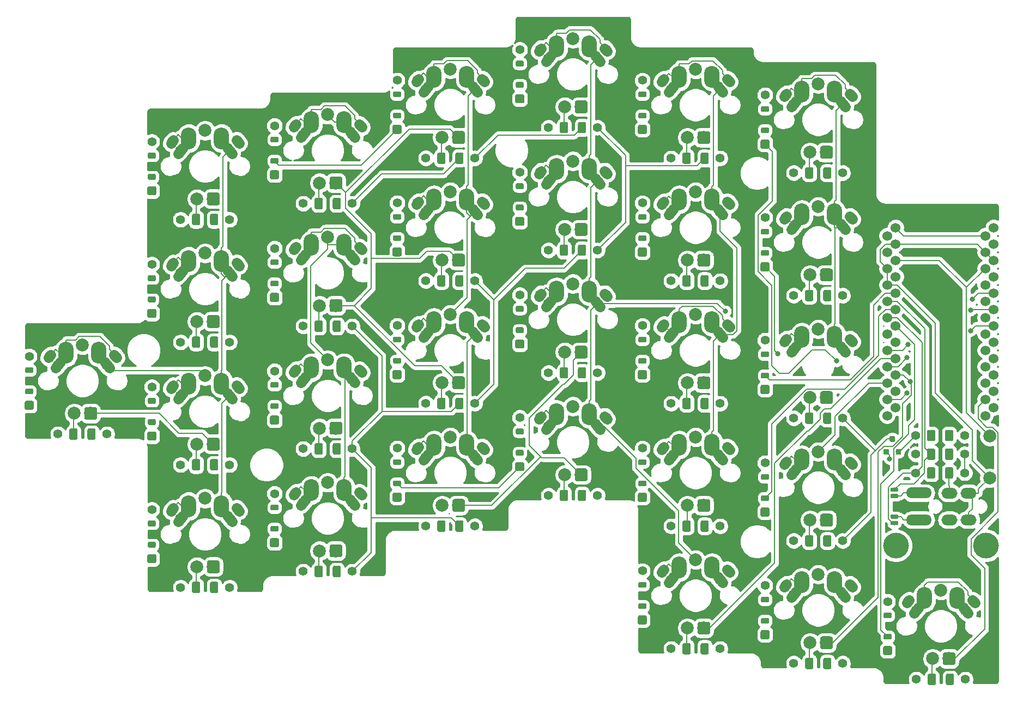
<source format=gbl>
G04 #@! TF.GenerationSoftware,KiCad,Pcbnew,(5.1.2)-2*
G04 #@! TF.CreationDate,2020-01-22T17:58:56+08:00*
G04 #@! TF.ProjectId,Pcb,5063622e-6b69-4636-9164-5f7063625858,rev?*
G04 #@! TF.SameCoordinates,Original*
G04 #@! TF.FileFunction,Copper,L2,Bot*
G04 #@! TF.FilePolarity,Positive*
%FSLAX46Y46*%
G04 Gerber Fmt 4.6, Leading zero omitted, Abs format (unit mm)*
G04 Created by KiCad (PCBNEW (5.1.2)-2) date 2020-01-22 17:58:56*
%MOMM*%
%LPD*%
G04 APERTURE LIST*
%ADD10O,2.500000X1.700000*%
%ADD11O,4.000000X1.700000*%
%ADD12C,1.524000*%
%ADD13C,0.800000*%
%ADD14C,0.100000*%
%ADD15C,1.250000*%
%ADD16C,1.397000*%
%ADD17C,0.900000*%
%ADD18C,2.000000*%
%ADD19C,1.600000*%
%ADD20C,1.600000*%
%ADD21O,2.400000X3.400000*%
%ADD22C,0.635000*%
%ADD23C,4.000000*%
%ADD24C,0.200000*%
%ADD25C,0.254000*%
G04 APERTURE END LIST*
D10*
X221310000Y-104665000D03*
X224310000Y-104665000D03*
D11*
X216560000Y-104640000D03*
X216560000Y-108840000D03*
D10*
X221310000Y-108840000D03*
X224310000Y-108840000D03*
D12*
X212976400Y-68522000D03*
X228196400Y-86302000D03*
X228196400Y-65982000D03*
X226890000Y-82492000D03*
X211650000Y-90112000D03*
X228196400Y-71062000D03*
X211650000Y-64712000D03*
X226890000Y-77412000D03*
X212976400Y-78682000D03*
X228196400Y-91382000D03*
X211650000Y-87572000D03*
X211650000Y-79952000D03*
X226890000Y-87572000D03*
X226890000Y-79952000D03*
X228196400Y-88842000D03*
X228196400Y-81222000D03*
X228196400Y-68522000D03*
X226890000Y-85032000D03*
X228196400Y-83762000D03*
X212976400Y-73602000D03*
X211650000Y-67252000D03*
X212976400Y-88842000D03*
X212976400Y-91382000D03*
X211650000Y-72332000D03*
X211650000Y-77412000D03*
X226890000Y-92652000D03*
X226890000Y-69792000D03*
X212976400Y-81222000D03*
X228196400Y-78682000D03*
X212976400Y-83762000D03*
X228196400Y-76142000D03*
X228196400Y-63442000D03*
X211650000Y-85032000D03*
X212976400Y-71062000D03*
X211650000Y-92652000D03*
X226890000Y-67252000D03*
X226890000Y-64712000D03*
X212976400Y-86302000D03*
X211650000Y-82492000D03*
X226890000Y-72332000D03*
X226890000Y-90112000D03*
X212976400Y-65982000D03*
X212976400Y-63442000D03*
X228196400Y-73602000D03*
X212976400Y-76142000D03*
X226890000Y-74872000D03*
X211650000Y-69792000D03*
X211650000Y-74872000D03*
D13*
X107110000Y-62180000D03*
X104310000Y-62180000D03*
D14*
G36*
X107509504Y-61306204D02*
G01*
X107533773Y-61309804D01*
X107557571Y-61315765D01*
X107580671Y-61324030D01*
X107602849Y-61334520D01*
X107623893Y-61347133D01*
X107643598Y-61361747D01*
X107661777Y-61378223D01*
X107678253Y-61396402D01*
X107692867Y-61416107D01*
X107705480Y-61437151D01*
X107715970Y-61459329D01*
X107724235Y-61482429D01*
X107730196Y-61506227D01*
X107733796Y-61530496D01*
X107735000Y-61555000D01*
X107735000Y-62805000D01*
X107733796Y-62829504D01*
X107730196Y-62853773D01*
X107724235Y-62877571D01*
X107715970Y-62900671D01*
X107705480Y-62922849D01*
X107692867Y-62943893D01*
X107678253Y-62963598D01*
X107661777Y-62981777D01*
X107643598Y-62998253D01*
X107623893Y-63012867D01*
X107602849Y-63025480D01*
X107580671Y-63035970D01*
X107557571Y-63044235D01*
X107533773Y-63050196D01*
X107509504Y-63053796D01*
X107485000Y-63055000D01*
X106735000Y-63055000D01*
X106710496Y-63053796D01*
X106686227Y-63050196D01*
X106662429Y-63044235D01*
X106639329Y-63035970D01*
X106617151Y-63025480D01*
X106596107Y-63012867D01*
X106576402Y-62998253D01*
X106558223Y-62981777D01*
X106541747Y-62963598D01*
X106527133Y-62943893D01*
X106514520Y-62922849D01*
X106504030Y-62900671D01*
X106495765Y-62877571D01*
X106489804Y-62853773D01*
X106486204Y-62829504D01*
X106485000Y-62805000D01*
X106485000Y-61555000D01*
X106486204Y-61530496D01*
X106489804Y-61506227D01*
X106495765Y-61482429D01*
X106504030Y-61459329D01*
X106514520Y-61437151D01*
X106527133Y-61416107D01*
X106541747Y-61396402D01*
X106558223Y-61378223D01*
X106576402Y-61361747D01*
X106596107Y-61347133D01*
X106617151Y-61334520D01*
X106639329Y-61324030D01*
X106662429Y-61315765D01*
X106686227Y-61309804D01*
X106710496Y-61306204D01*
X106735000Y-61305000D01*
X107485000Y-61305000D01*
X107509504Y-61306204D01*
X107509504Y-61306204D01*
G37*
D15*
X107110000Y-62180000D03*
D14*
G36*
X104709504Y-61306204D02*
G01*
X104733773Y-61309804D01*
X104757571Y-61315765D01*
X104780671Y-61324030D01*
X104802849Y-61334520D01*
X104823893Y-61347133D01*
X104843598Y-61361747D01*
X104861777Y-61378223D01*
X104878253Y-61396402D01*
X104892867Y-61416107D01*
X104905480Y-61437151D01*
X104915970Y-61459329D01*
X104924235Y-61482429D01*
X104930196Y-61506227D01*
X104933796Y-61530496D01*
X104935000Y-61555000D01*
X104935000Y-62805000D01*
X104933796Y-62829504D01*
X104930196Y-62853773D01*
X104924235Y-62877571D01*
X104915970Y-62900671D01*
X104905480Y-62922849D01*
X104892867Y-62943893D01*
X104878253Y-62963598D01*
X104861777Y-62981777D01*
X104843598Y-62998253D01*
X104823893Y-63012867D01*
X104802849Y-63025480D01*
X104780671Y-63035970D01*
X104757571Y-63044235D01*
X104733773Y-63050196D01*
X104709504Y-63053796D01*
X104685000Y-63055000D01*
X103935000Y-63055000D01*
X103910496Y-63053796D01*
X103886227Y-63050196D01*
X103862429Y-63044235D01*
X103839329Y-63035970D01*
X103817151Y-63025480D01*
X103796107Y-63012867D01*
X103776402Y-62998253D01*
X103758223Y-62981777D01*
X103741747Y-62963598D01*
X103727133Y-62943893D01*
X103714520Y-62922849D01*
X103704030Y-62900671D01*
X103695765Y-62877571D01*
X103689804Y-62853773D01*
X103686204Y-62829504D01*
X103685000Y-62805000D01*
X103685000Y-61555000D01*
X103686204Y-61530496D01*
X103689804Y-61506227D01*
X103695765Y-61482429D01*
X103704030Y-61459329D01*
X103714520Y-61437151D01*
X103727133Y-61416107D01*
X103741747Y-61396402D01*
X103758223Y-61378223D01*
X103776402Y-61361747D01*
X103796107Y-61347133D01*
X103817151Y-61334520D01*
X103839329Y-61324030D01*
X103862429Y-61315765D01*
X103886227Y-61309804D01*
X103910496Y-61306204D01*
X103935000Y-61305000D01*
X104685000Y-61305000D01*
X104709504Y-61306204D01*
X104709504Y-61306204D01*
G37*
D15*
X104310000Y-62180000D03*
D16*
X101900000Y-62180000D03*
X109520000Y-62180000D03*
D13*
X126160000Y-59700000D03*
X123360000Y-59700000D03*
D14*
G36*
X126559504Y-58826204D02*
G01*
X126583773Y-58829804D01*
X126607571Y-58835765D01*
X126630671Y-58844030D01*
X126652849Y-58854520D01*
X126673893Y-58867133D01*
X126693598Y-58881747D01*
X126711777Y-58898223D01*
X126728253Y-58916402D01*
X126742867Y-58936107D01*
X126755480Y-58957151D01*
X126765970Y-58979329D01*
X126774235Y-59002429D01*
X126780196Y-59026227D01*
X126783796Y-59050496D01*
X126785000Y-59075000D01*
X126785000Y-60325000D01*
X126783796Y-60349504D01*
X126780196Y-60373773D01*
X126774235Y-60397571D01*
X126765970Y-60420671D01*
X126755480Y-60442849D01*
X126742867Y-60463893D01*
X126728253Y-60483598D01*
X126711777Y-60501777D01*
X126693598Y-60518253D01*
X126673893Y-60532867D01*
X126652849Y-60545480D01*
X126630671Y-60555970D01*
X126607571Y-60564235D01*
X126583773Y-60570196D01*
X126559504Y-60573796D01*
X126535000Y-60575000D01*
X125785000Y-60575000D01*
X125760496Y-60573796D01*
X125736227Y-60570196D01*
X125712429Y-60564235D01*
X125689329Y-60555970D01*
X125667151Y-60545480D01*
X125646107Y-60532867D01*
X125626402Y-60518253D01*
X125608223Y-60501777D01*
X125591747Y-60483598D01*
X125577133Y-60463893D01*
X125564520Y-60442849D01*
X125554030Y-60420671D01*
X125545765Y-60397571D01*
X125539804Y-60373773D01*
X125536204Y-60349504D01*
X125535000Y-60325000D01*
X125535000Y-59075000D01*
X125536204Y-59050496D01*
X125539804Y-59026227D01*
X125545765Y-59002429D01*
X125554030Y-58979329D01*
X125564520Y-58957151D01*
X125577133Y-58936107D01*
X125591747Y-58916402D01*
X125608223Y-58898223D01*
X125626402Y-58881747D01*
X125646107Y-58867133D01*
X125667151Y-58854520D01*
X125689329Y-58844030D01*
X125712429Y-58835765D01*
X125736227Y-58829804D01*
X125760496Y-58826204D01*
X125785000Y-58825000D01*
X126535000Y-58825000D01*
X126559504Y-58826204D01*
X126559504Y-58826204D01*
G37*
D15*
X126160000Y-59700000D03*
D14*
G36*
X123759504Y-58826204D02*
G01*
X123783773Y-58829804D01*
X123807571Y-58835765D01*
X123830671Y-58844030D01*
X123852849Y-58854520D01*
X123873893Y-58867133D01*
X123893598Y-58881747D01*
X123911777Y-58898223D01*
X123928253Y-58916402D01*
X123942867Y-58936107D01*
X123955480Y-58957151D01*
X123965970Y-58979329D01*
X123974235Y-59002429D01*
X123980196Y-59026227D01*
X123983796Y-59050496D01*
X123985000Y-59075000D01*
X123985000Y-60325000D01*
X123983796Y-60349504D01*
X123980196Y-60373773D01*
X123974235Y-60397571D01*
X123965970Y-60420671D01*
X123955480Y-60442849D01*
X123942867Y-60463893D01*
X123928253Y-60483598D01*
X123911777Y-60501777D01*
X123893598Y-60518253D01*
X123873893Y-60532867D01*
X123852849Y-60545480D01*
X123830671Y-60555970D01*
X123807571Y-60564235D01*
X123783773Y-60570196D01*
X123759504Y-60573796D01*
X123735000Y-60575000D01*
X122985000Y-60575000D01*
X122960496Y-60573796D01*
X122936227Y-60570196D01*
X122912429Y-60564235D01*
X122889329Y-60555970D01*
X122867151Y-60545480D01*
X122846107Y-60532867D01*
X122826402Y-60518253D01*
X122808223Y-60501777D01*
X122791747Y-60483598D01*
X122777133Y-60463893D01*
X122764520Y-60442849D01*
X122754030Y-60420671D01*
X122745765Y-60397571D01*
X122739804Y-60373773D01*
X122736204Y-60349504D01*
X122735000Y-60325000D01*
X122735000Y-59075000D01*
X122736204Y-59050496D01*
X122739804Y-59026227D01*
X122745765Y-59002429D01*
X122754030Y-58979329D01*
X122764520Y-58957151D01*
X122777133Y-58936107D01*
X122791747Y-58916402D01*
X122808223Y-58898223D01*
X122826402Y-58881747D01*
X122846107Y-58867133D01*
X122867151Y-58854520D01*
X122889329Y-58844030D01*
X122912429Y-58835765D01*
X122936227Y-58829804D01*
X122960496Y-58826204D01*
X122985000Y-58825000D01*
X123735000Y-58825000D01*
X123759504Y-58826204D01*
X123759504Y-58826204D01*
G37*
D15*
X123360000Y-59700000D03*
D16*
X120950000Y-59700000D03*
X128570000Y-59700000D03*
D13*
X145210000Y-52650000D03*
X142410000Y-52650000D03*
D14*
G36*
X145609504Y-51776204D02*
G01*
X145633773Y-51779804D01*
X145657571Y-51785765D01*
X145680671Y-51794030D01*
X145702849Y-51804520D01*
X145723893Y-51817133D01*
X145743598Y-51831747D01*
X145761777Y-51848223D01*
X145778253Y-51866402D01*
X145792867Y-51886107D01*
X145805480Y-51907151D01*
X145815970Y-51929329D01*
X145824235Y-51952429D01*
X145830196Y-51976227D01*
X145833796Y-52000496D01*
X145835000Y-52025000D01*
X145835000Y-53275000D01*
X145833796Y-53299504D01*
X145830196Y-53323773D01*
X145824235Y-53347571D01*
X145815970Y-53370671D01*
X145805480Y-53392849D01*
X145792867Y-53413893D01*
X145778253Y-53433598D01*
X145761777Y-53451777D01*
X145743598Y-53468253D01*
X145723893Y-53482867D01*
X145702849Y-53495480D01*
X145680671Y-53505970D01*
X145657571Y-53514235D01*
X145633773Y-53520196D01*
X145609504Y-53523796D01*
X145585000Y-53525000D01*
X144835000Y-53525000D01*
X144810496Y-53523796D01*
X144786227Y-53520196D01*
X144762429Y-53514235D01*
X144739329Y-53505970D01*
X144717151Y-53495480D01*
X144696107Y-53482867D01*
X144676402Y-53468253D01*
X144658223Y-53451777D01*
X144641747Y-53433598D01*
X144627133Y-53413893D01*
X144614520Y-53392849D01*
X144604030Y-53370671D01*
X144595765Y-53347571D01*
X144589804Y-53323773D01*
X144586204Y-53299504D01*
X144585000Y-53275000D01*
X144585000Y-52025000D01*
X144586204Y-52000496D01*
X144589804Y-51976227D01*
X144595765Y-51952429D01*
X144604030Y-51929329D01*
X144614520Y-51907151D01*
X144627133Y-51886107D01*
X144641747Y-51866402D01*
X144658223Y-51848223D01*
X144676402Y-51831747D01*
X144696107Y-51817133D01*
X144717151Y-51804520D01*
X144739329Y-51794030D01*
X144762429Y-51785765D01*
X144786227Y-51779804D01*
X144810496Y-51776204D01*
X144835000Y-51775000D01*
X145585000Y-51775000D01*
X145609504Y-51776204D01*
X145609504Y-51776204D01*
G37*
D15*
X145210000Y-52650000D03*
D14*
G36*
X142809504Y-51776204D02*
G01*
X142833773Y-51779804D01*
X142857571Y-51785765D01*
X142880671Y-51794030D01*
X142902849Y-51804520D01*
X142923893Y-51817133D01*
X142943598Y-51831747D01*
X142961777Y-51848223D01*
X142978253Y-51866402D01*
X142992867Y-51886107D01*
X143005480Y-51907151D01*
X143015970Y-51929329D01*
X143024235Y-51952429D01*
X143030196Y-51976227D01*
X143033796Y-52000496D01*
X143035000Y-52025000D01*
X143035000Y-53275000D01*
X143033796Y-53299504D01*
X143030196Y-53323773D01*
X143024235Y-53347571D01*
X143015970Y-53370671D01*
X143005480Y-53392849D01*
X142992867Y-53413893D01*
X142978253Y-53433598D01*
X142961777Y-53451777D01*
X142943598Y-53468253D01*
X142923893Y-53482867D01*
X142902849Y-53495480D01*
X142880671Y-53505970D01*
X142857571Y-53514235D01*
X142833773Y-53520196D01*
X142809504Y-53523796D01*
X142785000Y-53525000D01*
X142035000Y-53525000D01*
X142010496Y-53523796D01*
X141986227Y-53520196D01*
X141962429Y-53514235D01*
X141939329Y-53505970D01*
X141917151Y-53495480D01*
X141896107Y-53482867D01*
X141876402Y-53468253D01*
X141858223Y-53451777D01*
X141841747Y-53433598D01*
X141827133Y-53413893D01*
X141814520Y-53392849D01*
X141804030Y-53370671D01*
X141795765Y-53347571D01*
X141789804Y-53323773D01*
X141786204Y-53299504D01*
X141785000Y-53275000D01*
X141785000Y-52025000D01*
X141786204Y-52000496D01*
X141789804Y-51976227D01*
X141795765Y-51952429D01*
X141804030Y-51929329D01*
X141814520Y-51907151D01*
X141827133Y-51886107D01*
X141841747Y-51866402D01*
X141858223Y-51848223D01*
X141876402Y-51831747D01*
X141896107Y-51817133D01*
X141917151Y-51804520D01*
X141939329Y-51794030D01*
X141962429Y-51785765D01*
X141986227Y-51779804D01*
X142010496Y-51776204D01*
X142035000Y-51775000D01*
X142785000Y-51775000D01*
X142809504Y-51776204D01*
X142809504Y-51776204D01*
G37*
D15*
X142410000Y-52650000D03*
D16*
X140000000Y-52650000D03*
X147620000Y-52650000D03*
D13*
X164260000Y-47890000D03*
X161460000Y-47890000D03*
D14*
G36*
X164659504Y-47016204D02*
G01*
X164683773Y-47019804D01*
X164707571Y-47025765D01*
X164730671Y-47034030D01*
X164752849Y-47044520D01*
X164773893Y-47057133D01*
X164793598Y-47071747D01*
X164811777Y-47088223D01*
X164828253Y-47106402D01*
X164842867Y-47126107D01*
X164855480Y-47147151D01*
X164865970Y-47169329D01*
X164874235Y-47192429D01*
X164880196Y-47216227D01*
X164883796Y-47240496D01*
X164885000Y-47265000D01*
X164885000Y-48515000D01*
X164883796Y-48539504D01*
X164880196Y-48563773D01*
X164874235Y-48587571D01*
X164865970Y-48610671D01*
X164855480Y-48632849D01*
X164842867Y-48653893D01*
X164828253Y-48673598D01*
X164811777Y-48691777D01*
X164793598Y-48708253D01*
X164773893Y-48722867D01*
X164752849Y-48735480D01*
X164730671Y-48745970D01*
X164707571Y-48754235D01*
X164683773Y-48760196D01*
X164659504Y-48763796D01*
X164635000Y-48765000D01*
X163885000Y-48765000D01*
X163860496Y-48763796D01*
X163836227Y-48760196D01*
X163812429Y-48754235D01*
X163789329Y-48745970D01*
X163767151Y-48735480D01*
X163746107Y-48722867D01*
X163726402Y-48708253D01*
X163708223Y-48691777D01*
X163691747Y-48673598D01*
X163677133Y-48653893D01*
X163664520Y-48632849D01*
X163654030Y-48610671D01*
X163645765Y-48587571D01*
X163639804Y-48563773D01*
X163636204Y-48539504D01*
X163635000Y-48515000D01*
X163635000Y-47265000D01*
X163636204Y-47240496D01*
X163639804Y-47216227D01*
X163645765Y-47192429D01*
X163654030Y-47169329D01*
X163664520Y-47147151D01*
X163677133Y-47126107D01*
X163691747Y-47106402D01*
X163708223Y-47088223D01*
X163726402Y-47071747D01*
X163746107Y-47057133D01*
X163767151Y-47044520D01*
X163789329Y-47034030D01*
X163812429Y-47025765D01*
X163836227Y-47019804D01*
X163860496Y-47016204D01*
X163885000Y-47015000D01*
X164635000Y-47015000D01*
X164659504Y-47016204D01*
X164659504Y-47016204D01*
G37*
D15*
X164260000Y-47890000D03*
D14*
G36*
X161859504Y-47016204D02*
G01*
X161883773Y-47019804D01*
X161907571Y-47025765D01*
X161930671Y-47034030D01*
X161952849Y-47044520D01*
X161973893Y-47057133D01*
X161993598Y-47071747D01*
X162011777Y-47088223D01*
X162028253Y-47106402D01*
X162042867Y-47126107D01*
X162055480Y-47147151D01*
X162065970Y-47169329D01*
X162074235Y-47192429D01*
X162080196Y-47216227D01*
X162083796Y-47240496D01*
X162085000Y-47265000D01*
X162085000Y-48515000D01*
X162083796Y-48539504D01*
X162080196Y-48563773D01*
X162074235Y-48587571D01*
X162065970Y-48610671D01*
X162055480Y-48632849D01*
X162042867Y-48653893D01*
X162028253Y-48673598D01*
X162011777Y-48691777D01*
X161993598Y-48708253D01*
X161973893Y-48722867D01*
X161952849Y-48735480D01*
X161930671Y-48745970D01*
X161907571Y-48754235D01*
X161883773Y-48760196D01*
X161859504Y-48763796D01*
X161835000Y-48765000D01*
X161085000Y-48765000D01*
X161060496Y-48763796D01*
X161036227Y-48760196D01*
X161012429Y-48754235D01*
X160989329Y-48745970D01*
X160967151Y-48735480D01*
X160946107Y-48722867D01*
X160926402Y-48708253D01*
X160908223Y-48691777D01*
X160891747Y-48673598D01*
X160877133Y-48653893D01*
X160864520Y-48632849D01*
X160854030Y-48610671D01*
X160845765Y-48587571D01*
X160839804Y-48563773D01*
X160836204Y-48539504D01*
X160835000Y-48515000D01*
X160835000Y-47265000D01*
X160836204Y-47240496D01*
X160839804Y-47216227D01*
X160845765Y-47192429D01*
X160854030Y-47169329D01*
X160864520Y-47147151D01*
X160877133Y-47126107D01*
X160891747Y-47106402D01*
X160908223Y-47088223D01*
X160926402Y-47071747D01*
X160946107Y-47057133D01*
X160967151Y-47044520D01*
X160989329Y-47034030D01*
X161012429Y-47025765D01*
X161036227Y-47019804D01*
X161060496Y-47016204D01*
X161085000Y-47015000D01*
X161835000Y-47015000D01*
X161859504Y-47016204D01*
X161859504Y-47016204D01*
G37*
D15*
X161460000Y-47890000D03*
D16*
X159050000Y-47890000D03*
X166670000Y-47890000D03*
D13*
X183310000Y-52660000D03*
X180510000Y-52660000D03*
D14*
G36*
X183709504Y-51786204D02*
G01*
X183733773Y-51789804D01*
X183757571Y-51795765D01*
X183780671Y-51804030D01*
X183802849Y-51814520D01*
X183823893Y-51827133D01*
X183843598Y-51841747D01*
X183861777Y-51858223D01*
X183878253Y-51876402D01*
X183892867Y-51896107D01*
X183905480Y-51917151D01*
X183915970Y-51939329D01*
X183924235Y-51962429D01*
X183930196Y-51986227D01*
X183933796Y-52010496D01*
X183935000Y-52035000D01*
X183935000Y-53285000D01*
X183933796Y-53309504D01*
X183930196Y-53333773D01*
X183924235Y-53357571D01*
X183915970Y-53380671D01*
X183905480Y-53402849D01*
X183892867Y-53423893D01*
X183878253Y-53443598D01*
X183861777Y-53461777D01*
X183843598Y-53478253D01*
X183823893Y-53492867D01*
X183802849Y-53505480D01*
X183780671Y-53515970D01*
X183757571Y-53524235D01*
X183733773Y-53530196D01*
X183709504Y-53533796D01*
X183685000Y-53535000D01*
X182935000Y-53535000D01*
X182910496Y-53533796D01*
X182886227Y-53530196D01*
X182862429Y-53524235D01*
X182839329Y-53515970D01*
X182817151Y-53505480D01*
X182796107Y-53492867D01*
X182776402Y-53478253D01*
X182758223Y-53461777D01*
X182741747Y-53443598D01*
X182727133Y-53423893D01*
X182714520Y-53402849D01*
X182704030Y-53380671D01*
X182695765Y-53357571D01*
X182689804Y-53333773D01*
X182686204Y-53309504D01*
X182685000Y-53285000D01*
X182685000Y-52035000D01*
X182686204Y-52010496D01*
X182689804Y-51986227D01*
X182695765Y-51962429D01*
X182704030Y-51939329D01*
X182714520Y-51917151D01*
X182727133Y-51896107D01*
X182741747Y-51876402D01*
X182758223Y-51858223D01*
X182776402Y-51841747D01*
X182796107Y-51827133D01*
X182817151Y-51814520D01*
X182839329Y-51804030D01*
X182862429Y-51795765D01*
X182886227Y-51789804D01*
X182910496Y-51786204D01*
X182935000Y-51785000D01*
X183685000Y-51785000D01*
X183709504Y-51786204D01*
X183709504Y-51786204D01*
G37*
D15*
X183310000Y-52660000D03*
D14*
G36*
X180909504Y-51786204D02*
G01*
X180933773Y-51789804D01*
X180957571Y-51795765D01*
X180980671Y-51804030D01*
X181002849Y-51814520D01*
X181023893Y-51827133D01*
X181043598Y-51841747D01*
X181061777Y-51858223D01*
X181078253Y-51876402D01*
X181092867Y-51896107D01*
X181105480Y-51917151D01*
X181115970Y-51939329D01*
X181124235Y-51962429D01*
X181130196Y-51986227D01*
X181133796Y-52010496D01*
X181135000Y-52035000D01*
X181135000Y-53285000D01*
X181133796Y-53309504D01*
X181130196Y-53333773D01*
X181124235Y-53357571D01*
X181115970Y-53380671D01*
X181105480Y-53402849D01*
X181092867Y-53423893D01*
X181078253Y-53443598D01*
X181061777Y-53461777D01*
X181043598Y-53478253D01*
X181023893Y-53492867D01*
X181002849Y-53505480D01*
X180980671Y-53515970D01*
X180957571Y-53524235D01*
X180933773Y-53530196D01*
X180909504Y-53533796D01*
X180885000Y-53535000D01*
X180135000Y-53535000D01*
X180110496Y-53533796D01*
X180086227Y-53530196D01*
X180062429Y-53524235D01*
X180039329Y-53515970D01*
X180017151Y-53505480D01*
X179996107Y-53492867D01*
X179976402Y-53478253D01*
X179958223Y-53461777D01*
X179941747Y-53443598D01*
X179927133Y-53423893D01*
X179914520Y-53402849D01*
X179904030Y-53380671D01*
X179895765Y-53357571D01*
X179889804Y-53333773D01*
X179886204Y-53309504D01*
X179885000Y-53285000D01*
X179885000Y-52035000D01*
X179886204Y-52010496D01*
X179889804Y-51986227D01*
X179895765Y-51962429D01*
X179904030Y-51939329D01*
X179914520Y-51917151D01*
X179927133Y-51896107D01*
X179941747Y-51876402D01*
X179958223Y-51858223D01*
X179976402Y-51841747D01*
X179996107Y-51827133D01*
X180017151Y-51814520D01*
X180039329Y-51804030D01*
X180062429Y-51795765D01*
X180086227Y-51789804D01*
X180110496Y-51786204D01*
X180135000Y-51785000D01*
X180885000Y-51785000D01*
X180909504Y-51786204D01*
X180909504Y-51786204D01*
G37*
D15*
X180510000Y-52660000D03*
D16*
X178100000Y-52660000D03*
X185720000Y-52660000D03*
D13*
X202360000Y-54940000D03*
X199560000Y-54940000D03*
D14*
G36*
X202759504Y-54066204D02*
G01*
X202783773Y-54069804D01*
X202807571Y-54075765D01*
X202830671Y-54084030D01*
X202852849Y-54094520D01*
X202873893Y-54107133D01*
X202893598Y-54121747D01*
X202911777Y-54138223D01*
X202928253Y-54156402D01*
X202942867Y-54176107D01*
X202955480Y-54197151D01*
X202965970Y-54219329D01*
X202974235Y-54242429D01*
X202980196Y-54266227D01*
X202983796Y-54290496D01*
X202985000Y-54315000D01*
X202985000Y-55565000D01*
X202983796Y-55589504D01*
X202980196Y-55613773D01*
X202974235Y-55637571D01*
X202965970Y-55660671D01*
X202955480Y-55682849D01*
X202942867Y-55703893D01*
X202928253Y-55723598D01*
X202911777Y-55741777D01*
X202893598Y-55758253D01*
X202873893Y-55772867D01*
X202852849Y-55785480D01*
X202830671Y-55795970D01*
X202807571Y-55804235D01*
X202783773Y-55810196D01*
X202759504Y-55813796D01*
X202735000Y-55815000D01*
X201985000Y-55815000D01*
X201960496Y-55813796D01*
X201936227Y-55810196D01*
X201912429Y-55804235D01*
X201889329Y-55795970D01*
X201867151Y-55785480D01*
X201846107Y-55772867D01*
X201826402Y-55758253D01*
X201808223Y-55741777D01*
X201791747Y-55723598D01*
X201777133Y-55703893D01*
X201764520Y-55682849D01*
X201754030Y-55660671D01*
X201745765Y-55637571D01*
X201739804Y-55613773D01*
X201736204Y-55589504D01*
X201735000Y-55565000D01*
X201735000Y-54315000D01*
X201736204Y-54290496D01*
X201739804Y-54266227D01*
X201745765Y-54242429D01*
X201754030Y-54219329D01*
X201764520Y-54197151D01*
X201777133Y-54176107D01*
X201791747Y-54156402D01*
X201808223Y-54138223D01*
X201826402Y-54121747D01*
X201846107Y-54107133D01*
X201867151Y-54094520D01*
X201889329Y-54084030D01*
X201912429Y-54075765D01*
X201936227Y-54069804D01*
X201960496Y-54066204D01*
X201985000Y-54065000D01*
X202735000Y-54065000D01*
X202759504Y-54066204D01*
X202759504Y-54066204D01*
G37*
D15*
X202360000Y-54940000D03*
D14*
G36*
X199959504Y-54066204D02*
G01*
X199983773Y-54069804D01*
X200007571Y-54075765D01*
X200030671Y-54084030D01*
X200052849Y-54094520D01*
X200073893Y-54107133D01*
X200093598Y-54121747D01*
X200111777Y-54138223D01*
X200128253Y-54156402D01*
X200142867Y-54176107D01*
X200155480Y-54197151D01*
X200165970Y-54219329D01*
X200174235Y-54242429D01*
X200180196Y-54266227D01*
X200183796Y-54290496D01*
X200185000Y-54315000D01*
X200185000Y-55565000D01*
X200183796Y-55589504D01*
X200180196Y-55613773D01*
X200174235Y-55637571D01*
X200165970Y-55660671D01*
X200155480Y-55682849D01*
X200142867Y-55703893D01*
X200128253Y-55723598D01*
X200111777Y-55741777D01*
X200093598Y-55758253D01*
X200073893Y-55772867D01*
X200052849Y-55785480D01*
X200030671Y-55795970D01*
X200007571Y-55804235D01*
X199983773Y-55810196D01*
X199959504Y-55813796D01*
X199935000Y-55815000D01*
X199185000Y-55815000D01*
X199160496Y-55813796D01*
X199136227Y-55810196D01*
X199112429Y-55804235D01*
X199089329Y-55795970D01*
X199067151Y-55785480D01*
X199046107Y-55772867D01*
X199026402Y-55758253D01*
X199008223Y-55741777D01*
X198991747Y-55723598D01*
X198977133Y-55703893D01*
X198964520Y-55682849D01*
X198954030Y-55660671D01*
X198945765Y-55637571D01*
X198939804Y-55613773D01*
X198936204Y-55589504D01*
X198935000Y-55565000D01*
X198935000Y-54315000D01*
X198936204Y-54290496D01*
X198939804Y-54266227D01*
X198945765Y-54242429D01*
X198954030Y-54219329D01*
X198964520Y-54197151D01*
X198977133Y-54176107D01*
X198991747Y-54156402D01*
X199008223Y-54138223D01*
X199026402Y-54121747D01*
X199046107Y-54107133D01*
X199067151Y-54094520D01*
X199089329Y-54084030D01*
X199112429Y-54075765D01*
X199136227Y-54069804D01*
X199160496Y-54066204D01*
X199185000Y-54065000D01*
X199935000Y-54065000D01*
X199959504Y-54066204D01*
X199959504Y-54066204D01*
G37*
D15*
X199560000Y-54940000D03*
D16*
X197150000Y-54940000D03*
X204770000Y-54940000D03*
D13*
X107110000Y-81230000D03*
X104310000Y-81230000D03*
D14*
G36*
X107509504Y-80356204D02*
G01*
X107533773Y-80359804D01*
X107557571Y-80365765D01*
X107580671Y-80374030D01*
X107602849Y-80384520D01*
X107623893Y-80397133D01*
X107643598Y-80411747D01*
X107661777Y-80428223D01*
X107678253Y-80446402D01*
X107692867Y-80466107D01*
X107705480Y-80487151D01*
X107715970Y-80509329D01*
X107724235Y-80532429D01*
X107730196Y-80556227D01*
X107733796Y-80580496D01*
X107735000Y-80605000D01*
X107735000Y-81855000D01*
X107733796Y-81879504D01*
X107730196Y-81903773D01*
X107724235Y-81927571D01*
X107715970Y-81950671D01*
X107705480Y-81972849D01*
X107692867Y-81993893D01*
X107678253Y-82013598D01*
X107661777Y-82031777D01*
X107643598Y-82048253D01*
X107623893Y-82062867D01*
X107602849Y-82075480D01*
X107580671Y-82085970D01*
X107557571Y-82094235D01*
X107533773Y-82100196D01*
X107509504Y-82103796D01*
X107485000Y-82105000D01*
X106735000Y-82105000D01*
X106710496Y-82103796D01*
X106686227Y-82100196D01*
X106662429Y-82094235D01*
X106639329Y-82085970D01*
X106617151Y-82075480D01*
X106596107Y-82062867D01*
X106576402Y-82048253D01*
X106558223Y-82031777D01*
X106541747Y-82013598D01*
X106527133Y-81993893D01*
X106514520Y-81972849D01*
X106504030Y-81950671D01*
X106495765Y-81927571D01*
X106489804Y-81903773D01*
X106486204Y-81879504D01*
X106485000Y-81855000D01*
X106485000Y-80605000D01*
X106486204Y-80580496D01*
X106489804Y-80556227D01*
X106495765Y-80532429D01*
X106504030Y-80509329D01*
X106514520Y-80487151D01*
X106527133Y-80466107D01*
X106541747Y-80446402D01*
X106558223Y-80428223D01*
X106576402Y-80411747D01*
X106596107Y-80397133D01*
X106617151Y-80384520D01*
X106639329Y-80374030D01*
X106662429Y-80365765D01*
X106686227Y-80359804D01*
X106710496Y-80356204D01*
X106735000Y-80355000D01*
X107485000Y-80355000D01*
X107509504Y-80356204D01*
X107509504Y-80356204D01*
G37*
D15*
X107110000Y-81230000D03*
D14*
G36*
X104709504Y-80356204D02*
G01*
X104733773Y-80359804D01*
X104757571Y-80365765D01*
X104780671Y-80374030D01*
X104802849Y-80384520D01*
X104823893Y-80397133D01*
X104843598Y-80411747D01*
X104861777Y-80428223D01*
X104878253Y-80446402D01*
X104892867Y-80466107D01*
X104905480Y-80487151D01*
X104915970Y-80509329D01*
X104924235Y-80532429D01*
X104930196Y-80556227D01*
X104933796Y-80580496D01*
X104935000Y-80605000D01*
X104935000Y-81855000D01*
X104933796Y-81879504D01*
X104930196Y-81903773D01*
X104924235Y-81927571D01*
X104915970Y-81950671D01*
X104905480Y-81972849D01*
X104892867Y-81993893D01*
X104878253Y-82013598D01*
X104861777Y-82031777D01*
X104843598Y-82048253D01*
X104823893Y-82062867D01*
X104802849Y-82075480D01*
X104780671Y-82085970D01*
X104757571Y-82094235D01*
X104733773Y-82100196D01*
X104709504Y-82103796D01*
X104685000Y-82105000D01*
X103935000Y-82105000D01*
X103910496Y-82103796D01*
X103886227Y-82100196D01*
X103862429Y-82094235D01*
X103839329Y-82085970D01*
X103817151Y-82075480D01*
X103796107Y-82062867D01*
X103776402Y-82048253D01*
X103758223Y-82031777D01*
X103741747Y-82013598D01*
X103727133Y-81993893D01*
X103714520Y-81972849D01*
X103704030Y-81950671D01*
X103695765Y-81927571D01*
X103689804Y-81903773D01*
X103686204Y-81879504D01*
X103685000Y-81855000D01*
X103685000Y-80605000D01*
X103686204Y-80580496D01*
X103689804Y-80556227D01*
X103695765Y-80532429D01*
X103704030Y-80509329D01*
X103714520Y-80487151D01*
X103727133Y-80466107D01*
X103741747Y-80446402D01*
X103758223Y-80428223D01*
X103776402Y-80411747D01*
X103796107Y-80397133D01*
X103817151Y-80384520D01*
X103839329Y-80374030D01*
X103862429Y-80365765D01*
X103886227Y-80359804D01*
X103910496Y-80356204D01*
X103935000Y-80355000D01*
X104685000Y-80355000D01*
X104709504Y-80356204D01*
X104709504Y-80356204D01*
G37*
D15*
X104310000Y-81230000D03*
D16*
X101900000Y-81230000D03*
X109520000Y-81230000D03*
D13*
X126160000Y-78750000D03*
X123360000Y-78750000D03*
D14*
G36*
X126559504Y-77876204D02*
G01*
X126583773Y-77879804D01*
X126607571Y-77885765D01*
X126630671Y-77894030D01*
X126652849Y-77904520D01*
X126673893Y-77917133D01*
X126693598Y-77931747D01*
X126711777Y-77948223D01*
X126728253Y-77966402D01*
X126742867Y-77986107D01*
X126755480Y-78007151D01*
X126765970Y-78029329D01*
X126774235Y-78052429D01*
X126780196Y-78076227D01*
X126783796Y-78100496D01*
X126785000Y-78125000D01*
X126785000Y-79375000D01*
X126783796Y-79399504D01*
X126780196Y-79423773D01*
X126774235Y-79447571D01*
X126765970Y-79470671D01*
X126755480Y-79492849D01*
X126742867Y-79513893D01*
X126728253Y-79533598D01*
X126711777Y-79551777D01*
X126693598Y-79568253D01*
X126673893Y-79582867D01*
X126652849Y-79595480D01*
X126630671Y-79605970D01*
X126607571Y-79614235D01*
X126583773Y-79620196D01*
X126559504Y-79623796D01*
X126535000Y-79625000D01*
X125785000Y-79625000D01*
X125760496Y-79623796D01*
X125736227Y-79620196D01*
X125712429Y-79614235D01*
X125689329Y-79605970D01*
X125667151Y-79595480D01*
X125646107Y-79582867D01*
X125626402Y-79568253D01*
X125608223Y-79551777D01*
X125591747Y-79533598D01*
X125577133Y-79513893D01*
X125564520Y-79492849D01*
X125554030Y-79470671D01*
X125545765Y-79447571D01*
X125539804Y-79423773D01*
X125536204Y-79399504D01*
X125535000Y-79375000D01*
X125535000Y-78125000D01*
X125536204Y-78100496D01*
X125539804Y-78076227D01*
X125545765Y-78052429D01*
X125554030Y-78029329D01*
X125564520Y-78007151D01*
X125577133Y-77986107D01*
X125591747Y-77966402D01*
X125608223Y-77948223D01*
X125626402Y-77931747D01*
X125646107Y-77917133D01*
X125667151Y-77904520D01*
X125689329Y-77894030D01*
X125712429Y-77885765D01*
X125736227Y-77879804D01*
X125760496Y-77876204D01*
X125785000Y-77875000D01*
X126535000Y-77875000D01*
X126559504Y-77876204D01*
X126559504Y-77876204D01*
G37*
D15*
X126160000Y-78750000D03*
D14*
G36*
X123759504Y-77876204D02*
G01*
X123783773Y-77879804D01*
X123807571Y-77885765D01*
X123830671Y-77894030D01*
X123852849Y-77904520D01*
X123873893Y-77917133D01*
X123893598Y-77931747D01*
X123911777Y-77948223D01*
X123928253Y-77966402D01*
X123942867Y-77986107D01*
X123955480Y-78007151D01*
X123965970Y-78029329D01*
X123974235Y-78052429D01*
X123980196Y-78076227D01*
X123983796Y-78100496D01*
X123985000Y-78125000D01*
X123985000Y-79375000D01*
X123983796Y-79399504D01*
X123980196Y-79423773D01*
X123974235Y-79447571D01*
X123965970Y-79470671D01*
X123955480Y-79492849D01*
X123942867Y-79513893D01*
X123928253Y-79533598D01*
X123911777Y-79551777D01*
X123893598Y-79568253D01*
X123873893Y-79582867D01*
X123852849Y-79595480D01*
X123830671Y-79605970D01*
X123807571Y-79614235D01*
X123783773Y-79620196D01*
X123759504Y-79623796D01*
X123735000Y-79625000D01*
X122985000Y-79625000D01*
X122960496Y-79623796D01*
X122936227Y-79620196D01*
X122912429Y-79614235D01*
X122889329Y-79605970D01*
X122867151Y-79595480D01*
X122846107Y-79582867D01*
X122826402Y-79568253D01*
X122808223Y-79551777D01*
X122791747Y-79533598D01*
X122777133Y-79513893D01*
X122764520Y-79492849D01*
X122754030Y-79470671D01*
X122745765Y-79447571D01*
X122739804Y-79423773D01*
X122736204Y-79399504D01*
X122735000Y-79375000D01*
X122735000Y-78125000D01*
X122736204Y-78100496D01*
X122739804Y-78076227D01*
X122745765Y-78052429D01*
X122754030Y-78029329D01*
X122764520Y-78007151D01*
X122777133Y-77986107D01*
X122791747Y-77966402D01*
X122808223Y-77948223D01*
X122826402Y-77931747D01*
X122846107Y-77917133D01*
X122867151Y-77904520D01*
X122889329Y-77894030D01*
X122912429Y-77885765D01*
X122936227Y-77879804D01*
X122960496Y-77876204D01*
X122985000Y-77875000D01*
X123735000Y-77875000D01*
X123759504Y-77876204D01*
X123759504Y-77876204D01*
G37*
D15*
X123360000Y-78750000D03*
D16*
X120950000Y-78750000D03*
X128570000Y-78750000D03*
D13*
X145210000Y-71700000D03*
X142410000Y-71700000D03*
D14*
G36*
X145609504Y-70826204D02*
G01*
X145633773Y-70829804D01*
X145657571Y-70835765D01*
X145680671Y-70844030D01*
X145702849Y-70854520D01*
X145723893Y-70867133D01*
X145743598Y-70881747D01*
X145761777Y-70898223D01*
X145778253Y-70916402D01*
X145792867Y-70936107D01*
X145805480Y-70957151D01*
X145815970Y-70979329D01*
X145824235Y-71002429D01*
X145830196Y-71026227D01*
X145833796Y-71050496D01*
X145835000Y-71075000D01*
X145835000Y-72325000D01*
X145833796Y-72349504D01*
X145830196Y-72373773D01*
X145824235Y-72397571D01*
X145815970Y-72420671D01*
X145805480Y-72442849D01*
X145792867Y-72463893D01*
X145778253Y-72483598D01*
X145761777Y-72501777D01*
X145743598Y-72518253D01*
X145723893Y-72532867D01*
X145702849Y-72545480D01*
X145680671Y-72555970D01*
X145657571Y-72564235D01*
X145633773Y-72570196D01*
X145609504Y-72573796D01*
X145585000Y-72575000D01*
X144835000Y-72575000D01*
X144810496Y-72573796D01*
X144786227Y-72570196D01*
X144762429Y-72564235D01*
X144739329Y-72555970D01*
X144717151Y-72545480D01*
X144696107Y-72532867D01*
X144676402Y-72518253D01*
X144658223Y-72501777D01*
X144641747Y-72483598D01*
X144627133Y-72463893D01*
X144614520Y-72442849D01*
X144604030Y-72420671D01*
X144595765Y-72397571D01*
X144589804Y-72373773D01*
X144586204Y-72349504D01*
X144585000Y-72325000D01*
X144585000Y-71075000D01*
X144586204Y-71050496D01*
X144589804Y-71026227D01*
X144595765Y-71002429D01*
X144604030Y-70979329D01*
X144614520Y-70957151D01*
X144627133Y-70936107D01*
X144641747Y-70916402D01*
X144658223Y-70898223D01*
X144676402Y-70881747D01*
X144696107Y-70867133D01*
X144717151Y-70854520D01*
X144739329Y-70844030D01*
X144762429Y-70835765D01*
X144786227Y-70829804D01*
X144810496Y-70826204D01*
X144835000Y-70825000D01*
X145585000Y-70825000D01*
X145609504Y-70826204D01*
X145609504Y-70826204D01*
G37*
D15*
X145210000Y-71700000D03*
D14*
G36*
X142809504Y-70826204D02*
G01*
X142833773Y-70829804D01*
X142857571Y-70835765D01*
X142880671Y-70844030D01*
X142902849Y-70854520D01*
X142923893Y-70867133D01*
X142943598Y-70881747D01*
X142961777Y-70898223D01*
X142978253Y-70916402D01*
X142992867Y-70936107D01*
X143005480Y-70957151D01*
X143015970Y-70979329D01*
X143024235Y-71002429D01*
X143030196Y-71026227D01*
X143033796Y-71050496D01*
X143035000Y-71075000D01*
X143035000Y-72325000D01*
X143033796Y-72349504D01*
X143030196Y-72373773D01*
X143024235Y-72397571D01*
X143015970Y-72420671D01*
X143005480Y-72442849D01*
X142992867Y-72463893D01*
X142978253Y-72483598D01*
X142961777Y-72501777D01*
X142943598Y-72518253D01*
X142923893Y-72532867D01*
X142902849Y-72545480D01*
X142880671Y-72555970D01*
X142857571Y-72564235D01*
X142833773Y-72570196D01*
X142809504Y-72573796D01*
X142785000Y-72575000D01*
X142035000Y-72575000D01*
X142010496Y-72573796D01*
X141986227Y-72570196D01*
X141962429Y-72564235D01*
X141939329Y-72555970D01*
X141917151Y-72545480D01*
X141896107Y-72532867D01*
X141876402Y-72518253D01*
X141858223Y-72501777D01*
X141841747Y-72483598D01*
X141827133Y-72463893D01*
X141814520Y-72442849D01*
X141804030Y-72420671D01*
X141795765Y-72397571D01*
X141789804Y-72373773D01*
X141786204Y-72349504D01*
X141785000Y-72325000D01*
X141785000Y-71075000D01*
X141786204Y-71050496D01*
X141789804Y-71026227D01*
X141795765Y-71002429D01*
X141804030Y-70979329D01*
X141814520Y-70957151D01*
X141827133Y-70936107D01*
X141841747Y-70916402D01*
X141858223Y-70898223D01*
X141876402Y-70881747D01*
X141896107Y-70867133D01*
X141917151Y-70854520D01*
X141939329Y-70844030D01*
X141962429Y-70835765D01*
X141986227Y-70829804D01*
X142010496Y-70826204D01*
X142035000Y-70825000D01*
X142785000Y-70825000D01*
X142809504Y-70826204D01*
X142809504Y-70826204D01*
G37*
D15*
X142410000Y-71700000D03*
D16*
X140000000Y-71700000D03*
X147620000Y-71700000D03*
D13*
X164260000Y-66940000D03*
X161460000Y-66940000D03*
D14*
G36*
X164659504Y-66066204D02*
G01*
X164683773Y-66069804D01*
X164707571Y-66075765D01*
X164730671Y-66084030D01*
X164752849Y-66094520D01*
X164773893Y-66107133D01*
X164793598Y-66121747D01*
X164811777Y-66138223D01*
X164828253Y-66156402D01*
X164842867Y-66176107D01*
X164855480Y-66197151D01*
X164865970Y-66219329D01*
X164874235Y-66242429D01*
X164880196Y-66266227D01*
X164883796Y-66290496D01*
X164885000Y-66315000D01*
X164885000Y-67565000D01*
X164883796Y-67589504D01*
X164880196Y-67613773D01*
X164874235Y-67637571D01*
X164865970Y-67660671D01*
X164855480Y-67682849D01*
X164842867Y-67703893D01*
X164828253Y-67723598D01*
X164811777Y-67741777D01*
X164793598Y-67758253D01*
X164773893Y-67772867D01*
X164752849Y-67785480D01*
X164730671Y-67795970D01*
X164707571Y-67804235D01*
X164683773Y-67810196D01*
X164659504Y-67813796D01*
X164635000Y-67815000D01*
X163885000Y-67815000D01*
X163860496Y-67813796D01*
X163836227Y-67810196D01*
X163812429Y-67804235D01*
X163789329Y-67795970D01*
X163767151Y-67785480D01*
X163746107Y-67772867D01*
X163726402Y-67758253D01*
X163708223Y-67741777D01*
X163691747Y-67723598D01*
X163677133Y-67703893D01*
X163664520Y-67682849D01*
X163654030Y-67660671D01*
X163645765Y-67637571D01*
X163639804Y-67613773D01*
X163636204Y-67589504D01*
X163635000Y-67565000D01*
X163635000Y-66315000D01*
X163636204Y-66290496D01*
X163639804Y-66266227D01*
X163645765Y-66242429D01*
X163654030Y-66219329D01*
X163664520Y-66197151D01*
X163677133Y-66176107D01*
X163691747Y-66156402D01*
X163708223Y-66138223D01*
X163726402Y-66121747D01*
X163746107Y-66107133D01*
X163767151Y-66094520D01*
X163789329Y-66084030D01*
X163812429Y-66075765D01*
X163836227Y-66069804D01*
X163860496Y-66066204D01*
X163885000Y-66065000D01*
X164635000Y-66065000D01*
X164659504Y-66066204D01*
X164659504Y-66066204D01*
G37*
D15*
X164260000Y-66940000D03*
D14*
G36*
X161859504Y-66066204D02*
G01*
X161883773Y-66069804D01*
X161907571Y-66075765D01*
X161930671Y-66084030D01*
X161952849Y-66094520D01*
X161973893Y-66107133D01*
X161993598Y-66121747D01*
X162011777Y-66138223D01*
X162028253Y-66156402D01*
X162042867Y-66176107D01*
X162055480Y-66197151D01*
X162065970Y-66219329D01*
X162074235Y-66242429D01*
X162080196Y-66266227D01*
X162083796Y-66290496D01*
X162085000Y-66315000D01*
X162085000Y-67565000D01*
X162083796Y-67589504D01*
X162080196Y-67613773D01*
X162074235Y-67637571D01*
X162065970Y-67660671D01*
X162055480Y-67682849D01*
X162042867Y-67703893D01*
X162028253Y-67723598D01*
X162011777Y-67741777D01*
X161993598Y-67758253D01*
X161973893Y-67772867D01*
X161952849Y-67785480D01*
X161930671Y-67795970D01*
X161907571Y-67804235D01*
X161883773Y-67810196D01*
X161859504Y-67813796D01*
X161835000Y-67815000D01*
X161085000Y-67815000D01*
X161060496Y-67813796D01*
X161036227Y-67810196D01*
X161012429Y-67804235D01*
X160989329Y-67795970D01*
X160967151Y-67785480D01*
X160946107Y-67772867D01*
X160926402Y-67758253D01*
X160908223Y-67741777D01*
X160891747Y-67723598D01*
X160877133Y-67703893D01*
X160864520Y-67682849D01*
X160854030Y-67660671D01*
X160845765Y-67637571D01*
X160839804Y-67613773D01*
X160836204Y-67589504D01*
X160835000Y-67565000D01*
X160835000Y-66315000D01*
X160836204Y-66290496D01*
X160839804Y-66266227D01*
X160845765Y-66242429D01*
X160854030Y-66219329D01*
X160864520Y-66197151D01*
X160877133Y-66176107D01*
X160891747Y-66156402D01*
X160908223Y-66138223D01*
X160926402Y-66121747D01*
X160946107Y-66107133D01*
X160967151Y-66094520D01*
X160989329Y-66084030D01*
X161012429Y-66075765D01*
X161036227Y-66069804D01*
X161060496Y-66066204D01*
X161085000Y-66065000D01*
X161835000Y-66065000D01*
X161859504Y-66066204D01*
X161859504Y-66066204D01*
G37*
D15*
X161460000Y-66940000D03*
D16*
X159050000Y-66940000D03*
X166670000Y-66940000D03*
D13*
X183310000Y-71710000D03*
X180510000Y-71710000D03*
D14*
G36*
X183709504Y-70836204D02*
G01*
X183733773Y-70839804D01*
X183757571Y-70845765D01*
X183780671Y-70854030D01*
X183802849Y-70864520D01*
X183823893Y-70877133D01*
X183843598Y-70891747D01*
X183861777Y-70908223D01*
X183878253Y-70926402D01*
X183892867Y-70946107D01*
X183905480Y-70967151D01*
X183915970Y-70989329D01*
X183924235Y-71012429D01*
X183930196Y-71036227D01*
X183933796Y-71060496D01*
X183935000Y-71085000D01*
X183935000Y-72335000D01*
X183933796Y-72359504D01*
X183930196Y-72383773D01*
X183924235Y-72407571D01*
X183915970Y-72430671D01*
X183905480Y-72452849D01*
X183892867Y-72473893D01*
X183878253Y-72493598D01*
X183861777Y-72511777D01*
X183843598Y-72528253D01*
X183823893Y-72542867D01*
X183802849Y-72555480D01*
X183780671Y-72565970D01*
X183757571Y-72574235D01*
X183733773Y-72580196D01*
X183709504Y-72583796D01*
X183685000Y-72585000D01*
X182935000Y-72585000D01*
X182910496Y-72583796D01*
X182886227Y-72580196D01*
X182862429Y-72574235D01*
X182839329Y-72565970D01*
X182817151Y-72555480D01*
X182796107Y-72542867D01*
X182776402Y-72528253D01*
X182758223Y-72511777D01*
X182741747Y-72493598D01*
X182727133Y-72473893D01*
X182714520Y-72452849D01*
X182704030Y-72430671D01*
X182695765Y-72407571D01*
X182689804Y-72383773D01*
X182686204Y-72359504D01*
X182685000Y-72335000D01*
X182685000Y-71085000D01*
X182686204Y-71060496D01*
X182689804Y-71036227D01*
X182695765Y-71012429D01*
X182704030Y-70989329D01*
X182714520Y-70967151D01*
X182727133Y-70946107D01*
X182741747Y-70926402D01*
X182758223Y-70908223D01*
X182776402Y-70891747D01*
X182796107Y-70877133D01*
X182817151Y-70864520D01*
X182839329Y-70854030D01*
X182862429Y-70845765D01*
X182886227Y-70839804D01*
X182910496Y-70836204D01*
X182935000Y-70835000D01*
X183685000Y-70835000D01*
X183709504Y-70836204D01*
X183709504Y-70836204D01*
G37*
D15*
X183310000Y-71710000D03*
D14*
G36*
X180909504Y-70836204D02*
G01*
X180933773Y-70839804D01*
X180957571Y-70845765D01*
X180980671Y-70854030D01*
X181002849Y-70864520D01*
X181023893Y-70877133D01*
X181043598Y-70891747D01*
X181061777Y-70908223D01*
X181078253Y-70926402D01*
X181092867Y-70946107D01*
X181105480Y-70967151D01*
X181115970Y-70989329D01*
X181124235Y-71012429D01*
X181130196Y-71036227D01*
X181133796Y-71060496D01*
X181135000Y-71085000D01*
X181135000Y-72335000D01*
X181133796Y-72359504D01*
X181130196Y-72383773D01*
X181124235Y-72407571D01*
X181115970Y-72430671D01*
X181105480Y-72452849D01*
X181092867Y-72473893D01*
X181078253Y-72493598D01*
X181061777Y-72511777D01*
X181043598Y-72528253D01*
X181023893Y-72542867D01*
X181002849Y-72555480D01*
X180980671Y-72565970D01*
X180957571Y-72574235D01*
X180933773Y-72580196D01*
X180909504Y-72583796D01*
X180885000Y-72585000D01*
X180135000Y-72585000D01*
X180110496Y-72583796D01*
X180086227Y-72580196D01*
X180062429Y-72574235D01*
X180039329Y-72565970D01*
X180017151Y-72555480D01*
X179996107Y-72542867D01*
X179976402Y-72528253D01*
X179958223Y-72511777D01*
X179941747Y-72493598D01*
X179927133Y-72473893D01*
X179914520Y-72452849D01*
X179904030Y-72430671D01*
X179895765Y-72407571D01*
X179889804Y-72383773D01*
X179886204Y-72359504D01*
X179885000Y-72335000D01*
X179885000Y-71085000D01*
X179886204Y-71060496D01*
X179889804Y-71036227D01*
X179895765Y-71012429D01*
X179904030Y-70989329D01*
X179914520Y-70967151D01*
X179927133Y-70946107D01*
X179941747Y-70926402D01*
X179958223Y-70908223D01*
X179976402Y-70891747D01*
X179996107Y-70877133D01*
X180017151Y-70864520D01*
X180039329Y-70854030D01*
X180062429Y-70845765D01*
X180086227Y-70839804D01*
X180110496Y-70836204D01*
X180135000Y-70835000D01*
X180885000Y-70835000D01*
X180909504Y-70836204D01*
X180909504Y-70836204D01*
G37*
D15*
X180510000Y-71710000D03*
D16*
X178100000Y-71710000D03*
X185720000Y-71710000D03*
D13*
X202360000Y-73990000D03*
X199560000Y-73990000D03*
D14*
G36*
X202759504Y-73116204D02*
G01*
X202783773Y-73119804D01*
X202807571Y-73125765D01*
X202830671Y-73134030D01*
X202852849Y-73144520D01*
X202873893Y-73157133D01*
X202893598Y-73171747D01*
X202911777Y-73188223D01*
X202928253Y-73206402D01*
X202942867Y-73226107D01*
X202955480Y-73247151D01*
X202965970Y-73269329D01*
X202974235Y-73292429D01*
X202980196Y-73316227D01*
X202983796Y-73340496D01*
X202985000Y-73365000D01*
X202985000Y-74615000D01*
X202983796Y-74639504D01*
X202980196Y-74663773D01*
X202974235Y-74687571D01*
X202965970Y-74710671D01*
X202955480Y-74732849D01*
X202942867Y-74753893D01*
X202928253Y-74773598D01*
X202911777Y-74791777D01*
X202893598Y-74808253D01*
X202873893Y-74822867D01*
X202852849Y-74835480D01*
X202830671Y-74845970D01*
X202807571Y-74854235D01*
X202783773Y-74860196D01*
X202759504Y-74863796D01*
X202735000Y-74865000D01*
X201985000Y-74865000D01*
X201960496Y-74863796D01*
X201936227Y-74860196D01*
X201912429Y-74854235D01*
X201889329Y-74845970D01*
X201867151Y-74835480D01*
X201846107Y-74822867D01*
X201826402Y-74808253D01*
X201808223Y-74791777D01*
X201791747Y-74773598D01*
X201777133Y-74753893D01*
X201764520Y-74732849D01*
X201754030Y-74710671D01*
X201745765Y-74687571D01*
X201739804Y-74663773D01*
X201736204Y-74639504D01*
X201735000Y-74615000D01*
X201735000Y-73365000D01*
X201736204Y-73340496D01*
X201739804Y-73316227D01*
X201745765Y-73292429D01*
X201754030Y-73269329D01*
X201764520Y-73247151D01*
X201777133Y-73226107D01*
X201791747Y-73206402D01*
X201808223Y-73188223D01*
X201826402Y-73171747D01*
X201846107Y-73157133D01*
X201867151Y-73144520D01*
X201889329Y-73134030D01*
X201912429Y-73125765D01*
X201936227Y-73119804D01*
X201960496Y-73116204D01*
X201985000Y-73115000D01*
X202735000Y-73115000D01*
X202759504Y-73116204D01*
X202759504Y-73116204D01*
G37*
D15*
X202360000Y-73990000D03*
D14*
G36*
X199959504Y-73116204D02*
G01*
X199983773Y-73119804D01*
X200007571Y-73125765D01*
X200030671Y-73134030D01*
X200052849Y-73144520D01*
X200073893Y-73157133D01*
X200093598Y-73171747D01*
X200111777Y-73188223D01*
X200128253Y-73206402D01*
X200142867Y-73226107D01*
X200155480Y-73247151D01*
X200165970Y-73269329D01*
X200174235Y-73292429D01*
X200180196Y-73316227D01*
X200183796Y-73340496D01*
X200185000Y-73365000D01*
X200185000Y-74615000D01*
X200183796Y-74639504D01*
X200180196Y-74663773D01*
X200174235Y-74687571D01*
X200165970Y-74710671D01*
X200155480Y-74732849D01*
X200142867Y-74753893D01*
X200128253Y-74773598D01*
X200111777Y-74791777D01*
X200093598Y-74808253D01*
X200073893Y-74822867D01*
X200052849Y-74835480D01*
X200030671Y-74845970D01*
X200007571Y-74854235D01*
X199983773Y-74860196D01*
X199959504Y-74863796D01*
X199935000Y-74865000D01*
X199185000Y-74865000D01*
X199160496Y-74863796D01*
X199136227Y-74860196D01*
X199112429Y-74854235D01*
X199089329Y-74845970D01*
X199067151Y-74835480D01*
X199046107Y-74822867D01*
X199026402Y-74808253D01*
X199008223Y-74791777D01*
X198991747Y-74773598D01*
X198977133Y-74753893D01*
X198964520Y-74732849D01*
X198954030Y-74710671D01*
X198945765Y-74687571D01*
X198939804Y-74663773D01*
X198936204Y-74639504D01*
X198935000Y-74615000D01*
X198935000Y-73365000D01*
X198936204Y-73340496D01*
X198939804Y-73316227D01*
X198945765Y-73292429D01*
X198954030Y-73269329D01*
X198964520Y-73247151D01*
X198977133Y-73226107D01*
X198991747Y-73206402D01*
X199008223Y-73188223D01*
X199026402Y-73171747D01*
X199046107Y-73157133D01*
X199067151Y-73144520D01*
X199089329Y-73134030D01*
X199112429Y-73125765D01*
X199136227Y-73119804D01*
X199160496Y-73116204D01*
X199185000Y-73115000D01*
X199935000Y-73115000D01*
X199959504Y-73116204D01*
X199959504Y-73116204D01*
G37*
D15*
X199560000Y-73990000D03*
D16*
X197150000Y-73990000D03*
X204770000Y-73990000D03*
D13*
X107110000Y-100280000D03*
X104310000Y-100280000D03*
D14*
G36*
X107509504Y-99406204D02*
G01*
X107533773Y-99409804D01*
X107557571Y-99415765D01*
X107580671Y-99424030D01*
X107602849Y-99434520D01*
X107623893Y-99447133D01*
X107643598Y-99461747D01*
X107661777Y-99478223D01*
X107678253Y-99496402D01*
X107692867Y-99516107D01*
X107705480Y-99537151D01*
X107715970Y-99559329D01*
X107724235Y-99582429D01*
X107730196Y-99606227D01*
X107733796Y-99630496D01*
X107735000Y-99655000D01*
X107735000Y-100905000D01*
X107733796Y-100929504D01*
X107730196Y-100953773D01*
X107724235Y-100977571D01*
X107715970Y-101000671D01*
X107705480Y-101022849D01*
X107692867Y-101043893D01*
X107678253Y-101063598D01*
X107661777Y-101081777D01*
X107643598Y-101098253D01*
X107623893Y-101112867D01*
X107602849Y-101125480D01*
X107580671Y-101135970D01*
X107557571Y-101144235D01*
X107533773Y-101150196D01*
X107509504Y-101153796D01*
X107485000Y-101155000D01*
X106735000Y-101155000D01*
X106710496Y-101153796D01*
X106686227Y-101150196D01*
X106662429Y-101144235D01*
X106639329Y-101135970D01*
X106617151Y-101125480D01*
X106596107Y-101112867D01*
X106576402Y-101098253D01*
X106558223Y-101081777D01*
X106541747Y-101063598D01*
X106527133Y-101043893D01*
X106514520Y-101022849D01*
X106504030Y-101000671D01*
X106495765Y-100977571D01*
X106489804Y-100953773D01*
X106486204Y-100929504D01*
X106485000Y-100905000D01*
X106485000Y-99655000D01*
X106486204Y-99630496D01*
X106489804Y-99606227D01*
X106495765Y-99582429D01*
X106504030Y-99559329D01*
X106514520Y-99537151D01*
X106527133Y-99516107D01*
X106541747Y-99496402D01*
X106558223Y-99478223D01*
X106576402Y-99461747D01*
X106596107Y-99447133D01*
X106617151Y-99434520D01*
X106639329Y-99424030D01*
X106662429Y-99415765D01*
X106686227Y-99409804D01*
X106710496Y-99406204D01*
X106735000Y-99405000D01*
X107485000Y-99405000D01*
X107509504Y-99406204D01*
X107509504Y-99406204D01*
G37*
D15*
X107110000Y-100280000D03*
D14*
G36*
X104709504Y-99406204D02*
G01*
X104733773Y-99409804D01*
X104757571Y-99415765D01*
X104780671Y-99424030D01*
X104802849Y-99434520D01*
X104823893Y-99447133D01*
X104843598Y-99461747D01*
X104861777Y-99478223D01*
X104878253Y-99496402D01*
X104892867Y-99516107D01*
X104905480Y-99537151D01*
X104915970Y-99559329D01*
X104924235Y-99582429D01*
X104930196Y-99606227D01*
X104933796Y-99630496D01*
X104935000Y-99655000D01*
X104935000Y-100905000D01*
X104933796Y-100929504D01*
X104930196Y-100953773D01*
X104924235Y-100977571D01*
X104915970Y-101000671D01*
X104905480Y-101022849D01*
X104892867Y-101043893D01*
X104878253Y-101063598D01*
X104861777Y-101081777D01*
X104843598Y-101098253D01*
X104823893Y-101112867D01*
X104802849Y-101125480D01*
X104780671Y-101135970D01*
X104757571Y-101144235D01*
X104733773Y-101150196D01*
X104709504Y-101153796D01*
X104685000Y-101155000D01*
X103935000Y-101155000D01*
X103910496Y-101153796D01*
X103886227Y-101150196D01*
X103862429Y-101144235D01*
X103839329Y-101135970D01*
X103817151Y-101125480D01*
X103796107Y-101112867D01*
X103776402Y-101098253D01*
X103758223Y-101081777D01*
X103741747Y-101063598D01*
X103727133Y-101043893D01*
X103714520Y-101022849D01*
X103704030Y-101000671D01*
X103695765Y-100977571D01*
X103689804Y-100953773D01*
X103686204Y-100929504D01*
X103685000Y-100905000D01*
X103685000Y-99655000D01*
X103686204Y-99630496D01*
X103689804Y-99606227D01*
X103695765Y-99582429D01*
X103704030Y-99559329D01*
X103714520Y-99537151D01*
X103727133Y-99516107D01*
X103741747Y-99496402D01*
X103758223Y-99478223D01*
X103776402Y-99461747D01*
X103796107Y-99447133D01*
X103817151Y-99434520D01*
X103839329Y-99424030D01*
X103862429Y-99415765D01*
X103886227Y-99409804D01*
X103910496Y-99406204D01*
X103935000Y-99405000D01*
X104685000Y-99405000D01*
X104709504Y-99406204D01*
X104709504Y-99406204D01*
G37*
D15*
X104310000Y-100280000D03*
D16*
X101900000Y-100280000D03*
X109520000Y-100280000D03*
D13*
X126160000Y-97800000D03*
X123360000Y-97800000D03*
D14*
G36*
X126559504Y-96926204D02*
G01*
X126583773Y-96929804D01*
X126607571Y-96935765D01*
X126630671Y-96944030D01*
X126652849Y-96954520D01*
X126673893Y-96967133D01*
X126693598Y-96981747D01*
X126711777Y-96998223D01*
X126728253Y-97016402D01*
X126742867Y-97036107D01*
X126755480Y-97057151D01*
X126765970Y-97079329D01*
X126774235Y-97102429D01*
X126780196Y-97126227D01*
X126783796Y-97150496D01*
X126785000Y-97175000D01*
X126785000Y-98425000D01*
X126783796Y-98449504D01*
X126780196Y-98473773D01*
X126774235Y-98497571D01*
X126765970Y-98520671D01*
X126755480Y-98542849D01*
X126742867Y-98563893D01*
X126728253Y-98583598D01*
X126711777Y-98601777D01*
X126693598Y-98618253D01*
X126673893Y-98632867D01*
X126652849Y-98645480D01*
X126630671Y-98655970D01*
X126607571Y-98664235D01*
X126583773Y-98670196D01*
X126559504Y-98673796D01*
X126535000Y-98675000D01*
X125785000Y-98675000D01*
X125760496Y-98673796D01*
X125736227Y-98670196D01*
X125712429Y-98664235D01*
X125689329Y-98655970D01*
X125667151Y-98645480D01*
X125646107Y-98632867D01*
X125626402Y-98618253D01*
X125608223Y-98601777D01*
X125591747Y-98583598D01*
X125577133Y-98563893D01*
X125564520Y-98542849D01*
X125554030Y-98520671D01*
X125545765Y-98497571D01*
X125539804Y-98473773D01*
X125536204Y-98449504D01*
X125535000Y-98425000D01*
X125535000Y-97175000D01*
X125536204Y-97150496D01*
X125539804Y-97126227D01*
X125545765Y-97102429D01*
X125554030Y-97079329D01*
X125564520Y-97057151D01*
X125577133Y-97036107D01*
X125591747Y-97016402D01*
X125608223Y-96998223D01*
X125626402Y-96981747D01*
X125646107Y-96967133D01*
X125667151Y-96954520D01*
X125689329Y-96944030D01*
X125712429Y-96935765D01*
X125736227Y-96929804D01*
X125760496Y-96926204D01*
X125785000Y-96925000D01*
X126535000Y-96925000D01*
X126559504Y-96926204D01*
X126559504Y-96926204D01*
G37*
D15*
X126160000Y-97800000D03*
D14*
G36*
X123759504Y-96926204D02*
G01*
X123783773Y-96929804D01*
X123807571Y-96935765D01*
X123830671Y-96944030D01*
X123852849Y-96954520D01*
X123873893Y-96967133D01*
X123893598Y-96981747D01*
X123911777Y-96998223D01*
X123928253Y-97016402D01*
X123942867Y-97036107D01*
X123955480Y-97057151D01*
X123965970Y-97079329D01*
X123974235Y-97102429D01*
X123980196Y-97126227D01*
X123983796Y-97150496D01*
X123985000Y-97175000D01*
X123985000Y-98425000D01*
X123983796Y-98449504D01*
X123980196Y-98473773D01*
X123974235Y-98497571D01*
X123965970Y-98520671D01*
X123955480Y-98542849D01*
X123942867Y-98563893D01*
X123928253Y-98583598D01*
X123911777Y-98601777D01*
X123893598Y-98618253D01*
X123873893Y-98632867D01*
X123852849Y-98645480D01*
X123830671Y-98655970D01*
X123807571Y-98664235D01*
X123783773Y-98670196D01*
X123759504Y-98673796D01*
X123735000Y-98675000D01*
X122985000Y-98675000D01*
X122960496Y-98673796D01*
X122936227Y-98670196D01*
X122912429Y-98664235D01*
X122889329Y-98655970D01*
X122867151Y-98645480D01*
X122846107Y-98632867D01*
X122826402Y-98618253D01*
X122808223Y-98601777D01*
X122791747Y-98583598D01*
X122777133Y-98563893D01*
X122764520Y-98542849D01*
X122754030Y-98520671D01*
X122745765Y-98497571D01*
X122739804Y-98473773D01*
X122736204Y-98449504D01*
X122735000Y-98425000D01*
X122735000Y-97175000D01*
X122736204Y-97150496D01*
X122739804Y-97126227D01*
X122745765Y-97102429D01*
X122754030Y-97079329D01*
X122764520Y-97057151D01*
X122777133Y-97036107D01*
X122791747Y-97016402D01*
X122808223Y-96998223D01*
X122826402Y-96981747D01*
X122846107Y-96967133D01*
X122867151Y-96954520D01*
X122889329Y-96944030D01*
X122912429Y-96935765D01*
X122936227Y-96929804D01*
X122960496Y-96926204D01*
X122985000Y-96925000D01*
X123735000Y-96925000D01*
X123759504Y-96926204D01*
X123759504Y-96926204D01*
G37*
D15*
X123360000Y-97800000D03*
D16*
X120950000Y-97800000D03*
X128570000Y-97800000D03*
D13*
X145210000Y-90750000D03*
X142410000Y-90750000D03*
D14*
G36*
X145609504Y-89876204D02*
G01*
X145633773Y-89879804D01*
X145657571Y-89885765D01*
X145680671Y-89894030D01*
X145702849Y-89904520D01*
X145723893Y-89917133D01*
X145743598Y-89931747D01*
X145761777Y-89948223D01*
X145778253Y-89966402D01*
X145792867Y-89986107D01*
X145805480Y-90007151D01*
X145815970Y-90029329D01*
X145824235Y-90052429D01*
X145830196Y-90076227D01*
X145833796Y-90100496D01*
X145835000Y-90125000D01*
X145835000Y-91375000D01*
X145833796Y-91399504D01*
X145830196Y-91423773D01*
X145824235Y-91447571D01*
X145815970Y-91470671D01*
X145805480Y-91492849D01*
X145792867Y-91513893D01*
X145778253Y-91533598D01*
X145761777Y-91551777D01*
X145743598Y-91568253D01*
X145723893Y-91582867D01*
X145702849Y-91595480D01*
X145680671Y-91605970D01*
X145657571Y-91614235D01*
X145633773Y-91620196D01*
X145609504Y-91623796D01*
X145585000Y-91625000D01*
X144835000Y-91625000D01*
X144810496Y-91623796D01*
X144786227Y-91620196D01*
X144762429Y-91614235D01*
X144739329Y-91605970D01*
X144717151Y-91595480D01*
X144696107Y-91582867D01*
X144676402Y-91568253D01*
X144658223Y-91551777D01*
X144641747Y-91533598D01*
X144627133Y-91513893D01*
X144614520Y-91492849D01*
X144604030Y-91470671D01*
X144595765Y-91447571D01*
X144589804Y-91423773D01*
X144586204Y-91399504D01*
X144585000Y-91375000D01*
X144585000Y-90125000D01*
X144586204Y-90100496D01*
X144589804Y-90076227D01*
X144595765Y-90052429D01*
X144604030Y-90029329D01*
X144614520Y-90007151D01*
X144627133Y-89986107D01*
X144641747Y-89966402D01*
X144658223Y-89948223D01*
X144676402Y-89931747D01*
X144696107Y-89917133D01*
X144717151Y-89904520D01*
X144739329Y-89894030D01*
X144762429Y-89885765D01*
X144786227Y-89879804D01*
X144810496Y-89876204D01*
X144835000Y-89875000D01*
X145585000Y-89875000D01*
X145609504Y-89876204D01*
X145609504Y-89876204D01*
G37*
D15*
X145210000Y-90750000D03*
D14*
G36*
X142809504Y-89876204D02*
G01*
X142833773Y-89879804D01*
X142857571Y-89885765D01*
X142880671Y-89894030D01*
X142902849Y-89904520D01*
X142923893Y-89917133D01*
X142943598Y-89931747D01*
X142961777Y-89948223D01*
X142978253Y-89966402D01*
X142992867Y-89986107D01*
X143005480Y-90007151D01*
X143015970Y-90029329D01*
X143024235Y-90052429D01*
X143030196Y-90076227D01*
X143033796Y-90100496D01*
X143035000Y-90125000D01*
X143035000Y-91375000D01*
X143033796Y-91399504D01*
X143030196Y-91423773D01*
X143024235Y-91447571D01*
X143015970Y-91470671D01*
X143005480Y-91492849D01*
X142992867Y-91513893D01*
X142978253Y-91533598D01*
X142961777Y-91551777D01*
X142943598Y-91568253D01*
X142923893Y-91582867D01*
X142902849Y-91595480D01*
X142880671Y-91605970D01*
X142857571Y-91614235D01*
X142833773Y-91620196D01*
X142809504Y-91623796D01*
X142785000Y-91625000D01*
X142035000Y-91625000D01*
X142010496Y-91623796D01*
X141986227Y-91620196D01*
X141962429Y-91614235D01*
X141939329Y-91605970D01*
X141917151Y-91595480D01*
X141896107Y-91582867D01*
X141876402Y-91568253D01*
X141858223Y-91551777D01*
X141841747Y-91533598D01*
X141827133Y-91513893D01*
X141814520Y-91492849D01*
X141804030Y-91470671D01*
X141795765Y-91447571D01*
X141789804Y-91423773D01*
X141786204Y-91399504D01*
X141785000Y-91375000D01*
X141785000Y-90125000D01*
X141786204Y-90100496D01*
X141789804Y-90076227D01*
X141795765Y-90052429D01*
X141804030Y-90029329D01*
X141814520Y-90007151D01*
X141827133Y-89986107D01*
X141841747Y-89966402D01*
X141858223Y-89948223D01*
X141876402Y-89931747D01*
X141896107Y-89917133D01*
X141917151Y-89904520D01*
X141939329Y-89894030D01*
X141962429Y-89885765D01*
X141986227Y-89879804D01*
X142010496Y-89876204D01*
X142035000Y-89875000D01*
X142785000Y-89875000D01*
X142809504Y-89876204D01*
X142809504Y-89876204D01*
G37*
D15*
X142410000Y-90750000D03*
D16*
X140000000Y-90750000D03*
X147620000Y-90750000D03*
D13*
X164260000Y-85990000D03*
X161460000Y-85990000D03*
D14*
G36*
X164659504Y-85116204D02*
G01*
X164683773Y-85119804D01*
X164707571Y-85125765D01*
X164730671Y-85134030D01*
X164752849Y-85144520D01*
X164773893Y-85157133D01*
X164793598Y-85171747D01*
X164811777Y-85188223D01*
X164828253Y-85206402D01*
X164842867Y-85226107D01*
X164855480Y-85247151D01*
X164865970Y-85269329D01*
X164874235Y-85292429D01*
X164880196Y-85316227D01*
X164883796Y-85340496D01*
X164885000Y-85365000D01*
X164885000Y-86615000D01*
X164883796Y-86639504D01*
X164880196Y-86663773D01*
X164874235Y-86687571D01*
X164865970Y-86710671D01*
X164855480Y-86732849D01*
X164842867Y-86753893D01*
X164828253Y-86773598D01*
X164811777Y-86791777D01*
X164793598Y-86808253D01*
X164773893Y-86822867D01*
X164752849Y-86835480D01*
X164730671Y-86845970D01*
X164707571Y-86854235D01*
X164683773Y-86860196D01*
X164659504Y-86863796D01*
X164635000Y-86865000D01*
X163885000Y-86865000D01*
X163860496Y-86863796D01*
X163836227Y-86860196D01*
X163812429Y-86854235D01*
X163789329Y-86845970D01*
X163767151Y-86835480D01*
X163746107Y-86822867D01*
X163726402Y-86808253D01*
X163708223Y-86791777D01*
X163691747Y-86773598D01*
X163677133Y-86753893D01*
X163664520Y-86732849D01*
X163654030Y-86710671D01*
X163645765Y-86687571D01*
X163639804Y-86663773D01*
X163636204Y-86639504D01*
X163635000Y-86615000D01*
X163635000Y-85365000D01*
X163636204Y-85340496D01*
X163639804Y-85316227D01*
X163645765Y-85292429D01*
X163654030Y-85269329D01*
X163664520Y-85247151D01*
X163677133Y-85226107D01*
X163691747Y-85206402D01*
X163708223Y-85188223D01*
X163726402Y-85171747D01*
X163746107Y-85157133D01*
X163767151Y-85144520D01*
X163789329Y-85134030D01*
X163812429Y-85125765D01*
X163836227Y-85119804D01*
X163860496Y-85116204D01*
X163885000Y-85115000D01*
X164635000Y-85115000D01*
X164659504Y-85116204D01*
X164659504Y-85116204D01*
G37*
D15*
X164260000Y-85990000D03*
D14*
G36*
X161859504Y-85116204D02*
G01*
X161883773Y-85119804D01*
X161907571Y-85125765D01*
X161930671Y-85134030D01*
X161952849Y-85144520D01*
X161973893Y-85157133D01*
X161993598Y-85171747D01*
X162011777Y-85188223D01*
X162028253Y-85206402D01*
X162042867Y-85226107D01*
X162055480Y-85247151D01*
X162065970Y-85269329D01*
X162074235Y-85292429D01*
X162080196Y-85316227D01*
X162083796Y-85340496D01*
X162085000Y-85365000D01*
X162085000Y-86615000D01*
X162083796Y-86639504D01*
X162080196Y-86663773D01*
X162074235Y-86687571D01*
X162065970Y-86710671D01*
X162055480Y-86732849D01*
X162042867Y-86753893D01*
X162028253Y-86773598D01*
X162011777Y-86791777D01*
X161993598Y-86808253D01*
X161973893Y-86822867D01*
X161952849Y-86835480D01*
X161930671Y-86845970D01*
X161907571Y-86854235D01*
X161883773Y-86860196D01*
X161859504Y-86863796D01*
X161835000Y-86865000D01*
X161085000Y-86865000D01*
X161060496Y-86863796D01*
X161036227Y-86860196D01*
X161012429Y-86854235D01*
X160989329Y-86845970D01*
X160967151Y-86835480D01*
X160946107Y-86822867D01*
X160926402Y-86808253D01*
X160908223Y-86791777D01*
X160891747Y-86773598D01*
X160877133Y-86753893D01*
X160864520Y-86732849D01*
X160854030Y-86710671D01*
X160845765Y-86687571D01*
X160839804Y-86663773D01*
X160836204Y-86639504D01*
X160835000Y-86615000D01*
X160835000Y-85365000D01*
X160836204Y-85340496D01*
X160839804Y-85316227D01*
X160845765Y-85292429D01*
X160854030Y-85269329D01*
X160864520Y-85247151D01*
X160877133Y-85226107D01*
X160891747Y-85206402D01*
X160908223Y-85188223D01*
X160926402Y-85171747D01*
X160946107Y-85157133D01*
X160967151Y-85144520D01*
X160989329Y-85134030D01*
X161012429Y-85125765D01*
X161036227Y-85119804D01*
X161060496Y-85116204D01*
X161085000Y-85115000D01*
X161835000Y-85115000D01*
X161859504Y-85116204D01*
X161859504Y-85116204D01*
G37*
D15*
X161460000Y-85990000D03*
D16*
X159050000Y-85990000D03*
X166670000Y-85990000D03*
D13*
X183310000Y-90760000D03*
X180510000Y-90760000D03*
D14*
G36*
X183709504Y-89886204D02*
G01*
X183733773Y-89889804D01*
X183757571Y-89895765D01*
X183780671Y-89904030D01*
X183802849Y-89914520D01*
X183823893Y-89927133D01*
X183843598Y-89941747D01*
X183861777Y-89958223D01*
X183878253Y-89976402D01*
X183892867Y-89996107D01*
X183905480Y-90017151D01*
X183915970Y-90039329D01*
X183924235Y-90062429D01*
X183930196Y-90086227D01*
X183933796Y-90110496D01*
X183935000Y-90135000D01*
X183935000Y-91385000D01*
X183933796Y-91409504D01*
X183930196Y-91433773D01*
X183924235Y-91457571D01*
X183915970Y-91480671D01*
X183905480Y-91502849D01*
X183892867Y-91523893D01*
X183878253Y-91543598D01*
X183861777Y-91561777D01*
X183843598Y-91578253D01*
X183823893Y-91592867D01*
X183802849Y-91605480D01*
X183780671Y-91615970D01*
X183757571Y-91624235D01*
X183733773Y-91630196D01*
X183709504Y-91633796D01*
X183685000Y-91635000D01*
X182935000Y-91635000D01*
X182910496Y-91633796D01*
X182886227Y-91630196D01*
X182862429Y-91624235D01*
X182839329Y-91615970D01*
X182817151Y-91605480D01*
X182796107Y-91592867D01*
X182776402Y-91578253D01*
X182758223Y-91561777D01*
X182741747Y-91543598D01*
X182727133Y-91523893D01*
X182714520Y-91502849D01*
X182704030Y-91480671D01*
X182695765Y-91457571D01*
X182689804Y-91433773D01*
X182686204Y-91409504D01*
X182685000Y-91385000D01*
X182685000Y-90135000D01*
X182686204Y-90110496D01*
X182689804Y-90086227D01*
X182695765Y-90062429D01*
X182704030Y-90039329D01*
X182714520Y-90017151D01*
X182727133Y-89996107D01*
X182741747Y-89976402D01*
X182758223Y-89958223D01*
X182776402Y-89941747D01*
X182796107Y-89927133D01*
X182817151Y-89914520D01*
X182839329Y-89904030D01*
X182862429Y-89895765D01*
X182886227Y-89889804D01*
X182910496Y-89886204D01*
X182935000Y-89885000D01*
X183685000Y-89885000D01*
X183709504Y-89886204D01*
X183709504Y-89886204D01*
G37*
D15*
X183310000Y-90760000D03*
D14*
G36*
X180909504Y-89886204D02*
G01*
X180933773Y-89889804D01*
X180957571Y-89895765D01*
X180980671Y-89904030D01*
X181002849Y-89914520D01*
X181023893Y-89927133D01*
X181043598Y-89941747D01*
X181061777Y-89958223D01*
X181078253Y-89976402D01*
X181092867Y-89996107D01*
X181105480Y-90017151D01*
X181115970Y-90039329D01*
X181124235Y-90062429D01*
X181130196Y-90086227D01*
X181133796Y-90110496D01*
X181135000Y-90135000D01*
X181135000Y-91385000D01*
X181133796Y-91409504D01*
X181130196Y-91433773D01*
X181124235Y-91457571D01*
X181115970Y-91480671D01*
X181105480Y-91502849D01*
X181092867Y-91523893D01*
X181078253Y-91543598D01*
X181061777Y-91561777D01*
X181043598Y-91578253D01*
X181023893Y-91592867D01*
X181002849Y-91605480D01*
X180980671Y-91615970D01*
X180957571Y-91624235D01*
X180933773Y-91630196D01*
X180909504Y-91633796D01*
X180885000Y-91635000D01*
X180135000Y-91635000D01*
X180110496Y-91633796D01*
X180086227Y-91630196D01*
X180062429Y-91624235D01*
X180039329Y-91615970D01*
X180017151Y-91605480D01*
X179996107Y-91592867D01*
X179976402Y-91578253D01*
X179958223Y-91561777D01*
X179941747Y-91543598D01*
X179927133Y-91523893D01*
X179914520Y-91502849D01*
X179904030Y-91480671D01*
X179895765Y-91457571D01*
X179889804Y-91433773D01*
X179886204Y-91409504D01*
X179885000Y-91385000D01*
X179885000Y-90135000D01*
X179886204Y-90110496D01*
X179889804Y-90086227D01*
X179895765Y-90062429D01*
X179904030Y-90039329D01*
X179914520Y-90017151D01*
X179927133Y-89996107D01*
X179941747Y-89976402D01*
X179958223Y-89958223D01*
X179976402Y-89941747D01*
X179996107Y-89927133D01*
X180017151Y-89914520D01*
X180039329Y-89904030D01*
X180062429Y-89895765D01*
X180086227Y-89889804D01*
X180110496Y-89886204D01*
X180135000Y-89885000D01*
X180885000Y-89885000D01*
X180909504Y-89886204D01*
X180909504Y-89886204D01*
G37*
D15*
X180510000Y-90760000D03*
D16*
X178100000Y-90760000D03*
X185720000Y-90760000D03*
D13*
X202360000Y-93040000D03*
X199560000Y-93040000D03*
D14*
G36*
X202759504Y-92166204D02*
G01*
X202783773Y-92169804D01*
X202807571Y-92175765D01*
X202830671Y-92184030D01*
X202852849Y-92194520D01*
X202873893Y-92207133D01*
X202893598Y-92221747D01*
X202911777Y-92238223D01*
X202928253Y-92256402D01*
X202942867Y-92276107D01*
X202955480Y-92297151D01*
X202965970Y-92319329D01*
X202974235Y-92342429D01*
X202980196Y-92366227D01*
X202983796Y-92390496D01*
X202985000Y-92415000D01*
X202985000Y-93665000D01*
X202983796Y-93689504D01*
X202980196Y-93713773D01*
X202974235Y-93737571D01*
X202965970Y-93760671D01*
X202955480Y-93782849D01*
X202942867Y-93803893D01*
X202928253Y-93823598D01*
X202911777Y-93841777D01*
X202893598Y-93858253D01*
X202873893Y-93872867D01*
X202852849Y-93885480D01*
X202830671Y-93895970D01*
X202807571Y-93904235D01*
X202783773Y-93910196D01*
X202759504Y-93913796D01*
X202735000Y-93915000D01*
X201985000Y-93915000D01*
X201960496Y-93913796D01*
X201936227Y-93910196D01*
X201912429Y-93904235D01*
X201889329Y-93895970D01*
X201867151Y-93885480D01*
X201846107Y-93872867D01*
X201826402Y-93858253D01*
X201808223Y-93841777D01*
X201791747Y-93823598D01*
X201777133Y-93803893D01*
X201764520Y-93782849D01*
X201754030Y-93760671D01*
X201745765Y-93737571D01*
X201739804Y-93713773D01*
X201736204Y-93689504D01*
X201735000Y-93665000D01*
X201735000Y-92415000D01*
X201736204Y-92390496D01*
X201739804Y-92366227D01*
X201745765Y-92342429D01*
X201754030Y-92319329D01*
X201764520Y-92297151D01*
X201777133Y-92276107D01*
X201791747Y-92256402D01*
X201808223Y-92238223D01*
X201826402Y-92221747D01*
X201846107Y-92207133D01*
X201867151Y-92194520D01*
X201889329Y-92184030D01*
X201912429Y-92175765D01*
X201936227Y-92169804D01*
X201960496Y-92166204D01*
X201985000Y-92165000D01*
X202735000Y-92165000D01*
X202759504Y-92166204D01*
X202759504Y-92166204D01*
G37*
D15*
X202360000Y-93040000D03*
D14*
G36*
X199959504Y-92166204D02*
G01*
X199983773Y-92169804D01*
X200007571Y-92175765D01*
X200030671Y-92184030D01*
X200052849Y-92194520D01*
X200073893Y-92207133D01*
X200093598Y-92221747D01*
X200111777Y-92238223D01*
X200128253Y-92256402D01*
X200142867Y-92276107D01*
X200155480Y-92297151D01*
X200165970Y-92319329D01*
X200174235Y-92342429D01*
X200180196Y-92366227D01*
X200183796Y-92390496D01*
X200185000Y-92415000D01*
X200185000Y-93665000D01*
X200183796Y-93689504D01*
X200180196Y-93713773D01*
X200174235Y-93737571D01*
X200165970Y-93760671D01*
X200155480Y-93782849D01*
X200142867Y-93803893D01*
X200128253Y-93823598D01*
X200111777Y-93841777D01*
X200093598Y-93858253D01*
X200073893Y-93872867D01*
X200052849Y-93885480D01*
X200030671Y-93895970D01*
X200007571Y-93904235D01*
X199983773Y-93910196D01*
X199959504Y-93913796D01*
X199935000Y-93915000D01*
X199185000Y-93915000D01*
X199160496Y-93913796D01*
X199136227Y-93910196D01*
X199112429Y-93904235D01*
X199089329Y-93895970D01*
X199067151Y-93885480D01*
X199046107Y-93872867D01*
X199026402Y-93858253D01*
X199008223Y-93841777D01*
X198991747Y-93823598D01*
X198977133Y-93803893D01*
X198964520Y-93782849D01*
X198954030Y-93760671D01*
X198945765Y-93737571D01*
X198939804Y-93713773D01*
X198936204Y-93689504D01*
X198935000Y-93665000D01*
X198935000Y-92415000D01*
X198936204Y-92390496D01*
X198939804Y-92366227D01*
X198945765Y-92342429D01*
X198954030Y-92319329D01*
X198964520Y-92297151D01*
X198977133Y-92276107D01*
X198991747Y-92256402D01*
X199008223Y-92238223D01*
X199026402Y-92221747D01*
X199046107Y-92207133D01*
X199067151Y-92194520D01*
X199089329Y-92184030D01*
X199112429Y-92175765D01*
X199136227Y-92169804D01*
X199160496Y-92166204D01*
X199185000Y-92165000D01*
X199935000Y-92165000D01*
X199959504Y-92166204D01*
X199959504Y-92166204D01*
G37*
D15*
X199560000Y-93040000D03*
D16*
X197150000Y-93040000D03*
X204770000Y-93040000D03*
D13*
X107110000Y-119330000D03*
X104310000Y-119330000D03*
D14*
G36*
X107509504Y-118456204D02*
G01*
X107533773Y-118459804D01*
X107557571Y-118465765D01*
X107580671Y-118474030D01*
X107602849Y-118484520D01*
X107623893Y-118497133D01*
X107643598Y-118511747D01*
X107661777Y-118528223D01*
X107678253Y-118546402D01*
X107692867Y-118566107D01*
X107705480Y-118587151D01*
X107715970Y-118609329D01*
X107724235Y-118632429D01*
X107730196Y-118656227D01*
X107733796Y-118680496D01*
X107735000Y-118705000D01*
X107735000Y-119955000D01*
X107733796Y-119979504D01*
X107730196Y-120003773D01*
X107724235Y-120027571D01*
X107715970Y-120050671D01*
X107705480Y-120072849D01*
X107692867Y-120093893D01*
X107678253Y-120113598D01*
X107661777Y-120131777D01*
X107643598Y-120148253D01*
X107623893Y-120162867D01*
X107602849Y-120175480D01*
X107580671Y-120185970D01*
X107557571Y-120194235D01*
X107533773Y-120200196D01*
X107509504Y-120203796D01*
X107485000Y-120205000D01*
X106735000Y-120205000D01*
X106710496Y-120203796D01*
X106686227Y-120200196D01*
X106662429Y-120194235D01*
X106639329Y-120185970D01*
X106617151Y-120175480D01*
X106596107Y-120162867D01*
X106576402Y-120148253D01*
X106558223Y-120131777D01*
X106541747Y-120113598D01*
X106527133Y-120093893D01*
X106514520Y-120072849D01*
X106504030Y-120050671D01*
X106495765Y-120027571D01*
X106489804Y-120003773D01*
X106486204Y-119979504D01*
X106485000Y-119955000D01*
X106485000Y-118705000D01*
X106486204Y-118680496D01*
X106489804Y-118656227D01*
X106495765Y-118632429D01*
X106504030Y-118609329D01*
X106514520Y-118587151D01*
X106527133Y-118566107D01*
X106541747Y-118546402D01*
X106558223Y-118528223D01*
X106576402Y-118511747D01*
X106596107Y-118497133D01*
X106617151Y-118484520D01*
X106639329Y-118474030D01*
X106662429Y-118465765D01*
X106686227Y-118459804D01*
X106710496Y-118456204D01*
X106735000Y-118455000D01*
X107485000Y-118455000D01*
X107509504Y-118456204D01*
X107509504Y-118456204D01*
G37*
D15*
X107110000Y-119330000D03*
D14*
G36*
X104709504Y-118456204D02*
G01*
X104733773Y-118459804D01*
X104757571Y-118465765D01*
X104780671Y-118474030D01*
X104802849Y-118484520D01*
X104823893Y-118497133D01*
X104843598Y-118511747D01*
X104861777Y-118528223D01*
X104878253Y-118546402D01*
X104892867Y-118566107D01*
X104905480Y-118587151D01*
X104915970Y-118609329D01*
X104924235Y-118632429D01*
X104930196Y-118656227D01*
X104933796Y-118680496D01*
X104935000Y-118705000D01*
X104935000Y-119955000D01*
X104933796Y-119979504D01*
X104930196Y-120003773D01*
X104924235Y-120027571D01*
X104915970Y-120050671D01*
X104905480Y-120072849D01*
X104892867Y-120093893D01*
X104878253Y-120113598D01*
X104861777Y-120131777D01*
X104843598Y-120148253D01*
X104823893Y-120162867D01*
X104802849Y-120175480D01*
X104780671Y-120185970D01*
X104757571Y-120194235D01*
X104733773Y-120200196D01*
X104709504Y-120203796D01*
X104685000Y-120205000D01*
X103935000Y-120205000D01*
X103910496Y-120203796D01*
X103886227Y-120200196D01*
X103862429Y-120194235D01*
X103839329Y-120185970D01*
X103817151Y-120175480D01*
X103796107Y-120162867D01*
X103776402Y-120148253D01*
X103758223Y-120131777D01*
X103741747Y-120113598D01*
X103727133Y-120093893D01*
X103714520Y-120072849D01*
X103704030Y-120050671D01*
X103695765Y-120027571D01*
X103689804Y-120003773D01*
X103686204Y-119979504D01*
X103685000Y-119955000D01*
X103685000Y-118705000D01*
X103686204Y-118680496D01*
X103689804Y-118656227D01*
X103695765Y-118632429D01*
X103704030Y-118609329D01*
X103714520Y-118587151D01*
X103727133Y-118566107D01*
X103741747Y-118546402D01*
X103758223Y-118528223D01*
X103776402Y-118511747D01*
X103796107Y-118497133D01*
X103817151Y-118484520D01*
X103839329Y-118474030D01*
X103862429Y-118465765D01*
X103886227Y-118459804D01*
X103910496Y-118456204D01*
X103935000Y-118455000D01*
X104685000Y-118455000D01*
X104709504Y-118456204D01*
X104709504Y-118456204D01*
G37*
D15*
X104310000Y-119330000D03*
D16*
X101900000Y-119330000D03*
X109520000Y-119330000D03*
D13*
X126160000Y-116850000D03*
X123360000Y-116850000D03*
D14*
G36*
X126559504Y-115976204D02*
G01*
X126583773Y-115979804D01*
X126607571Y-115985765D01*
X126630671Y-115994030D01*
X126652849Y-116004520D01*
X126673893Y-116017133D01*
X126693598Y-116031747D01*
X126711777Y-116048223D01*
X126728253Y-116066402D01*
X126742867Y-116086107D01*
X126755480Y-116107151D01*
X126765970Y-116129329D01*
X126774235Y-116152429D01*
X126780196Y-116176227D01*
X126783796Y-116200496D01*
X126785000Y-116225000D01*
X126785000Y-117475000D01*
X126783796Y-117499504D01*
X126780196Y-117523773D01*
X126774235Y-117547571D01*
X126765970Y-117570671D01*
X126755480Y-117592849D01*
X126742867Y-117613893D01*
X126728253Y-117633598D01*
X126711777Y-117651777D01*
X126693598Y-117668253D01*
X126673893Y-117682867D01*
X126652849Y-117695480D01*
X126630671Y-117705970D01*
X126607571Y-117714235D01*
X126583773Y-117720196D01*
X126559504Y-117723796D01*
X126535000Y-117725000D01*
X125785000Y-117725000D01*
X125760496Y-117723796D01*
X125736227Y-117720196D01*
X125712429Y-117714235D01*
X125689329Y-117705970D01*
X125667151Y-117695480D01*
X125646107Y-117682867D01*
X125626402Y-117668253D01*
X125608223Y-117651777D01*
X125591747Y-117633598D01*
X125577133Y-117613893D01*
X125564520Y-117592849D01*
X125554030Y-117570671D01*
X125545765Y-117547571D01*
X125539804Y-117523773D01*
X125536204Y-117499504D01*
X125535000Y-117475000D01*
X125535000Y-116225000D01*
X125536204Y-116200496D01*
X125539804Y-116176227D01*
X125545765Y-116152429D01*
X125554030Y-116129329D01*
X125564520Y-116107151D01*
X125577133Y-116086107D01*
X125591747Y-116066402D01*
X125608223Y-116048223D01*
X125626402Y-116031747D01*
X125646107Y-116017133D01*
X125667151Y-116004520D01*
X125689329Y-115994030D01*
X125712429Y-115985765D01*
X125736227Y-115979804D01*
X125760496Y-115976204D01*
X125785000Y-115975000D01*
X126535000Y-115975000D01*
X126559504Y-115976204D01*
X126559504Y-115976204D01*
G37*
D15*
X126160000Y-116850000D03*
D14*
G36*
X123759504Y-115976204D02*
G01*
X123783773Y-115979804D01*
X123807571Y-115985765D01*
X123830671Y-115994030D01*
X123852849Y-116004520D01*
X123873893Y-116017133D01*
X123893598Y-116031747D01*
X123911777Y-116048223D01*
X123928253Y-116066402D01*
X123942867Y-116086107D01*
X123955480Y-116107151D01*
X123965970Y-116129329D01*
X123974235Y-116152429D01*
X123980196Y-116176227D01*
X123983796Y-116200496D01*
X123985000Y-116225000D01*
X123985000Y-117475000D01*
X123983796Y-117499504D01*
X123980196Y-117523773D01*
X123974235Y-117547571D01*
X123965970Y-117570671D01*
X123955480Y-117592849D01*
X123942867Y-117613893D01*
X123928253Y-117633598D01*
X123911777Y-117651777D01*
X123893598Y-117668253D01*
X123873893Y-117682867D01*
X123852849Y-117695480D01*
X123830671Y-117705970D01*
X123807571Y-117714235D01*
X123783773Y-117720196D01*
X123759504Y-117723796D01*
X123735000Y-117725000D01*
X122985000Y-117725000D01*
X122960496Y-117723796D01*
X122936227Y-117720196D01*
X122912429Y-117714235D01*
X122889329Y-117705970D01*
X122867151Y-117695480D01*
X122846107Y-117682867D01*
X122826402Y-117668253D01*
X122808223Y-117651777D01*
X122791747Y-117633598D01*
X122777133Y-117613893D01*
X122764520Y-117592849D01*
X122754030Y-117570671D01*
X122745765Y-117547571D01*
X122739804Y-117523773D01*
X122736204Y-117499504D01*
X122735000Y-117475000D01*
X122735000Y-116225000D01*
X122736204Y-116200496D01*
X122739804Y-116176227D01*
X122745765Y-116152429D01*
X122754030Y-116129329D01*
X122764520Y-116107151D01*
X122777133Y-116086107D01*
X122791747Y-116066402D01*
X122808223Y-116048223D01*
X122826402Y-116031747D01*
X122846107Y-116017133D01*
X122867151Y-116004520D01*
X122889329Y-115994030D01*
X122912429Y-115985765D01*
X122936227Y-115979804D01*
X122960496Y-115976204D01*
X122985000Y-115975000D01*
X123735000Y-115975000D01*
X123759504Y-115976204D01*
X123759504Y-115976204D01*
G37*
D15*
X123360000Y-116850000D03*
D16*
X120950000Y-116850000D03*
X128570000Y-116850000D03*
D13*
X145210000Y-109800000D03*
X142410000Y-109800000D03*
D14*
G36*
X145609504Y-108926204D02*
G01*
X145633773Y-108929804D01*
X145657571Y-108935765D01*
X145680671Y-108944030D01*
X145702849Y-108954520D01*
X145723893Y-108967133D01*
X145743598Y-108981747D01*
X145761777Y-108998223D01*
X145778253Y-109016402D01*
X145792867Y-109036107D01*
X145805480Y-109057151D01*
X145815970Y-109079329D01*
X145824235Y-109102429D01*
X145830196Y-109126227D01*
X145833796Y-109150496D01*
X145835000Y-109175000D01*
X145835000Y-110425000D01*
X145833796Y-110449504D01*
X145830196Y-110473773D01*
X145824235Y-110497571D01*
X145815970Y-110520671D01*
X145805480Y-110542849D01*
X145792867Y-110563893D01*
X145778253Y-110583598D01*
X145761777Y-110601777D01*
X145743598Y-110618253D01*
X145723893Y-110632867D01*
X145702849Y-110645480D01*
X145680671Y-110655970D01*
X145657571Y-110664235D01*
X145633773Y-110670196D01*
X145609504Y-110673796D01*
X145585000Y-110675000D01*
X144835000Y-110675000D01*
X144810496Y-110673796D01*
X144786227Y-110670196D01*
X144762429Y-110664235D01*
X144739329Y-110655970D01*
X144717151Y-110645480D01*
X144696107Y-110632867D01*
X144676402Y-110618253D01*
X144658223Y-110601777D01*
X144641747Y-110583598D01*
X144627133Y-110563893D01*
X144614520Y-110542849D01*
X144604030Y-110520671D01*
X144595765Y-110497571D01*
X144589804Y-110473773D01*
X144586204Y-110449504D01*
X144585000Y-110425000D01*
X144585000Y-109175000D01*
X144586204Y-109150496D01*
X144589804Y-109126227D01*
X144595765Y-109102429D01*
X144604030Y-109079329D01*
X144614520Y-109057151D01*
X144627133Y-109036107D01*
X144641747Y-109016402D01*
X144658223Y-108998223D01*
X144676402Y-108981747D01*
X144696107Y-108967133D01*
X144717151Y-108954520D01*
X144739329Y-108944030D01*
X144762429Y-108935765D01*
X144786227Y-108929804D01*
X144810496Y-108926204D01*
X144835000Y-108925000D01*
X145585000Y-108925000D01*
X145609504Y-108926204D01*
X145609504Y-108926204D01*
G37*
D15*
X145210000Y-109800000D03*
D14*
G36*
X142809504Y-108926204D02*
G01*
X142833773Y-108929804D01*
X142857571Y-108935765D01*
X142880671Y-108944030D01*
X142902849Y-108954520D01*
X142923893Y-108967133D01*
X142943598Y-108981747D01*
X142961777Y-108998223D01*
X142978253Y-109016402D01*
X142992867Y-109036107D01*
X143005480Y-109057151D01*
X143015970Y-109079329D01*
X143024235Y-109102429D01*
X143030196Y-109126227D01*
X143033796Y-109150496D01*
X143035000Y-109175000D01*
X143035000Y-110425000D01*
X143033796Y-110449504D01*
X143030196Y-110473773D01*
X143024235Y-110497571D01*
X143015970Y-110520671D01*
X143005480Y-110542849D01*
X142992867Y-110563893D01*
X142978253Y-110583598D01*
X142961777Y-110601777D01*
X142943598Y-110618253D01*
X142923893Y-110632867D01*
X142902849Y-110645480D01*
X142880671Y-110655970D01*
X142857571Y-110664235D01*
X142833773Y-110670196D01*
X142809504Y-110673796D01*
X142785000Y-110675000D01*
X142035000Y-110675000D01*
X142010496Y-110673796D01*
X141986227Y-110670196D01*
X141962429Y-110664235D01*
X141939329Y-110655970D01*
X141917151Y-110645480D01*
X141896107Y-110632867D01*
X141876402Y-110618253D01*
X141858223Y-110601777D01*
X141841747Y-110583598D01*
X141827133Y-110563893D01*
X141814520Y-110542849D01*
X141804030Y-110520671D01*
X141795765Y-110497571D01*
X141789804Y-110473773D01*
X141786204Y-110449504D01*
X141785000Y-110425000D01*
X141785000Y-109175000D01*
X141786204Y-109150496D01*
X141789804Y-109126227D01*
X141795765Y-109102429D01*
X141804030Y-109079329D01*
X141814520Y-109057151D01*
X141827133Y-109036107D01*
X141841747Y-109016402D01*
X141858223Y-108998223D01*
X141876402Y-108981747D01*
X141896107Y-108967133D01*
X141917151Y-108954520D01*
X141939329Y-108944030D01*
X141962429Y-108935765D01*
X141986227Y-108929804D01*
X142010496Y-108926204D01*
X142035000Y-108925000D01*
X142785000Y-108925000D01*
X142809504Y-108926204D01*
X142809504Y-108926204D01*
G37*
D15*
X142410000Y-109800000D03*
D16*
X140000000Y-109800000D03*
X147620000Y-109800000D03*
D13*
X164260000Y-105040000D03*
X161460000Y-105040000D03*
D14*
G36*
X164659504Y-104166204D02*
G01*
X164683773Y-104169804D01*
X164707571Y-104175765D01*
X164730671Y-104184030D01*
X164752849Y-104194520D01*
X164773893Y-104207133D01*
X164793598Y-104221747D01*
X164811777Y-104238223D01*
X164828253Y-104256402D01*
X164842867Y-104276107D01*
X164855480Y-104297151D01*
X164865970Y-104319329D01*
X164874235Y-104342429D01*
X164880196Y-104366227D01*
X164883796Y-104390496D01*
X164885000Y-104415000D01*
X164885000Y-105665000D01*
X164883796Y-105689504D01*
X164880196Y-105713773D01*
X164874235Y-105737571D01*
X164865970Y-105760671D01*
X164855480Y-105782849D01*
X164842867Y-105803893D01*
X164828253Y-105823598D01*
X164811777Y-105841777D01*
X164793598Y-105858253D01*
X164773893Y-105872867D01*
X164752849Y-105885480D01*
X164730671Y-105895970D01*
X164707571Y-105904235D01*
X164683773Y-105910196D01*
X164659504Y-105913796D01*
X164635000Y-105915000D01*
X163885000Y-105915000D01*
X163860496Y-105913796D01*
X163836227Y-105910196D01*
X163812429Y-105904235D01*
X163789329Y-105895970D01*
X163767151Y-105885480D01*
X163746107Y-105872867D01*
X163726402Y-105858253D01*
X163708223Y-105841777D01*
X163691747Y-105823598D01*
X163677133Y-105803893D01*
X163664520Y-105782849D01*
X163654030Y-105760671D01*
X163645765Y-105737571D01*
X163639804Y-105713773D01*
X163636204Y-105689504D01*
X163635000Y-105665000D01*
X163635000Y-104415000D01*
X163636204Y-104390496D01*
X163639804Y-104366227D01*
X163645765Y-104342429D01*
X163654030Y-104319329D01*
X163664520Y-104297151D01*
X163677133Y-104276107D01*
X163691747Y-104256402D01*
X163708223Y-104238223D01*
X163726402Y-104221747D01*
X163746107Y-104207133D01*
X163767151Y-104194520D01*
X163789329Y-104184030D01*
X163812429Y-104175765D01*
X163836227Y-104169804D01*
X163860496Y-104166204D01*
X163885000Y-104165000D01*
X164635000Y-104165000D01*
X164659504Y-104166204D01*
X164659504Y-104166204D01*
G37*
D15*
X164260000Y-105040000D03*
D14*
G36*
X161859504Y-104166204D02*
G01*
X161883773Y-104169804D01*
X161907571Y-104175765D01*
X161930671Y-104184030D01*
X161952849Y-104194520D01*
X161973893Y-104207133D01*
X161993598Y-104221747D01*
X162011777Y-104238223D01*
X162028253Y-104256402D01*
X162042867Y-104276107D01*
X162055480Y-104297151D01*
X162065970Y-104319329D01*
X162074235Y-104342429D01*
X162080196Y-104366227D01*
X162083796Y-104390496D01*
X162085000Y-104415000D01*
X162085000Y-105665000D01*
X162083796Y-105689504D01*
X162080196Y-105713773D01*
X162074235Y-105737571D01*
X162065970Y-105760671D01*
X162055480Y-105782849D01*
X162042867Y-105803893D01*
X162028253Y-105823598D01*
X162011777Y-105841777D01*
X161993598Y-105858253D01*
X161973893Y-105872867D01*
X161952849Y-105885480D01*
X161930671Y-105895970D01*
X161907571Y-105904235D01*
X161883773Y-105910196D01*
X161859504Y-105913796D01*
X161835000Y-105915000D01*
X161085000Y-105915000D01*
X161060496Y-105913796D01*
X161036227Y-105910196D01*
X161012429Y-105904235D01*
X160989329Y-105895970D01*
X160967151Y-105885480D01*
X160946107Y-105872867D01*
X160926402Y-105858253D01*
X160908223Y-105841777D01*
X160891747Y-105823598D01*
X160877133Y-105803893D01*
X160864520Y-105782849D01*
X160854030Y-105760671D01*
X160845765Y-105737571D01*
X160839804Y-105713773D01*
X160836204Y-105689504D01*
X160835000Y-105665000D01*
X160835000Y-104415000D01*
X160836204Y-104390496D01*
X160839804Y-104366227D01*
X160845765Y-104342429D01*
X160854030Y-104319329D01*
X160864520Y-104297151D01*
X160877133Y-104276107D01*
X160891747Y-104256402D01*
X160908223Y-104238223D01*
X160926402Y-104221747D01*
X160946107Y-104207133D01*
X160967151Y-104194520D01*
X160989329Y-104184030D01*
X161012429Y-104175765D01*
X161036227Y-104169804D01*
X161060496Y-104166204D01*
X161085000Y-104165000D01*
X161835000Y-104165000D01*
X161859504Y-104166204D01*
X161859504Y-104166204D01*
G37*
D15*
X161460000Y-105040000D03*
D16*
X159050000Y-105040000D03*
X166670000Y-105040000D03*
D13*
X183310000Y-109810000D03*
X180510000Y-109810000D03*
D14*
G36*
X183709504Y-108936204D02*
G01*
X183733773Y-108939804D01*
X183757571Y-108945765D01*
X183780671Y-108954030D01*
X183802849Y-108964520D01*
X183823893Y-108977133D01*
X183843598Y-108991747D01*
X183861777Y-109008223D01*
X183878253Y-109026402D01*
X183892867Y-109046107D01*
X183905480Y-109067151D01*
X183915970Y-109089329D01*
X183924235Y-109112429D01*
X183930196Y-109136227D01*
X183933796Y-109160496D01*
X183935000Y-109185000D01*
X183935000Y-110435000D01*
X183933796Y-110459504D01*
X183930196Y-110483773D01*
X183924235Y-110507571D01*
X183915970Y-110530671D01*
X183905480Y-110552849D01*
X183892867Y-110573893D01*
X183878253Y-110593598D01*
X183861777Y-110611777D01*
X183843598Y-110628253D01*
X183823893Y-110642867D01*
X183802849Y-110655480D01*
X183780671Y-110665970D01*
X183757571Y-110674235D01*
X183733773Y-110680196D01*
X183709504Y-110683796D01*
X183685000Y-110685000D01*
X182935000Y-110685000D01*
X182910496Y-110683796D01*
X182886227Y-110680196D01*
X182862429Y-110674235D01*
X182839329Y-110665970D01*
X182817151Y-110655480D01*
X182796107Y-110642867D01*
X182776402Y-110628253D01*
X182758223Y-110611777D01*
X182741747Y-110593598D01*
X182727133Y-110573893D01*
X182714520Y-110552849D01*
X182704030Y-110530671D01*
X182695765Y-110507571D01*
X182689804Y-110483773D01*
X182686204Y-110459504D01*
X182685000Y-110435000D01*
X182685000Y-109185000D01*
X182686204Y-109160496D01*
X182689804Y-109136227D01*
X182695765Y-109112429D01*
X182704030Y-109089329D01*
X182714520Y-109067151D01*
X182727133Y-109046107D01*
X182741747Y-109026402D01*
X182758223Y-109008223D01*
X182776402Y-108991747D01*
X182796107Y-108977133D01*
X182817151Y-108964520D01*
X182839329Y-108954030D01*
X182862429Y-108945765D01*
X182886227Y-108939804D01*
X182910496Y-108936204D01*
X182935000Y-108935000D01*
X183685000Y-108935000D01*
X183709504Y-108936204D01*
X183709504Y-108936204D01*
G37*
D15*
X183310000Y-109810000D03*
D14*
G36*
X180909504Y-108936204D02*
G01*
X180933773Y-108939804D01*
X180957571Y-108945765D01*
X180980671Y-108954030D01*
X181002849Y-108964520D01*
X181023893Y-108977133D01*
X181043598Y-108991747D01*
X181061777Y-109008223D01*
X181078253Y-109026402D01*
X181092867Y-109046107D01*
X181105480Y-109067151D01*
X181115970Y-109089329D01*
X181124235Y-109112429D01*
X181130196Y-109136227D01*
X181133796Y-109160496D01*
X181135000Y-109185000D01*
X181135000Y-110435000D01*
X181133796Y-110459504D01*
X181130196Y-110483773D01*
X181124235Y-110507571D01*
X181115970Y-110530671D01*
X181105480Y-110552849D01*
X181092867Y-110573893D01*
X181078253Y-110593598D01*
X181061777Y-110611777D01*
X181043598Y-110628253D01*
X181023893Y-110642867D01*
X181002849Y-110655480D01*
X180980671Y-110665970D01*
X180957571Y-110674235D01*
X180933773Y-110680196D01*
X180909504Y-110683796D01*
X180885000Y-110685000D01*
X180135000Y-110685000D01*
X180110496Y-110683796D01*
X180086227Y-110680196D01*
X180062429Y-110674235D01*
X180039329Y-110665970D01*
X180017151Y-110655480D01*
X179996107Y-110642867D01*
X179976402Y-110628253D01*
X179958223Y-110611777D01*
X179941747Y-110593598D01*
X179927133Y-110573893D01*
X179914520Y-110552849D01*
X179904030Y-110530671D01*
X179895765Y-110507571D01*
X179889804Y-110483773D01*
X179886204Y-110459504D01*
X179885000Y-110435000D01*
X179885000Y-109185000D01*
X179886204Y-109160496D01*
X179889804Y-109136227D01*
X179895765Y-109112429D01*
X179904030Y-109089329D01*
X179914520Y-109067151D01*
X179927133Y-109046107D01*
X179941747Y-109026402D01*
X179958223Y-109008223D01*
X179976402Y-108991747D01*
X179996107Y-108977133D01*
X180017151Y-108964520D01*
X180039329Y-108954030D01*
X180062429Y-108945765D01*
X180086227Y-108939804D01*
X180110496Y-108936204D01*
X180135000Y-108935000D01*
X180885000Y-108935000D01*
X180909504Y-108936204D01*
X180909504Y-108936204D01*
G37*
D15*
X180510000Y-109810000D03*
D16*
X178100000Y-109810000D03*
X185720000Y-109810000D03*
D13*
X202360000Y-112090000D03*
X199560000Y-112090000D03*
D14*
G36*
X202759504Y-111216204D02*
G01*
X202783773Y-111219804D01*
X202807571Y-111225765D01*
X202830671Y-111234030D01*
X202852849Y-111244520D01*
X202873893Y-111257133D01*
X202893598Y-111271747D01*
X202911777Y-111288223D01*
X202928253Y-111306402D01*
X202942867Y-111326107D01*
X202955480Y-111347151D01*
X202965970Y-111369329D01*
X202974235Y-111392429D01*
X202980196Y-111416227D01*
X202983796Y-111440496D01*
X202985000Y-111465000D01*
X202985000Y-112715000D01*
X202983796Y-112739504D01*
X202980196Y-112763773D01*
X202974235Y-112787571D01*
X202965970Y-112810671D01*
X202955480Y-112832849D01*
X202942867Y-112853893D01*
X202928253Y-112873598D01*
X202911777Y-112891777D01*
X202893598Y-112908253D01*
X202873893Y-112922867D01*
X202852849Y-112935480D01*
X202830671Y-112945970D01*
X202807571Y-112954235D01*
X202783773Y-112960196D01*
X202759504Y-112963796D01*
X202735000Y-112965000D01*
X201985000Y-112965000D01*
X201960496Y-112963796D01*
X201936227Y-112960196D01*
X201912429Y-112954235D01*
X201889329Y-112945970D01*
X201867151Y-112935480D01*
X201846107Y-112922867D01*
X201826402Y-112908253D01*
X201808223Y-112891777D01*
X201791747Y-112873598D01*
X201777133Y-112853893D01*
X201764520Y-112832849D01*
X201754030Y-112810671D01*
X201745765Y-112787571D01*
X201739804Y-112763773D01*
X201736204Y-112739504D01*
X201735000Y-112715000D01*
X201735000Y-111465000D01*
X201736204Y-111440496D01*
X201739804Y-111416227D01*
X201745765Y-111392429D01*
X201754030Y-111369329D01*
X201764520Y-111347151D01*
X201777133Y-111326107D01*
X201791747Y-111306402D01*
X201808223Y-111288223D01*
X201826402Y-111271747D01*
X201846107Y-111257133D01*
X201867151Y-111244520D01*
X201889329Y-111234030D01*
X201912429Y-111225765D01*
X201936227Y-111219804D01*
X201960496Y-111216204D01*
X201985000Y-111215000D01*
X202735000Y-111215000D01*
X202759504Y-111216204D01*
X202759504Y-111216204D01*
G37*
D15*
X202360000Y-112090000D03*
D14*
G36*
X199959504Y-111216204D02*
G01*
X199983773Y-111219804D01*
X200007571Y-111225765D01*
X200030671Y-111234030D01*
X200052849Y-111244520D01*
X200073893Y-111257133D01*
X200093598Y-111271747D01*
X200111777Y-111288223D01*
X200128253Y-111306402D01*
X200142867Y-111326107D01*
X200155480Y-111347151D01*
X200165970Y-111369329D01*
X200174235Y-111392429D01*
X200180196Y-111416227D01*
X200183796Y-111440496D01*
X200185000Y-111465000D01*
X200185000Y-112715000D01*
X200183796Y-112739504D01*
X200180196Y-112763773D01*
X200174235Y-112787571D01*
X200165970Y-112810671D01*
X200155480Y-112832849D01*
X200142867Y-112853893D01*
X200128253Y-112873598D01*
X200111777Y-112891777D01*
X200093598Y-112908253D01*
X200073893Y-112922867D01*
X200052849Y-112935480D01*
X200030671Y-112945970D01*
X200007571Y-112954235D01*
X199983773Y-112960196D01*
X199959504Y-112963796D01*
X199935000Y-112965000D01*
X199185000Y-112965000D01*
X199160496Y-112963796D01*
X199136227Y-112960196D01*
X199112429Y-112954235D01*
X199089329Y-112945970D01*
X199067151Y-112935480D01*
X199046107Y-112922867D01*
X199026402Y-112908253D01*
X199008223Y-112891777D01*
X198991747Y-112873598D01*
X198977133Y-112853893D01*
X198964520Y-112832849D01*
X198954030Y-112810671D01*
X198945765Y-112787571D01*
X198939804Y-112763773D01*
X198936204Y-112739504D01*
X198935000Y-112715000D01*
X198935000Y-111465000D01*
X198936204Y-111440496D01*
X198939804Y-111416227D01*
X198945765Y-111392429D01*
X198954030Y-111369329D01*
X198964520Y-111347151D01*
X198977133Y-111326107D01*
X198991747Y-111306402D01*
X199008223Y-111288223D01*
X199026402Y-111271747D01*
X199046107Y-111257133D01*
X199067151Y-111244520D01*
X199089329Y-111234030D01*
X199112429Y-111225765D01*
X199136227Y-111219804D01*
X199160496Y-111216204D01*
X199185000Y-111215000D01*
X199935000Y-111215000D01*
X199959504Y-111216204D01*
X199959504Y-111216204D01*
G37*
D15*
X199560000Y-112090000D03*
D16*
X197150000Y-112090000D03*
X204770000Y-112090000D03*
D13*
X88060000Y-95510000D03*
X85260000Y-95510000D03*
D14*
G36*
X88459504Y-94636204D02*
G01*
X88483773Y-94639804D01*
X88507571Y-94645765D01*
X88530671Y-94654030D01*
X88552849Y-94664520D01*
X88573893Y-94677133D01*
X88593598Y-94691747D01*
X88611777Y-94708223D01*
X88628253Y-94726402D01*
X88642867Y-94746107D01*
X88655480Y-94767151D01*
X88665970Y-94789329D01*
X88674235Y-94812429D01*
X88680196Y-94836227D01*
X88683796Y-94860496D01*
X88685000Y-94885000D01*
X88685000Y-96135000D01*
X88683796Y-96159504D01*
X88680196Y-96183773D01*
X88674235Y-96207571D01*
X88665970Y-96230671D01*
X88655480Y-96252849D01*
X88642867Y-96273893D01*
X88628253Y-96293598D01*
X88611777Y-96311777D01*
X88593598Y-96328253D01*
X88573893Y-96342867D01*
X88552849Y-96355480D01*
X88530671Y-96365970D01*
X88507571Y-96374235D01*
X88483773Y-96380196D01*
X88459504Y-96383796D01*
X88435000Y-96385000D01*
X87685000Y-96385000D01*
X87660496Y-96383796D01*
X87636227Y-96380196D01*
X87612429Y-96374235D01*
X87589329Y-96365970D01*
X87567151Y-96355480D01*
X87546107Y-96342867D01*
X87526402Y-96328253D01*
X87508223Y-96311777D01*
X87491747Y-96293598D01*
X87477133Y-96273893D01*
X87464520Y-96252849D01*
X87454030Y-96230671D01*
X87445765Y-96207571D01*
X87439804Y-96183773D01*
X87436204Y-96159504D01*
X87435000Y-96135000D01*
X87435000Y-94885000D01*
X87436204Y-94860496D01*
X87439804Y-94836227D01*
X87445765Y-94812429D01*
X87454030Y-94789329D01*
X87464520Y-94767151D01*
X87477133Y-94746107D01*
X87491747Y-94726402D01*
X87508223Y-94708223D01*
X87526402Y-94691747D01*
X87546107Y-94677133D01*
X87567151Y-94664520D01*
X87589329Y-94654030D01*
X87612429Y-94645765D01*
X87636227Y-94639804D01*
X87660496Y-94636204D01*
X87685000Y-94635000D01*
X88435000Y-94635000D01*
X88459504Y-94636204D01*
X88459504Y-94636204D01*
G37*
D15*
X88060000Y-95510000D03*
D14*
G36*
X85659504Y-94636204D02*
G01*
X85683773Y-94639804D01*
X85707571Y-94645765D01*
X85730671Y-94654030D01*
X85752849Y-94664520D01*
X85773893Y-94677133D01*
X85793598Y-94691747D01*
X85811777Y-94708223D01*
X85828253Y-94726402D01*
X85842867Y-94746107D01*
X85855480Y-94767151D01*
X85865970Y-94789329D01*
X85874235Y-94812429D01*
X85880196Y-94836227D01*
X85883796Y-94860496D01*
X85885000Y-94885000D01*
X85885000Y-96135000D01*
X85883796Y-96159504D01*
X85880196Y-96183773D01*
X85874235Y-96207571D01*
X85865970Y-96230671D01*
X85855480Y-96252849D01*
X85842867Y-96273893D01*
X85828253Y-96293598D01*
X85811777Y-96311777D01*
X85793598Y-96328253D01*
X85773893Y-96342867D01*
X85752849Y-96355480D01*
X85730671Y-96365970D01*
X85707571Y-96374235D01*
X85683773Y-96380196D01*
X85659504Y-96383796D01*
X85635000Y-96385000D01*
X84885000Y-96385000D01*
X84860496Y-96383796D01*
X84836227Y-96380196D01*
X84812429Y-96374235D01*
X84789329Y-96365970D01*
X84767151Y-96355480D01*
X84746107Y-96342867D01*
X84726402Y-96328253D01*
X84708223Y-96311777D01*
X84691747Y-96293598D01*
X84677133Y-96273893D01*
X84664520Y-96252849D01*
X84654030Y-96230671D01*
X84645765Y-96207571D01*
X84639804Y-96183773D01*
X84636204Y-96159504D01*
X84635000Y-96135000D01*
X84635000Y-94885000D01*
X84636204Y-94860496D01*
X84639804Y-94836227D01*
X84645765Y-94812429D01*
X84654030Y-94789329D01*
X84664520Y-94767151D01*
X84677133Y-94746107D01*
X84691747Y-94726402D01*
X84708223Y-94708223D01*
X84726402Y-94691747D01*
X84746107Y-94677133D01*
X84767151Y-94664520D01*
X84789329Y-94654030D01*
X84812429Y-94645765D01*
X84836227Y-94639804D01*
X84860496Y-94636204D01*
X84885000Y-94635000D01*
X85635000Y-94635000D01*
X85659504Y-94636204D01*
X85659504Y-94636204D01*
G37*
D15*
X85260000Y-95510000D03*
D16*
X82850000Y-95510000D03*
X90470000Y-95510000D03*
D13*
X183310000Y-128860000D03*
X180510000Y-128860000D03*
D14*
G36*
X183709504Y-127986204D02*
G01*
X183733773Y-127989804D01*
X183757571Y-127995765D01*
X183780671Y-128004030D01*
X183802849Y-128014520D01*
X183823893Y-128027133D01*
X183843598Y-128041747D01*
X183861777Y-128058223D01*
X183878253Y-128076402D01*
X183892867Y-128096107D01*
X183905480Y-128117151D01*
X183915970Y-128139329D01*
X183924235Y-128162429D01*
X183930196Y-128186227D01*
X183933796Y-128210496D01*
X183935000Y-128235000D01*
X183935000Y-129485000D01*
X183933796Y-129509504D01*
X183930196Y-129533773D01*
X183924235Y-129557571D01*
X183915970Y-129580671D01*
X183905480Y-129602849D01*
X183892867Y-129623893D01*
X183878253Y-129643598D01*
X183861777Y-129661777D01*
X183843598Y-129678253D01*
X183823893Y-129692867D01*
X183802849Y-129705480D01*
X183780671Y-129715970D01*
X183757571Y-129724235D01*
X183733773Y-129730196D01*
X183709504Y-129733796D01*
X183685000Y-129735000D01*
X182935000Y-129735000D01*
X182910496Y-129733796D01*
X182886227Y-129730196D01*
X182862429Y-129724235D01*
X182839329Y-129715970D01*
X182817151Y-129705480D01*
X182796107Y-129692867D01*
X182776402Y-129678253D01*
X182758223Y-129661777D01*
X182741747Y-129643598D01*
X182727133Y-129623893D01*
X182714520Y-129602849D01*
X182704030Y-129580671D01*
X182695765Y-129557571D01*
X182689804Y-129533773D01*
X182686204Y-129509504D01*
X182685000Y-129485000D01*
X182685000Y-128235000D01*
X182686204Y-128210496D01*
X182689804Y-128186227D01*
X182695765Y-128162429D01*
X182704030Y-128139329D01*
X182714520Y-128117151D01*
X182727133Y-128096107D01*
X182741747Y-128076402D01*
X182758223Y-128058223D01*
X182776402Y-128041747D01*
X182796107Y-128027133D01*
X182817151Y-128014520D01*
X182839329Y-128004030D01*
X182862429Y-127995765D01*
X182886227Y-127989804D01*
X182910496Y-127986204D01*
X182935000Y-127985000D01*
X183685000Y-127985000D01*
X183709504Y-127986204D01*
X183709504Y-127986204D01*
G37*
D15*
X183310000Y-128860000D03*
D14*
G36*
X180909504Y-127986204D02*
G01*
X180933773Y-127989804D01*
X180957571Y-127995765D01*
X180980671Y-128004030D01*
X181002849Y-128014520D01*
X181023893Y-128027133D01*
X181043598Y-128041747D01*
X181061777Y-128058223D01*
X181078253Y-128076402D01*
X181092867Y-128096107D01*
X181105480Y-128117151D01*
X181115970Y-128139329D01*
X181124235Y-128162429D01*
X181130196Y-128186227D01*
X181133796Y-128210496D01*
X181135000Y-128235000D01*
X181135000Y-129485000D01*
X181133796Y-129509504D01*
X181130196Y-129533773D01*
X181124235Y-129557571D01*
X181115970Y-129580671D01*
X181105480Y-129602849D01*
X181092867Y-129623893D01*
X181078253Y-129643598D01*
X181061777Y-129661777D01*
X181043598Y-129678253D01*
X181023893Y-129692867D01*
X181002849Y-129705480D01*
X180980671Y-129715970D01*
X180957571Y-129724235D01*
X180933773Y-129730196D01*
X180909504Y-129733796D01*
X180885000Y-129735000D01*
X180135000Y-129735000D01*
X180110496Y-129733796D01*
X180086227Y-129730196D01*
X180062429Y-129724235D01*
X180039329Y-129715970D01*
X180017151Y-129705480D01*
X179996107Y-129692867D01*
X179976402Y-129678253D01*
X179958223Y-129661777D01*
X179941747Y-129643598D01*
X179927133Y-129623893D01*
X179914520Y-129602849D01*
X179904030Y-129580671D01*
X179895765Y-129557571D01*
X179889804Y-129533773D01*
X179886204Y-129509504D01*
X179885000Y-129485000D01*
X179885000Y-128235000D01*
X179886204Y-128210496D01*
X179889804Y-128186227D01*
X179895765Y-128162429D01*
X179904030Y-128139329D01*
X179914520Y-128117151D01*
X179927133Y-128096107D01*
X179941747Y-128076402D01*
X179958223Y-128058223D01*
X179976402Y-128041747D01*
X179996107Y-128027133D01*
X180017151Y-128014520D01*
X180039329Y-128004030D01*
X180062429Y-127995765D01*
X180086227Y-127989804D01*
X180110496Y-127986204D01*
X180135000Y-127985000D01*
X180885000Y-127985000D01*
X180909504Y-127986204D01*
X180909504Y-127986204D01*
G37*
D15*
X180510000Y-128860000D03*
D16*
X178100000Y-128860000D03*
X185720000Y-128860000D03*
D13*
X202360000Y-131140000D03*
X199560000Y-131140000D03*
D14*
G36*
X202759504Y-130266204D02*
G01*
X202783773Y-130269804D01*
X202807571Y-130275765D01*
X202830671Y-130284030D01*
X202852849Y-130294520D01*
X202873893Y-130307133D01*
X202893598Y-130321747D01*
X202911777Y-130338223D01*
X202928253Y-130356402D01*
X202942867Y-130376107D01*
X202955480Y-130397151D01*
X202965970Y-130419329D01*
X202974235Y-130442429D01*
X202980196Y-130466227D01*
X202983796Y-130490496D01*
X202985000Y-130515000D01*
X202985000Y-131765000D01*
X202983796Y-131789504D01*
X202980196Y-131813773D01*
X202974235Y-131837571D01*
X202965970Y-131860671D01*
X202955480Y-131882849D01*
X202942867Y-131903893D01*
X202928253Y-131923598D01*
X202911777Y-131941777D01*
X202893598Y-131958253D01*
X202873893Y-131972867D01*
X202852849Y-131985480D01*
X202830671Y-131995970D01*
X202807571Y-132004235D01*
X202783773Y-132010196D01*
X202759504Y-132013796D01*
X202735000Y-132015000D01*
X201985000Y-132015000D01*
X201960496Y-132013796D01*
X201936227Y-132010196D01*
X201912429Y-132004235D01*
X201889329Y-131995970D01*
X201867151Y-131985480D01*
X201846107Y-131972867D01*
X201826402Y-131958253D01*
X201808223Y-131941777D01*
X201791747Y-131923598D01*
X201777133Y-131903893D01*
X201764520Y-131882849D01*
X201754030Y-131860671D01*
X201745765Y-131837571D01*
X201739804Y-131813773D01*
X201736204Y-131789504D01*
X201735000Y-131765000D01*
X201735000Y-130515000D01*
X201736204Y-130490496D01*
X201739804Y-130466227D01*
X201745765Y-130442429D01*
X201754030Y-130419329D01*
X201764520Y-130397151D01*
X201777133Y-130376107D01*
X201791747Y-130356402D01*
X201808223Y-130338223D01*
X201826402Y-130321747D01*
X201846107Y-130307133D01*
X201867151Y-130294520D01*
X201889329Y-130284030D01*
X201912429Y-130275765D01*
X201936227Y-130269804D01*
X201960496Y-130266204D01*
X201985000Y-130265000D01*
X202735000Y-130265000D01*
X202759504Y-130266204D01*
X202759504Y-130266204D01*
G37*
D15*
X202360000Y-131140000D03*
D14*
G36*
X199959504Y-130266204D02*
G01*
X199983773Y-130269804D01*
X200007571Y-130275765D01*
X200030671Y-130284030D01*
X200052849Y-130294520D01*
X200073893Y-130307133D01*
X200093598Y-130321747D01*
X200111777Y-130338223D01*
X200128253Y-130356402D01*
X200142867Y-130376107D01*
X200155480Y-130397151D01*
X200165970Y-130419329D01*
X200174235Y-130442429D01*
X200180196Y-130466227D01*
X200183796Y-130490496D01*
X200185000Y-130515000D01*
X200185000Y-131765000D01*
X200183796Y-131789504D01*
X200180196Y-131813773D01*
X200174235Y-131837571D01*
X200165970Y-131860671D01*
X200155480Y-131882849D01*
X200142867Y-131903893D01*
X200128253Y-131923598D01*
X200111777Y-131941777D01*
X200093598Y-131958253D01*
X200073893Y-131972867D01*
X200052849Y-131985480D01*
X200030671Y-131995970D01*
X200007571Y-132004235D01*
X199983773Y-132010196D01*
X199959504Y-132013796D01*
X199935000Y-132015000D01*
X199185000Y-132015000D01*
X199160496Y-132013796D01*
X199136227Y-132010196D01*
X199112429Y-132004235D01*
X199089329Y-131995970D01*
X199067151Y-131985480D01*
X199046107Y-131972867D01*
X199026402Y-131958253D01*
X199008223Y-131941777D01*
X198991747Y-131923598D01*
X198977133Y-131903893D01*
X198964520Y-131882849D01*
X198954030Y-131860671D01*
X198945765Y-131837571D01*
X198939804Y-131813773D01*
X198936204Y-131789504D01*
X198935000Y-131765000D01*
X198935000Y-130515000D01*
X198936204Y-130490496D01*
X198939804Y-130466227D01*
X198945765Y-130442429D01*
X198954030Y-130419329D01*
X198964520Y-130397151D01*
X198977133Y-130376107D01*
X198991747Y-130356402D01*
X199008223Y-130338223D01*
X199026402Y-130321747D01*
X199046107Y-130307133D01*
X199067151Y-130294520D01*
X199089329Y-130284030D01*
X199112429Y-130275765D01*
X199136227Y-130269804D01*
X199160496Y-130266204D01*
X199185000Y-130265000D01*
X199935000Y-130265000D01*
X199959504Y-130266204D01*
X199959504Y-130266204D01*
G37*
D15*
X199560000Y-131140000D03*
D16*
X197150000Y-131140000D03*
X204770000Y-131140000D03*
D13*
X221410000Y-133610000D03*
X218610000Y-133610000D03*
D14*
G36*
X221809504Y-132736204D02*
G01*
X221833773Y-132739804D01*
X221857571Y-132745765D01*
X221880671Y-132754030D01*
X221902849Y-132764520D01*
X221923893Y-132777133D01*
X221943598Y-132791747D01*
X221961777Y-132808223D01*
X221978253Y-132826402D01*
X221992867Y-132846107D01*
X222005480Y-132867151D01*
X222015970Y-132889329D01*
X222024235Y-132912429D01*
X222030196Y-132936227D01*
X222033796Y-132960496D01*
X222035000Y-132985000D01*
X222035000Y-134235000D01*
X222033796Y-134259504D01*
X222030196Y-134283773D01*
X222024235Y-134307571D01*
X222015970Y-134330671D01*
X222005480Y-134352849D01*
X221992867Y-134373893D01*
X221978253Y-134393598D01*
X221961777Y-134411777D01*
X221943598Y-134428253D01*
X221923893Y-134442867D01*
X221902849Y-134455480D01*
X221880671Y-134465970D01*
X221857571Y-134474235D01*
X221833773Y-134480196D01*
X221809504Y-134483796D01*
X221785000Y-134485000D01*
X221035000Y-134485000D01*
X221010496Y-134483796D01*
X220986227Y-134480196D01*
X220962429Y-134474235D01*
X220939329Y-134465970D01*
X220917151Y-134455480D01*
X220896107Y-134442867D01*
X220876402Y-134428253D01*
X220858223Y-134411777D01*
X220841747Y-134393598D01*
X220827133Y-134373893D01*
X220814520Y-134352849D01*
X220804030Y-134330671D01*
X220795765Y-134307571D01*
X220789804Y-134283773D01*
X220786204Y-134259504D01*
X220785000Y-134235000D01*
X220785000Y-132985000D01*
X220786204Y-132960496D01*
X220789804Y-132936227D01*
X220795765Y-132912429D01*
X220804030Y-132889329D01*
X220814520Y-132867151D01*
X220827133Y-132846107D01*
X220841747Y-132826402D01*
X220858223Y-132808223D01*
X220876402Y-132791747D01*
X220896107Y-132777133D01*
X220917151Y-132764520D01*
X220939329Y-132754030D01*
X220962429Y-132745765D01*
X220986227Y-132739804D01*
X221010496Y-132736204D01*
X221035000Y-132735000D01*
X221785000Y-132735000D01*
X221809504Y-132736204D01*
X221809504Y-132736204D01*
G37*
D15*
X221410000Y-133610000D03*
D14*
G36*
X219009504Y-132736204D02*
G01*
X219033773Y-132739804D01*
X219057571Y-132745765D01*
X219080671Y-132754030D01*
X219102849Y-132764520D01*
X219123893Y-132777133D01*
X219143598Y-132791747D01*
X219161777Y-132808223D01*
X219178253Y-132826402D01*
X219192867Y-132846107D01*
X219205480Y-132867151D01*
X219215970Y-132889329D01*
X219224235Y-132912429D01*
X219230196Y-132936227D01*
X219233796Y-132960496D01*
X219235000Y-132985000D01*
X219235000Y-134235000D01*
X219233796Y-134259504D01*
X219230196Y-134283773D01*
X219224235Y-134307571D01*
X219215970Y-134330671D01*
X219205480Y-134352849D01*
X219192867Y-134373893D01*
X219178253Y-134393598D01*
X219161777Y-134411777D01*
X219143598Y-134428253D01*
X219123893Y-134442867D01*
X219102849Y-134455480D01*
X219080671Y-134465970D01*
X219057571Y-134474235D01*
X219033773Y-134480196D01*
X219009504Y-134483796D01*
X218985000Y-134485000D01*
X218235000Y-134485000D01*
X218210496Y-134483796D01*
X218186227Y-134480196D01*
X218162429Y-134474235D01*
X218139329Y-134465970D01*
X218117151Y-134455480D01*
X218096107Y-134442867D01*
X218076402Y-134428253D01*
X218058223Y-134411777D01*
X218041747Y-134393598D01*
X218027133Y-134373893D01*
X218014520Y-134352849D01*
X218004030Y-134330671D01*
X217995765Y-134307571D01*
X217989804Y-134283773D01*
X217986204Y-134259504D01*
X217985000Y-134235000D01*
X217985000Y-132985000D01*
X217986204Y-132960496D01*
X217989804Y-132936227D01*
X217995765Y-132912429D01*
X218004030Y-132889329D01*
X218014520Y-132867151D01*
X218027133Y-132846107D01*
X218041747Y-132826402D01*
X218058223Y-132808223D01*
X218076402Y-132791747D01*
X218096107Y-132777133D01*
X218117151Y-132764520D01*
X218139329Y-132754030D01*
X218162429Y-132745765D01*
X218186227Y-132739804D01*
X218210496Y-132736204D01*
X218235000Y-132735000D01*
X218985000Y-132735000D01*
X219009504Y-132736204D01*
X219009504Y-132736204D01*
G37*
D15*
X218610000Y-133610000D03*
D16*
X216200000Y-133610000D03*
X223820000Y-133610000D03*
D13*
X221290000Y-98630000D03*
X218490000Y-98630000D03*
D14*
G36*
X221689504Y-97756204D02*
G01*
X221713773Y-97759804D01*
X221737571Y-97765765D01*
X221760671Y-97774030D01*
X221782849Y-97784520D01*
X221803893Y-97797133D01*
X221823598Y-97811747D01*
X221841777Y-97828223D01*
X221858253Y-97846402D01*
X221872867Y-97866107D01*
X221885480Y-97887151D01*
X221895970Y-97909329D01*
X221904235Y-97932429D01*
X221910196Y-97956227D01*
X221913796Y-97980496D01*
X221915000Y-98005000D01*
X221915000Y-99255000D01*
X221913796Y-99279504D01*
X221910196Y-99303773D01*
X221904235Y-99327571D01*
X221895970Y-99350671D01*
X221885480Y-99372849D01*
X221872867Y-99393893D01*
X221858253Y-99413598D01*
X221841777Y-99431777D01*
X221823598Y-99448253D01*
X221803893Y-99462867D01*
X221782849Y-99475480D01*
X221760671Y-99485970D01*
X221737571Y-99494235D01*
X221713773Y-99500196D01*
X221689504Y-99503796D01*
X221665000Y-99505000D01*
X220915000Y-99505000D01*
X220890496Y-99503796D01*
X220866227Y-99500196D01*
X220842429Y-99494235D01*
X220819329Y-99485970D01*
X220797151Y-99475480D01*
X220776107Y-99462867D01*
X220756402Y-99448253D01*
X220738223Y-99431777D01*
X220721747Y-99413598D01*
X220707133Y-99393893D01*
X220694520Y-99372849D01*
X220684030Y-99350671D01*
X220675765Y-99327571D01*
X220669804Y-99303773D01*
X220666204Y-99279504D01*
X220665000Y-99255000D01*
X220665000Y-98005000D01*
X220666204Y-97980496D01*
X220669804Y-97956227D01*
X220675765Y-97932429D01*
X220684030Y-97909329D01*
X220694520Y-97887151D01*
X220707133Y-97866107D01*
X220721747Y-97846402D01*
X220738223Y-97828223D01*
X220756402Y-97811747D01*
X220776107Y-97797133D01*
X220797151Y-97784520D01*
X220819329Y-97774030D01*
X220842429Y-97765765D01*
X220866227Y-97759804D01*
X220890496Y-97756204D01*
X220915000Y-97755000D01*
X221665000Y-97755000D01*
X221689504Y-97756204D01*
X221689504Y-97756204D01*
G37*
D15*
X221290000Y-98630000D03*
D14*
G36*
X218889504Y-97756204D02*
G01*
X218913773Y-97759804D01*
X218937571Y-97765765D01*
X218960671Y-97774030D01*
X218982849Y-97784520D01*
X219003893Y-97797133D01*
X219023598Y-97811747D01*
X219041777Y-97828223D01*
X219058253Y-97846402D01*
X219072867Y-97866107D01*
X219085480Y-97887151D01*
X219095970Y-97909329D01*
X219104235Y-97932429D01*
X219110196Y-97956227D01*
X219113796Y-97980496D01*
X219115000Y-98005000D01*
X219115000Y-99255000D01*
X219113796Y-99279504D01*
X219110196Y-99303773D01*
X219104235Y-99327571D01*
X219095970Y-99350671D01*
X219085480Y-99372849D01*
X219072867Y-99393893D01*
X219058253Y-99413598D01*
X219041777Y-99431777D01*
X219023598Y-99448253D01*
X219003893Y-99462867D01*
X218982849Y-99475480D01*
X218960671Y-99485970D01*
X218937571Y-99494235D01*
X218913773Y-99500196D01*
X218889504Y-99503796D01*
X218865000Y-99505000D01*
X218115000Y-99505000D01*
X218090496Y-99503796D01*
X218066227Y-99500196D01*
X218042429Y-99494235D01*
X218019329Y-99485970D01*
X217997151Y-99475480D01*
X217976107Y-99462867D01*
X217956402Y-99448253D01*
X217938223Y-99431777D01*
X217921747Y-99413598D01*
X217907133Y-99393893D01*
X217894520Y-99372849D01*
X217884030Y-99350671D01*
X217875765Y-99327571D01*
X217869804Y-99303773D01*
X217866204Y-99279504D01*
X217865000Y-99255000D01*
X217865000Y-98005000D01*
X217866204Y-97980496D01*
X217869804Y-97956227D01*
X217875765Y-97932429D01*
X217884030Y-97909329D01*
X217894520Y-97887151D01*
X217907133Y-97866107D01*
X217921747Y-97846402D01*
X217938223Y-97828223D01*
X217956402Y-97811747D01*
X217976107Y-97797133D01*
X217997151Y-97784520D01*
X218019329Y-97774030D01*
X218042429Y-97765765D01*
X218066227Y-97759804D01*
X218090496Y-97756204D01*
X218115000Y-97755000D01*
X218865000Y-97755000D01*
X218889504Y-97756204D01*
X218889504Y-97756204D01*
G37*
D15*
X218490000Y-98630000D03*
D16*
X216080000Y-98630000D03*
X223700000Y-98630000D03*
D13*
X218490000Y-101540000D03*
X221290000Y-101540000D03*
D14*
G36*
X218889504Y-100666204D02*
G01*
X218913773Y-100669804D01*
X218937571Y-100675765D01*
X218960671Y-100684030D01*
X218982849Y-100694520D01*
X219003893Y-100707133D01*
X219023598Y-100721747D01*
X219041777Y-100738223D01*
X219058253Y-100756402D01*
X219072867Y-100776107D01*
X219085480Y-100797151D01*
X219095970Y-100819329D01*
X219104235Y-100842429D01*
X219110196Y-100866227D01*
X219113796Y-100890496D01*
X219115000Y-100915000D01*
X219115000Y-102165000D01*
X219113796Y-102189504D01*
X219110196Y-102213773D01*
X219104235Y-102237571D01*
X219095970Y-102260671D01*
X219085480Y-102282849D01*
X219072867Y-102303893D01*
X219058253Y-102323598D01*
X219041777Y-102341777D01*
X219023598Y-102358253D01*
X219003893Y-102372867D01*
X218982849Y-102385480D01*
X218960671Y-102395970D01*
X218937571Y-102404235D01*
X218913773Y-102410196D01*
X218889504Y-102413796D01*
X218865000Y-102415000D01*
X218115000Y-102415000D01*
X218090496Y-102413796D01*
X218066227Y-102410196D01*
X218042429Y-102404235D01*
X218019329Y-102395970D01*
X217997151Y-102385480D01*
X217976107Y-102372867D01*
X217956402Y-102358253D01*
X217938223Y-102341777D01*
X217921747Y-102323598D01*
X217907133Y-102303893D01*
X217894520Y-102282849D01*
X217884030Y-102260671D01*
X217875765Y-102237571D01*
X217869804Y-102213773D01*
X217866204Y-102189504D01*
X217865000Y-102165000D01*
X217865000Y-100915000D01*
X217866204Y-100890496D01*
X217869804Y-100866227D01*
X217875765Y-100842429D01*
X217884030Y-100819329D01*
X217894520Y-100797151D01*
X217907133Y-100776107D01*
X217921747Y-100756402D01*
X217938223Y-100738223D01*
X217956402Y-100721747D01*
X217976107Y-100707133D01*
X217997151Y-100694520D01*
X218019329Y-100684030D01*
X218042429Y-100675765D01*
X218066227Y-100669804D01*
X218090496Y-100666204D01*
X218115000Y-100665000D01*
X218865000Y-100665000D01*
X218889504Y-100666204D01*
X218889504Y-100666204D01*
G37*
D15*
X218490000Y-101540000D03*
D14*
G36*
X221689504Y-100666204D02*
G01*
X221713773Y-100669804D01*
X221737571Y-100675765D01*
X221760671Y-100684030D01*
X221782849Y-100694520D01*
X221803893Y-100707133D01*
X221823598Y-100721747D01*
X221841777Y-100738223D01*
X221858253Y-100756402D01*
X221872867Y-100776107D01*
X221885480Y-100797151D01*
X221895970Y-100819329D01*
X221904235Y-100842429D01*
X221910196Y-100866227D01*
X221913796Y-100890496D01*
X221915000Y-100915000D01*
X221915000Y-102165000D01*
X221913796Y-102189504D01*
X221910196Y-102213773D01*
X221904235Y-102237571D01*
X221895970Y-102260671D01*
X221885480Y-102282849D01*
X221872867Y-102303893D01*
X221858253Y-102323598D01*
X221841777Y-102341777D01*
X221823598Y-102358253D01*
X221803893Y-102372867D01*
X221782849Y-102385480D01*
X221760671Y-102395970D01*
X221737571Y-102404235D01*
X221713773Y-102410196D01*
X221689504Y-102413796D01*
X221665000Y-102415000D01*
X220915000Y-102415000D01*
X220890496Y-102413796D01*
X220866227Y-102410196D01*
X220842429Y-102404235D01*
X220819329Y-102395970D01*
X220797151Y-102385480D01*
X220776107Y-102372867D01*
X220756402Y-102358253D01*
X220738223Y-102341777D01*
X220721747Y-102323598D01*
X220707133Y-102303893D01*
X220694520Y-102282849D01*
X220684030Y-102260671D01*
X220675765Y-102237571D01*
X220669804Y-102213773D01*
X220666204Y-102189504D01*
X220665000Y-102165000D01*
X220665000Y-100915000D01*
X220666204Y-100890496D01*
X220669804Y-100866227D01*
X220675765Y-100842429D01*
X220684030Y-100819329D01*
X220694520Y-100797151D01*
X220707133Y-100776107D01*
X220721747Y-100756402D01*
X220738223Y-100738223D01*
X220756402Y-100721747D01*
X220776107Y-100707133D01*
X220797151Y-100694520D01*
X220819329Y-100684030D01*
X220842429Y-100675765D01*
X220866227Y-100669804D01*
X220890496Y-100666204D01*
X220915000Y-100665000D01*
X221665000Y-100665000D01*
X221689504Y-100666204D01*
X221689504Y-100666204D01*
G37*
D15*
X221290000Y-101540000D03*
D16*
X223700000Y-101540000D03*
X216080000Y-101540000D03*
D13*
X221290000Y-95720000D03*
X218490000Y-95720000D03*
D14*
G36*
X221689504Y-94846204D02*
G01*
X221713773Y-94849804D01*
X221737571Y-94855765D01*
X221760671Y-94864030D01*
X221782849Y-94874520D01*
X221803893Y-94887133D01*
X221823598Y-94901747D01*
X221841777Y-94918223D01*
X221858253Y-94936402D01*
X221872867Y-94956107D01*
X221885480Y-94977151D01*
X221895970Y-94999329D01*
X221904235Y-95022429D01*
X221910196Y-95046227D01*
X221913796Y-95070496D01*
X221915000Y-95095000D01*
X221915000Y-96345000D01*
X221913796Y-96369504D01*
X221910196Y-96393773D01*
X221904235Y-96417571D01*
X221895970Y-96440671D01*
X221885480Y-96462849D01*
X221872867Y-96483893D01*
X221858253Y-96503598D01*
X221841777Y-96521777D01*
X221823598Y-96538253D01*
X221803893Y-96552867D01*
X221782849Y-96565480D01*
X221760671Y-96575970D01*
X221737571Y-96584235D01*
X221713773Y-96590196D01*
X221689504Y-96593796D01*
X221665000Y-96595000D01*
X220915000Y-96595000D01*
X220890496Y-96593796D01*
X220866227Y-96590196D01*
X220842429Y-96584235D01*
X220819329Y-96575970D01*
X220797151Y-96565480D01*
X220776107Y-96552867D01*
X220756402Y-96538253D01*
X220738223Y-96521777D01*
X220721747Y-96503598D01*
X220707133Y-96483893D01*
X220694520Y-96462849D01*
X220684030Y-96440671D01*
X220675765Y-96417571D01*
X220669804Y-96393773D01*
X220666204Y-96369504D01*
X220665000Y-96345000D01*
X220665000Y-95095000D01*
X220666204Y-95070496D01*
X220669804Y-95046227D01*
X220675765Y-95022429D01*
X220684030Y-94999329D01*
X220694520Y-94977151D01*
X220707133Y-94956107D01*
X220721747Y-94936402D01*
X220738223Y-94918223D01*
X220756402Y-94901747D01*
X220776107Y-94887133D01*
X220797151Y-94874520D01*
X220819329Y-94864030D01*
X220842429Y-94855765D01*
X220866227Y-94849804D01*
X220890496Y-94846204D01*
X220915000Y-94845000D01*
X221665000Y-94845000D01*
X221689504Y-94846204D01*
X221689504Y-94846204D01*
G37*
D15*
X221290000Y-95720000D03*
D14*
G36*
X218889504Y-94846204D02*
G01*
X218913773Y-94849804D01*
X218937571Y-94855765D01*
X218960671Y-94864030D01*
X218982849Y-94874520D01*
X219003893Y-94887133D01*
X219023598Y-94901747D01*
X219041777Y-94918223D01*
X219058253Y-94936402D01*
X219072867Y-94956107D01*
X219085480Y-94977151D01*
X219095970Y-94999329D01*
X219104235Y-95022429D01*
X219110196Y-95046227D01*
X219113796Y-95070496D01*
X219115000Y-95095000D01*
X219115000Y-96345000D01*
X219113796Y-96369504D01*
X219110196Y-96393773D01*
X219104235Y-96417571D01*
X219095970Y-96440671D01*
X219085480Y-96462849D01*
X219072867Y-96483893D01*
X219058253Y-96503598D01*
X219041777Y-96521777D01*
X219023598Y-96538253D01*
X219003893Y-96552867D01*
X218982849Y-96565480D01*
X218960671Y-96575970D01*
X218937571Y-96584235D01*
X218913773Y-96590196D01*
X218889504Y-96593796D01*
X218865000Y-96595000D01*
X218115000Y-96595000D01*
X218090496Y-96593796D01*
X218066227Y-96590196D01*
X218042429Y-96584235D01*
X218019329Y-96575970D01*
X217997151Y-96565480D01*
X217976107Y-96552867D01*
X217956402Y-96538253D01*
X217938223Y-96521777D01*
X217921747Y-96503598D01*
X217907133Y-96483893D01*
X217894520Y-96462849D01*
X217884030Y-96440671D01*
X217875765Y-96417571D01*
X217869804Y-96393773D01*
X217866204Y-96369504D01*
X217865000Y-96345000D01*
X217865000Y-95095000D01*
X217866204Y-95070496D01*
X217869804Y-95046227D01*
X217875765Y-95022429D01*
X217884030Y-94999329D01*
X217894520Y-94977151D01*
X217907133Y-94956107D01*
X217921747Y-94936402D01*
X217938223Y-94918223D01*
X217956402Y-94901747D01*
X217976107Y-94887133D01*
X217997151Y-94874520D01*
X218019329Y-94864030D01*
X218042429Y-94855765D01*
X218066227Y-94849804D01*
X218090496Y-94846204D01*
X218115000Y-94845000D01*
X218865000Y-94845000D01*
X218889504Y-94846204D01*
X218889504Y-94846204D01*
G37*
D15*
X218490000Y-95720000D03*
D16*
X216080000Y-95720000D03*
X223700000Y-95720000D03*
D14*
G36*
X97867643Y-51800867D02*
G01*
X97885116Y-51803459D01*
X97902251Y-51807751D01*
X97918883Y-51813702D01*
X97934851Y-51821254D01*
X97950003Y-51830335D01*
X97964191Y-51840858D01*
X97977279Y-51852721D01*
X97989142Y-51865809D01*
X97999665Y-51879997D01*
X98008746Y-51895149D01*
X98016298Y-51911117D01*
X98022249Y-51927749D01*
X98026541Y-51944884D01*
X98029133Y-51962357D01*
X98030000Y-51980000D01*
X98030000Y-52520000D01*
X98029133Y-52537643D01*
X98026541Y-52555116D01*
X98022249Y-52572251D01*
X98016298Y-52588883D01*
X98008746Y-52604851D01*
X97999665Y-52620003D01*
X97989142Y-52634191D01*
X97977279Y-52647279D01*
X97964191Y-52659142D01*
X97950003Y-52669665D01*
X97934851Y-52678746D01*
X97918883Y-52686298D01*
X97902251Y-52692249D01*
X97885116Y-52696541D01*
X97867643Y-52699133D01*
X97850000Y-52700000D01*
X97010000Y-52700000D01*
X96992357Y-52699133D01*
X96974884Y-52696541D01*
X96957749Y-52692249D01*
X96941117Y-52686298D01*
X96925149Y-52678746D01*
X96909997Y-52669665D01*
X96895809Y-52659142D01*
X96882721Y-52647279D01*
X96870858Y-52634191D01*
X96860335Y-52620003D01*
X96851254Y-52604851D01*
X96843702Y-52588883D01*
X96837751Y-52572251D01*
X96833459Y-52555116D01*
X96830867Y-52537643D01*
X96830000Y-52520000D01*
X96830000Y-51980000D01*
X96830867Y-51962357D01*
X96833459Y-51944884D01*
X96837751Y-51927749D01*
X96843702Y-51911117D01*
X96851254Y-51895149D01*
X96860335Y-51879997D01*
X96870858Y-51865809D01*
X96882721Y-51852721D01*
X96895809Y-51840858D01*
X96909997Y-51830335D01*
X96925149Y-51821254D01*
X96941117Y-51813702D01*
X96957749Y-51807751D01*
X96974884Y-51803459D01*
X96992357Y-51800867D01*
X97010000Y-51800000D01*
X97850000Y-51800000D01*
X97867643Y-51800867D01*
X97867643Y-51800867D01*
G37*
D17*
X97430000Y-52250000D03*
D14*
G36*
X97867643Y-55100867D02*
G01*
X97885116Y-55103459D01*
X97902251Y-55107751D01*
X97918883Y-55113702D01*
X97934851Y-55121254D01*
X97950003Y-55130335D01*
X97964191Y-55140858D01*
X97977279Y-55152721D01*
X97989142Y-55165809D01*
X97999665Y-55179997D01*
X98008746Y-55195149D01*
X98016298Y-55211117D01*
X98022249Y-55227749D01*
X98026541Y-55244884D01*
X98029133Y-55262357D01*
X98030000Y-55280000D01*
X98030000Y-55820000D01*
X98029133Y-55837643D01*
X98026541Y-55855116D01*
X98022249Y-55872251D01*
X98016298Y-55888883D01*
X98008746Y-55904851D01*
X97999665Y-55920003D01*
X97989142Y-55934191D01*
X97977279Y-55947279D01*
X97964191Y-55959142D01*
X97950003Y-55969665D01*
X97934851Y-55978746D01*
X97918883Y-55986298D01*
X97902251Y-55992249D01*
X97885116Y-55996541D01*
X97867643Y-55999133D01*
X97850000Y-56000000D01*
X97010000Y-56000000D01*
X96992357Y-55999133D01*
X96974884Y-55996541D01*
X96957749Y-55992249D01*
X96941117Y-55986298D01*
X96925149Y-55978746D01*
X96909997Y-55969665D01*
X96895809Y-55959142D01*
X96882721Y-55947279D01*
X96870858Y-55934191D01*
X96860335Y-55920003D01*
X96851254Y-55904851D01*
X96843702Y-55888883D01*
X96837751Y-55872251D01*
X96833459Y-55855116D01*
X96830867Y-55837643D01*
X96830000Y-55820000D01*
X96830000Y-55280000D01*
X96830867Y-55262357D01*
X96833459Y-55244884D01*
X96837751Y-55227749D01*
X96843702Y-55211117D01*
X96851254Y-55195149D01*
X96860335Y-55179997D01*
X96870858Y-55165809D01*
X96882721Y-55152721D01*
X96895809Y-55140858D01*
X96909997Y-55130335D01*
X96925149Y-55121254D01*
X96941117Y-55113702D01*
X96957749Y-55107751D01*
X96974884Y-55103459D01*
X96992357Y-55100867D01*
X97010000Y-55100000D01*
X97850000Y-55100000D01*
X97867643Y-55100867D01*
X97867643Y-55100867D01*
G37*
D17*
X97430000Y-55550000D03*
D13*
X97430000Y-52250000D03*
X97430000Y-55550000D03*
D14*
G36*
X97876486Y-57012845D02*
G01*
X97903608Y-57016869D01*
X97930206Y-57023531D01*
X97956022Y-57032768D01*
X97980808Y-57044491D01*
X98004326Y-57058587D01*
X98026349Y-57074921D01*
X98046666Y-57093334D01*
X98065079Y-57113651D01*
X98081413Y-57135674D01*
X98095509Y-57159192D01*
X98107232Y-57183978D01*
X98116469Y-57209794D01*
X98123131Y-57236392D01*
X98127155Y-57263514D01*
X98128500Y-57290900D01*
X98128500Y-58129100D01*
X98127155Y-58156486D01*
X98123131Y-58183608D01*
X98116469Y-58210206D01*
X98107232Y-58236022D01*
X98095509Y-58260808D01*
X98081413Y-58284326D01*
X98065079Y-58306349D01*
X98046666Y-58326666D01*
X98026349Y-58345079D01*
X98004326Y-58361413D01*
X97980808Y-58375509D01*
X97956022Y-58387232D01*
X97930206Y-58396469D01*
X97903608Y-58403131D01*
X97876486Y-58407155D01*
X97849100Y-58408500D01*
X97010900Y-58408500D01*
X96983514Y-58407155D01*
X96956392Y-58403131D01*
X96929794Y-58396469D01*
X96903978Y-58387232D01*
X96879192Y-58375509D01*
X96855674Y-58361413D01*
X96833651Y-58345079D01*
X96813334Y-58326666D01*
X96794921Y-58306349D01*
X96778587Y-58284326D01*
X96764491Y-58260808D01*
X96752768Y-58236022D01*
X96743531Y-58210206D01*
X96736869Y-58183608D01*
X96732845Y-58156486D01*
X96731500Y-58129100D01*
X96731500Y-57290900D01*
X96732845Y-57263514D01*
X96736869Y-57236392D01*
X96743531Y-57209794D01*
X96752768Y-57183978D01*
X96764491Y-57159192D01*
X96778587Y-57135674D01*
X96794921Y-57113651D01*
X96813334Y-57093334D01*
X96833651Y-57074921D01*
X96855674Y-57058587D01*
X96879192Y-57044491D01*
X96903978Y-57032768D01*
X96929794Y-57023531D01*
X96956392Y-57016869D01*
X96983514Y-57012845D01*
X97010900Y-57011500D01*
X97849100Y-57011500D01*
X97876486Y-57012845D01*
X97876486Y-57012845D01*
G37*
D16*
X97430000Y-57710000D03*
X97430000Y-50090000D03*
D14*
G36*
X116917643Y-49320867D02*
G01*
X116935116Y-49323459D01*
X116952251Y-49327751D01*
X116968883Y-49333702D01*
X116984851Y-49341254D01*
X117000003Y-49350335D01*
X117014191Y-49360858D01*
X117027279Y-49372721D01*
X117039142Y-49385809D01*
X117049665Y-49399997D01*
X117058746Y-49415149D01*
X117066298Y-49431117D01*
X117072249Y-49447749D01*
X117076541Y-49464884D01*
X117079133Y-49482357D01*
X117080000Y-49500000D01*
X117080000Y-50040000D01*
X117079133Y-50057643D01*
X117076541Y-50075116D01*
X117072249Y-50092251D01*
X117066298Y-50108883D01*
X117058746Y-50124851D01*
X117049665Y-50140003D01*
X117039142Y-50154191D01*
X117027279Y-50167279D01*
X117014191Y-50179142D01*
X117000003Y-50189665D01*
X116984851Y-50198746D01*
X116968883Y-50206298D01*
X116952251Y-50212249D01*
X116935116Y-50216541D01*
X116917643Y-50219133D01*
X116900000Y-50220000D01*
X116060000Y-50220000D01*
X116042357Y-50219133D01*
X116024884Y-50216541D01*
X116007749Y-50212249D01*
X115991117Y-50206298D01*
X115975149Y-50198746D01*
X115959997Y-50189665D01*
X115945809Y-50179142D01*
X115932721Y-50167279D01*
X115920858Y-50154191D01*
X115910335Y-50140003D01*
X115901254Y-50124851D01*
X115893702Y-50108883D01*
X115887751Y-50092251D01*
X115883459Y-50075116D01*
X115880867Y-50057643D01*
X115880000Y-50040000D01*
X115880000Y-49500000D01*
X115880867Y-49482357D01*
X115883459Y-49464884D01*
X115887751Y-49447749D01*
X115893702Y-49431117D01*
X115901254Y-49415149D01*
X115910335Y-49399997D01*
X115920858Y-49385809D01*
X115932721Y-49372721D01*
X115945809Y-49360858D01*
X115959997Y-49350335D01*
X115975149Y-49341254D01*
X115991117Y-49333702D01*
X116007749Y-49327751D01*
X116024884Y-49323459D01*
X116042357Y-49320867D01*
X116060000Y-49320000D01*
X116900000Y-49320000D01*
X116917643Y-49320867D01*
X116917643Y-49320867D01*
G37*
D17*
X116480000Y-49770000D03*
D14*
G36*
X116917643Y-52620867D02*
G01*
X116935116Y-52623459D01*
X116952251Y-52627751D01*
X116968883Y-52633702D01*
X116984851Y-52641254D01*
X117000003Y-52650335D01*
X117014191Y-52660858D01*
X117027279Y-52672721D01*
X117039142Y-52685809D01*
X117049665Y-52699997D01*
X117058746Y-52715149D01*
X117066298Y-52731117D01*
X117072249Y-52747749D01*
X117076541Y-52764884D01*
X117079133Y-52782357D01*
X117080000Y-52800000D01*
X117080000Y-53340000D01*
X117079133Y-53357643D01*
X117076541Y-53375116D01*
X117072249Y-53392251D01*
X117066298Y-53408883D01*
X117058746Y-53424851D01*
X117049665Y-53440003D01*
X117039142Y-53454191D01*
X117027279Y-53467279D01*
X117014191Y-53479142D01*
X117000003Y-53489665D01*
X116984851Y-53498746D01*
X116968883Y-53506298D01*
X116952251Y-53512249D01*
X116935116Y-53516541D01*
X116917643Y-53519133D01*
X116900000Y-53520000D01*
X116060000Y-53520000D01*
X116042357Y-53519133D01*
X116024884Y-53516541D01*
X116007749Y-53512249D01*
X115991117Y-53506298D01*
X115975149Y-53498746D01*
X115959997Y-53489665D01*
X115945809Y-53479142D01*
X115932721Y-53467279D01*
X115920858Y-53454191D01*
X115910335Y-53440003D01*
X115901254Y-53424851D01*
X115893702Y-53408883D01*
X115887751Y-53392251D01*
X115883459Y-53375116D01*
X115880867Y-53357643D01*
X115880000Y-53340000D01*
X115880000Y-52800000D01*
X115880867Y-52782357D01*
X115883459Y-52764884D01*
X115887751Y-52747749D01*
X115893702Y-52731117D01*
X115901254Y-52715149D01*
X115910335Y-52699997D01*
X115920858Y-52685809D01*
X115932721Y-52672721D01*
X115945809Y-52660858D01*
X115959997Y-52650335D01*
X115975149Y-52641254D01*
X115991117Y-52633702D01*
X116007749Y-52627751D01*
X116024884Y-52623459D01*
X116042357Y-52620867D01*
X116060000Y-52620000D01*
X116900000Y-52620000D01*
X116917643Y-52620867D01*
X116917643Y-52620867D01*
G37*
D17*
X116480000Y-53070000D03*
D13*
X116480000Y-49770000D03*
X116480000Y-53070000D03*
D14*
G36*
X116926486Y-54532845D02*
G01*
X116953608Y-54536869D01*
X116980206Y-54543531D01*
X117006022Y-54552768D01*
X117030808Y-54564491D01*
X117054326Y-54578587D01*
X117076349Y-54594921D01*
X117096666Y-54613334D01*
X117115079Y-54633651D01*
X117131413Y-54655674D01*
X117145509Y-54679192D01*
X117157232Y-54703978D01*
X117166469Y-54729794D01*
X117173131Y-54756392D01*
X117177155Y-54783514D01*
X117178500Y-54810900D01*
X117178500Y-55649100D01*
X117177155Y-55676486D01*
X117173131Y-55703608D01*
X117166469Y-55730206D01*
X117157232Y-55756022D01*
X117145509Y-55780808D01*
X117131413Y-55804326D01*
X117115079Y-55826349D01*
X117096666Y-55846666D01*
X117076349Y-55865079D01*
X117054326Y-55881413D01*
X117030808Y-55895509D01*
X117006022Y-55907232D01*
X116980206Y-55916469D01*
X116953608Y-55923131D01*
X116926486Y-55927155D01*
X116899100Y-55928500D01*
X116060900Y-55928500D01*
X116033514Y-55927155D01*
X116006392Y-55923131D01*
X115979794Y-55916469D01*
X115953978Y-55907232D01*
X115929192Y-55895509D01*
X115905674Y-55881413D01*
X115883651Y-55865079D01*
X115863334Y-55846666D01*
X115844921Y-55826349D01*
X115828587Y-55804326D01*
X115814491Y-55780808D01*
X115802768Y-55756022D01*
X115793531Y-55730206D01*
X115786869Y-55703608D01*
X115782845Y-55676486D01*
X115781500Y-55649100D01*
X115781500Y-54810900D01*
X115782845Y-54783514D01*
X115786869Y-54756392D01*
X115793531Y-54729794D01*
X115802768Y-54703978D01*
X115814491Y-54679192D01*
X115828587Y-54655674D01*
X115844921Y-54633651D01*
X115863334Y-54613334D01*
X115883651Y-54594921D01*
X115905674Y-54578587D01*
X115929192Y-54564491D01*
X115953978Y-54552768D01*
X115979794Y-54543531D01*
X116006392Y-54536869D01*
X116033514Y-54532845D01*
X116060900Y-54531500D01*
X116899100Y-54531500D01*
X116926486Y-54532845D01*
X116926486Y-54532845D01*
G37*
D16*
X116480000Y-55230000D03*
X116480000Y-47610000D03*
D14*
G36*
X135967643Y-42270867D02*
G01*
X135985116Y-42273459D01*
X136002251Y-42277751D01*
X136018883Y-42283702D01*
X136034851Y-42291254D01*
X136050003Y-42300335D01*
X136064191Y-42310858D01*
X136077279Y-42322721D01*
X136089142Y-42335809D01*
X136099665Y-42349997D01*
X136108746Y-42365149D01*
X136116298Y-42381117D01*
X136122249Y-42397749D01*
X136126541Y-42414884D01*
X136129133Y-42432357D01*
X136130000Y-42450000D01*
X136130000Y-42990000D01*
X136129133Y-43007643D01*
X136126541Y-43025116D01*
X136122249Y-43042251D01*
X136116298Y-43058883D01*
X136108746Y-43074851D01*
X136099665Y-43090003D01*
X136089142Y-43104191D01*
X136077279Y-43117279D01*
X136064191Y-43129142D01*
X136050003Y-43139665D01*
X136034851Y-43148746D01*
X136018883Y-43156298D01*
X136002251Y-43162249D01*
X135985116Y-43166541D01*
X135967643Y-43169133D01*
X135950000Y-43170000D01*
X135110000Y-43170000D01*
X135092357Y-43169133D01*
X135074884Y-43166541D01*
X135057749Y-43162249D01*
X135041117Y-43156298D01*
X135025149Y-43148746D01*
X135009997Y-43139665D01*
X134995809Y-43129142D01*
X134982721Y-43117279D01*
X134970858Y-43104191D01*
X134960335Y-43090003D01*
X134951254Y-43074851D01*
X134943702Y-43058883D01*
X134937751Y-43042251D01*
X134933459Y-43025116D01*
X134930867Y-43007643D01*
X134930000Y-42990000D01*
X134930000Y-42450000D01*
X134930867Y-42432357D01*
X134933459Y-42414884D01*
X134937751Y-42397749D01*
X134943702Y-42381117D01*
X134951254Y-42365149D01*
X134960335Y-42349997D01*
X134970858Y-42335809D01*
X134982721Y-42322721D01*
X134995809Y-42310858D01*
X135009997Y-42300335D01*
X135025149Y-42291254D01*
X135041117Y-42283702D01*
X135057749Y-42277751D01*
X135074884Y-42273459D01*
X135092357Y-42270867D01*
X135110000Y-42270000D01*
X135950000Y-42270000D01*
X135967643Y-42270867D01*
X135967643Y-42270867D01*
G37*
D17*
X135530000Y-42720000D03*
D14*
G36*
X135967643Y-45570867D02*
G01*
X135985116Y-45573459D01*
X136002251Y-45577751D01*
X136018883Y-45583702D01*
X136034851Y-45591254D01*
X136050003Y-45600335D01*
X136064191Y-45610858D01*
X136077279Y-45622721D01*
X136089142Y-45635809D01*
X136099665Y-45649997D01*
X136108746Y-45665149D01*
X136116298Y-45681117D01*
X136122249Y-45697749D01*
X136126541Y-45714884D01*
X136129133Y-45732357D01*
X136130000Y-45750000D01*
X136130000Y-46290000D01*
X136129133Y-46307643D01*
X136126541Y-46325116D01*
X136122249Y-46342251D01*
X136116298Y-46358883D01*
X136108746Y-46374851D01*
X136099665Y-46390003D01*
X136089142Y-46404191D01*
X136077279Y-46417279D01*
X136064191Y-46429142D01*
X136050003Y-46439665D01*
X136034851Y-46448746D01*
X136018883Y-46456298D01*
X136002251Y-46462249D01*
X135985116Y-46466541D01*
X135967643Y-46469133D01*
X135950000Y-46470000D01*
X135110000Y-46470000D01*
X135092357Y-46469133D01*
X135074884Y-46466541D01*
X135057749Y-46462249D01*
X135041117Y-46456298D01*
X135025149Y-46448746D01*
X135009997Y-46439665D01*
X134995809Y-46429142D01*
X134982721Y-46417279D01*
X134970858Y-46404191D01*
X134960335Y-46390003D01*
X134951254Y-46374851D01*
X134943702Y-46358883D01*
X134937751Y-46342251D01*
X134933459Y-46325116D01*
X134930867Y-46307643D01*
X134930000Y-46290000D01*
X134930000Y-45750000D01*
X134930867Y-45732357D01*
X134933459Y-45714884D01*
X134937751Y-45697749D01*
X134943702Y-45681117D01*
X134951254Y-45665149D01*
X134960335Y-45649997D01*
X134970858Y-45635809D01*
X134982721Y-45622721D01*
X134995809Y-45610858D01*
X135009997Y-45600335D01*
X135025149Y-45591254D01*
X135041117Y-45583702D01*
X135057749Y-45577751D01*
X135074884Y-45573459D01*
X135092357Y-45570867D01*
X135110000Y-45570000D01*
X135950000Y-45570000D01*
X135967643Y-45570867D01*
X135967643Y-45570867D01*
G37*
D17*
X135530000Y-46020000D03*
D13*
X135530000Y-42720000D03*
X135530000Y-46020000D03*
D14*
G36*
X135976486Y-47482845D02*
G01*
X136003608Y-47486869D01*
X136030206Y-47493531D01*
X136056022Y-47502768D01*
X136080808Y-47514491D01*
X136104326Y-47528587D01*
X136126349Y-47544921D01*
X136146666Y-47563334D01*
X136165079Y-47583651D01*
X136181413Y-47605674D01*
X136195509Y-47629192D01*
X136207232Y-47653978D01*
X136216469Y-47679794D01*
X136223131Y-47706392D01*
X136227155Y-47733514D01*
X136228500Y-47760900D01*
X136228500Y-48599100D01*
X136227155Y-48626486D01*
X136223131Y-48653608D01*
X136216469Y-48680206D01*
X136207232Y-48706022D01*
X136195509Y-48730808D01*
X136181413Y-48754326D01*
X136165079Y-48776349D01*
X136146666Y-48796666D01*
X136126349Y-48815079D01*
X136104326Y-48831413D01*
X136080808Y-48845509D01*
X136056022Y-48857232D01*
X136030206Y-48866469D01*
X136003608Y-48873131D01*
X135976486Y-48877155D01*
X135949100Y-48878500D01*
X135110900Y-48878500D01*
X135083514Y-48877155D01*
X135056392Y-48873131D01*
X135029794Y-48866469D01*
X135003978Y-48857232D01*
X134979192Y-48845509D01*
X134955674Y-48831413D01*
X134933651Y-48815079D01*
X134913334Y-48796666D01*
X134894921Y-48776349D01*
X134878587Y-48754326D01*
X134864491Y-48730808D01*
X134852768Y-48706022D01*
X134843531Y-48680206D01*
X134836869Y-48653608D01*
X134832845Y-48626486D01*
X134831500Y-48599100D01*
X134831500Y-47760900D01*
X134832845Y-47733514D01*
X134836869Y-47706392D01*
X134843531Y-47679794D01*
X134852768Y-47653978D01*
X134864491Y-47629192D01*
X134878587Y-47605674D01*
X134894921Y-47583651D01*
X134913334Y-47563334D01*
X134933651Y-47544921D01*
X134955674Y-47528587D01*
X134979192Y-47514491D01*
X135003978Y-47502768D01*
X135029794Y-47493531D01*
X135056392Y-47486869D01*
X135083514Y-47482845D01*
X135110900Y-47481500D01*
X135949100Y-47481500D01*
X135976486Y-47482845D01*
X135976486Y-47482845D01*
G37*
D16*
X135530000Y-48180000D03*
X135530000Y-40560000D03*
D14*
G36*
X155017643Y-37510867D02*
G01*
X155035116Y-37513459D01*
X155052251Y-37517751D01*
X155068883Y-37523702D01*
X155084851Y-37531254D01*
X155100003Y-37540335D01*
X155114191Y-37550858D01*
X155127279Y-37562721D01*
X155139142Y-37575809D01*
X155149665Y-37589997D01*
X155158746Y-37605149D01*
X155166298Y-37621117D01*
X155172249Y-37637749D01*
X155176541Y-37654884D01*
X155179133Y-37672357D01*
X155180000Y-37690000D01*
X155180000Y-38230000D01*
X155179133Y-38247643D01*
X155176541Y-38265116D01*
X155172249Y-38282251D01*
X155166298Y-38298883D01*
X155158746Y-38314851D01*
X155149665Y-38330003D01*
X155139142Y-38344191D01*
X155127279Y-38357279D01*
X155114191Y-38369142D01*
X155100003Y-38379665D01*
X155084851Y-38388746D01*
X155068883Y-38396298D01*
X155052251Y-38402249D01*
X155035116Y-38406541D01*
X155017643Y-38409133D01*
X155000000Y-38410000D01*
X154160000Y-38410000D01*
X154142357Y-38409133D01*
X154124884Y-38406541D01*
X154107749Y-38402249D01*
X154091117Y-38396298D01*
X154075149Y-38388746D01*
X154059997Y-38379665D01*
X154045809Y-38369142D01*
X154032721Y-38357279D01*
X154020858Y-38344191D01*
X154010335Y-38330003D01*
X154001254Y-38314851D01*
X153993702Y-38298883D01*
X153987751Y-38282251D01*
X153983459Y-38265116D01*
X153980867Y-38247643D01*
X153980000Y-38230000D01*
X153980000Y-37690000D01*
X153980867Y-37672357D01*
X153983459Y-37654884D01*
X153987751Y-37637749D01*
X153993702Y-37621117D01*
X154001254Y-37605149D01*
X154010335Y-37589997D01*
X154020858Y-37575809D01*
X154032721Y-37562721D01*
X154045809Y-37550858D01*
X154059997Y-37540335D01*
X154075149Y-37531254D01*
X154091117Y-37523702D01*
X154107749Y-37517751D01*
X154124884Y-37513459D01*
X154142357Y-37510867D01*
X154160000Y-37510000D01*
X155000000Y-37510000D01*
X155017643Y-37510867D01*
X155017643Y-37510867D01*
G37*
D17*
X154580000Y-37960000D03*
D14*
G36*
X155017643Y-40810867D02*
G01*
X155035116Y-40813459D01*
X155052251Y-40817751D01*
X155068883Y-40823702D01*
X155084851Y-40831254D01*
X155100003Y-40840335D01*
X155114191Y-40850858D01*
X155127279Y-40862721D01*
X155139142Y-40875809D01*
X155149665Y-40889997D01*
X155158746Y-40905149D01*
X155166298Y-40921117D01*
X155172249Y-40937749D01*
X155176541Y-40954884D01*
X155179133Y-40972357D01*
X155180000Y-40990000D01*
X155180000Y-41530000D01*
X155179133Y-41547643D01*
X155176541Y-41565116D01*
X155172249Y-41582251D01*
X155166298Y-41598883D01*
X155158746Y-41614851D01*
X155149665Y-41630003D01*
X155139142Y-41644191D01*
X155127279Y-41657279D01*
X155114191Y-41669142D01*
X155100003Y-41679665D01*
X155084851Y-41688746D01*
X155068883Y-41696298D01*
X155052251Y-41702249D01*
X155035116Y-41706541D01*
X155017643Y-41709133D01*
X155000000Y-41710000D01*
X154160000Y-41710000D01*
X154142357Y-41709133D01*
X154124884Y-41706541D01*
X154107749Y-41702249D01*
X154091117Y-41696298D01*
X154075149Y-41688746D01*
X154059997Y-41679665D01*
X154045809Y-41669142D01*
X154032721Y-41657279D01*
X154020858Y-41644191D01*
X154010335Y-41630003D01*
X154001254Y-41614851D01*
X153993702Y-41598883D01*
X153987751Y-41582251D01*
X153983459Y-41565116D01*
X153980867Y-41547643D01*
X153980000Y-41530000D01*
X153980000Y-40990000D01*
X153980867Y-40972357D01*
X153983459Y-40954884D01*
X153987751Y-40937749D01*
X153993702Y-40921117D01*
X154001254Y-40905149D01*
X154010335Y-40889997D01*
X154020858Y-40875809D01*
X154032721Y-40862721D01*
X154045809Y-40850858D01*
X154059997Y-40840335D01*
X154075149Y-40831254D01*
X154091117Y-40823702D01*
X154107749Y-40817751D01*
X154124884Y-40813459D01*
X154142357Y-40810867D01*
X154160000Y-40810000D01*
X155000000Y-40810000D01*
X155017643Y-40810867D01*
X155017643Y-40810867D01*
G37*
D17*
X154580000Y-41260000D03*
D13*
X154580000Y-37960000D03*
X154580000Y-41260000D03*
D14*
G36*
X155026486Y-42722845D02*
G01*
X155053608Y-42726869D01*
X155080206Y-42733531D01*
X155106022Y-42742768D01*
X155130808Y-42754491D01*
X155154326Y-42768587D01*
X155176349Y-42784921D01*
X155196666Y-42803334D01*
X155215079Y-42823651D01*
X155231413Y-42845674D01*
X155245509Y-42869192D01*
X155257232Y-42893978D01*
X155266469Y-42919794D01*
X155273131Y-42946392D01*
X155277155Y-42973514D01*
X155278500Y-43000900D01*
X155278500Y-43839100D01*
X155277155Y-43866486D01*
X155273131Y-43893608D01*
X155266469Y-43920206D01*
X155257232Y-43946022D01*
X155245509Y-43970808D01*
X155231413Y-43994326D01*
X155215079Y-44016349D01*
X155196666Y-44036666D01*
X155176349Y-44055079D01*
X155154326Y-44071413D01*
X155130808Y-44085509D01*
X155106022Y-44097232D01*
X155080206Y-44106469D01*
X155053608Y-44113131D01*
X155026486Y-44117155D01*
X154999100Y-44118500D01*
X154160900Y-44118500D01*
X154133514Y-44117155D01*
X154106392Y-44113131D01*
X154079794Y-44106469D01*
X154053978Y-44097232D01*
X154029192Y-44085509D01*
X154005674Y-44071413D01*
X153983651Y-44055079D01*
X153963334Y-44036666D01*
X153944921Y-44016349D01*
X153928587Y-43994326D01*
X153914491Y-43970808D01*
X153902768Y-43946022D01*
X153893531Y-43920206D01*
X153886869Y-43893608D01*
X153882845Y-43866486D01*
X153881500Y-43839100D01*
X153881500Y-43000900D01*
X153882845Y-42973514D01*
X153886869Y-42946392D01*
X153893531Y-42919794D01*
X153902768Y-42893978D01*
X153914491Y-42869192D01*
X153928587Y-42845674D01*
X153944921Y-42823651D01*
X153963334Y-42803334D01*
X153983651Y-42784921D01*
X154005674Y-42768587D01*
X154029192Y-42754491D01*
X154053978Y-42742768D01*
X154079794Y-42733531D01*
X154106392Y-42726869D01*
X154133514Y-42722845D01*
X154160900Y-42721500D01*
X154999100Y-42721500D01*
X155026486Y-42722845D01*
X155026486Y-42722845D01*
G37*
D16*
X154580000Y-43420000D03*
X154580000Y-35800000D03*
D14*
G36*
X174067643Y-42280867D02*
G01*
X174085116Y-42283459D01*
X174102251Y-42287751D01*
X174118883Y-42293702D01*
X174134851Y-42301254D01*
X174150003Y-42310335D01*
X174164191Y-42320858D01*
X174177279Y-42332721D01*
X174189142Y-42345809D01*
X174199665Y-42359997D01*
X174208746Y-42375149D01*
X174216298Y-42391117D01*
X174222249Y-42407749D01*
X174226541Y-42424884D01*
X174229133Y-42442357D01*
X174230000Y-42460000D01*
X174230000Y-43000000D01*
X174229133Y-43017643D01*
X174226541Y-43035116D01*
X174222249Y-43052251D01*
X174216298Y-43068883D01*
X174208746Y-43084851D01*
X174199665Y-43100003D01*
X174189142Y-43114191D01*
X174177279Y-43127279D01*
X174164191Y-43139142D01*
X174150003Y-43149665D01*
X174134851Y-43158746D01*
X174118883Y-43166298D01*
X174102251Y-43172249D01*
X174085116Y-43176541D01*
X174067643Y-43179133D01*
X174050000Y-43180000D01*
X173210000Y-43180000D01*
X173192357Y-43179133D01*
X173174884Y-43176541D01*
X173157749Y-43172249D01*
X173141117Y-43166298D01*
X173125149Y-43158746D01*
X173109997Y-43149665D01*
X173095809Y-43139142D01*
X173082721Y-43127279D01*
X173070858Y-43114191D01*
X173060335Y-43100003D01*
X173051254Y-43084851D01*
X173043702Y-43068883D01*
X173037751Y-43052251D01*
X173033459Y-43035116D01*
X173030867Y-43017643D01*
X173030000Y-43000000D01*
X173030000Y-42460000D01*
X173030867Y-42442357D01*
X173033459Y-42424884D01*
X173037751Y-42407749D01*
X173043702Y-42391117D01*
X173051254Y-42375149D01*
X173060335Y-42359997D01*
X173070858Y-42345809D01*
X173082721Y-42332721D01*
X173095809Y-42320858D01*
X173109997Y-42310335D01*
X173125149Y-42301254D01*
X173141117Y-42293702D01*
X173157749Y-42287751D01*
X173174884Y-42283459D01*
X173192357Y-42280867D01*
X173210000Y-42280000D01*
X174050000Y-42280000D01*
X174067643Y-42280867D01*
X174067643Y-42280867D01*
G37*
D17*
X173630000Y-42730000D03*
D14*
G36*
X174067643Y-45580867D02*
G01*
X174085116Y-45583459D01*
X174102251Y-45587751D01*
X174118883Y-45593702D01*
X174134851Y-45601254D01*
X174150003Y-45610335D01*
X174164191Y-45620858D01*
X174177279Y-45632721D01*
X174189142Y-45645809D01*
X174199665Y-45659997D01*
X174208746Y-45675149D01*
X174216298Y-45691117D01*
X174222249Y-45707749D01*
X174226541Y-45724884D01*
X174229133Y-45742357D01*
X174230000Y-45760000D01*
X174230000Y-46300000D01*
X174229133Y-46317643D01*
X174226541Y-46335116D01*
X174222249Y-46352251D01*
X174216298Y-46368883D01*
X174208746Y-46384851D01*
X174199665Y-46400003D01*
X174189142Y-46414191D01*
X174177279Y-46427279D01*
X174164191Y-46439142D01*
X174150003Y-46449665D01*
X174134851Y-46458746D01*
X174118883Y-46466298D01*
X174102251Y-46472249D01*
X174085116Y-46476541D01*
X174067643Y-46479133D01*
X174050000Y-46480000D01*
X173210000Y-46480000D01*
X173192357Y-46479133D01*
X173174884Y-46476541D01*
X173157749Y-46472249D01*
X173141117Y-46466298D01*
X173125149Y-46458746D01*
X173109997Y-46449665D01*
X173095809Y-46439142D01*
X173082721Y-46427279D01*
X173070858Y-46414191D01*
X173060335Y-46400003D01*
X173051254Y-46384851D01*
X173043702Y-46368883D01*
X173037751Y-46352251D01*
X173033459Y-46335116D01*
X173030867Y-46317643D01*
X173030000Y-46300000D01*
X173030000Y-45760000D01*
X173030867Y-45742357D01*
X173033459Y-45724884D01*
X173037751Y-45707749D01*
X173043702Y-45691117D01*
X173051254Y-45675149D01*
X173060335Y-45659997D01*
X173070858Y-45645809D01*
X173082721Y-45632721D01*
X173095809Y-45620858D01*
X173109997Y-45610335D01*
X173125149Y-45601254D01*
X173141117Y-45593702D01*
X173157749Y-45587751D01*
X173174884Y-45583459D01*
X173192357Y-45580867D01*
X173210000Y-45580000D01*
X174050000Y-45580000D01*
X174067643Y-45580867D01*
X174067643Y-45580867D01*
G37*
D17*
X173630000Y-46030000D03*
D13*
X173630000Y-42730000D03*
X173630000Y-46030000D03*
D14*
G36*
X174076486Y-47492845D02*
G01*
X174103608Y-47496869D01*
X174130206Y-47503531D01*
X174156022Y-47512768D01*
X174180808Y-47524491D01*
X174204326Y-47538587D01*
X174226349Y-47554921D01*
X174246666Y-47573334D01*
X174265079Y-47593651D01*
X174281413Y-47615674D01*
X174295509Y-47639192D01*
X174307232Y-47663978D01*
X174316469Y-47689794D01*
X174323131Y-47716392D01*
X174327155Y-47743514D01*
X174328500Y-47770900D01*
X174328500Y-48609100D01*
X174327155Y-48636486D01*
X174323131Y-48663608D01*
X174316469Y-48690206D01*
X174307232Y-48716022D01*
X174295509Y-48740808D01*
X174281413Y-48764326D01*
X174265079Y-48786349D01*
X174246666Y-48806666D01*
X174226349Y-48825079D01*
X174204326Y-48841413D01*
X174180808Y-48855509D01*
X174156022Y-48867232D01*
X174130206Y-48876469D01*
X174103608Y-48883131D01*
X174076486Y-48887155D01*
X174049100Y-48888500D01*
X173210900Y-48888500D01*
X173183514Y-48887155D01*
X173156392Y-48883131D01*
X173129794Y-48876469D01*
X173103978Y-48867232D01*
X173079192Y-48855509D01*
X173055674Y-48841413D01*
X173033651Y-48825079D01*
X173013334Y-48806666D01*
X172994921Y-48786349D01*
X172978587Y-48764326D01*
X172964491Y-48740808D01*
X172952768Y-48716022D01*
X172943531Y-48690206D01*
X172936869Y-48663608D01*
X172932845Y-48636486D01*
X172931500Y-48609100D01*
X172931500Y-47770900D01*
X172932845Y-47743514D01*
X172936869Y-47716392D01*
X172943531Y-47689794D01*
X172952768Y-47663978D01*
X172964491Y-47639192D01*
X172978587Y-47615674D01*
X172994921Y-47593651D01*
X173013334Y-47573334D01*
X173033651Y-47554921D01*
X173055674Y-47538587D01*
X173079192Y-47524491D01*
X173103978Y-47512768D01*
X173129794Y-47503531D01*
X173156392Y-47496869D01*
X173183514Y-47492845D01*
X173210900Y-47491500D01*
X174049100Y-47491500D01*
X174076486Y-47492845D01*
X174076486Y-47492845D01*
G37*
D16*
X173630000Y-48190000D03*
X173630000Y-40570000D03*
D14*
G36*
X193117643Y-44560867D02*
G01*
X193135116Y-44563459D01*
X193152251Y-44567751D01*
X193168883Y-44573702D01*
X193184851Y-44581254D01*
X193200003Y-44590335D01*
X193214191Y-44600858D01*
X193227279Y-44612721D01*
X193239142Y-44625809D01*
X193249665Y-44639997D01*
X193258746Y-44655149D01*
X193266298Y-44671117D01*
X193272249Y-44687749D01*
X193276541Y-44704884D01*
X193279133Y-44722357D01*
X193280000Y-44740000D01*
X193280000Y-45280000D01*
X193279133Y-45297643D01*
X193276541Y-45315116D01*
X193272249Y-45332251D01*
X193266298Y-45348883D01*
X193258746Y-45364851D01*
X193249665Y-45380003D01*
X193239142Y-45394191D01*
X193227279Y-45407279D01*
X193214191Y-45419142D01*
X193200003Y-45429665D01*
X193184851Y-45438746D01*
X193168883Y-45446298D01*
X193152251Y-45452249D01*
X193135116Y-45456541D01*
X193117643Y-45459133D01*
X193100000Y-45460000D01*
X192260000Y-45460000D01*
X192242357Y-45459133D01*
X192224884Y-45456541D01*
X192207749Y-45452249D01*
X192191117Y-45446298D01*
X192175149Y-45438746D01*
X192159997Y-45429665D01*
X192145809Y-45419142D01*
X192132721Y-45407279D01*
X192120858Y-45394191D01*
X192110335Y-45380003D01*
X192101254Y-45364851D01*
X192093702Y-45348883D01*
X192087751Y-45332251D01*
X192083459Y-45315116D01*
X192080867Y-45297643D01*
X192080000Y-45280000D01*
X192080000Y-44740000D01*
X192080867Y-44722357D01*
X192083459Y-44704884D01*
X192087751Y-44687749D01*
X192093702Y-44671117D01*
X192101254Y-44655149D01*
X192110335Y-44639997D01*
X192120858Y-44625809D01*
X192132721Y-44612721D01*
X192145809Y-44600858D01*
X192159997Y-44590335D01*
X192175149Y-44581254D01*
X192191117Y-44573702D01*
X192207749Y-44567751D01*
X192224884Y-44563459D01*
X192242357Y-44560867D01*
X192260000Y-44560000D01*
X193100000Y-44560000D01*
X193117643Y-44560867D01*
X193117643Y-44560867D01*
G37*
D17*
X192680000Y-45010000D03*
D14*
G36*
X193117643Y-47860867D02*
G01*
X193135116Y-47863459D01*
X193152251Y-47867751D01*
X193168883Y-47873702D01*
X193184851Y-47881254D01*
X193200003Y-47890335D01*
X193214191Y-47900858D01*
X193227279Y-47912721D01*
X193239142Y-47925809D01*
X193249665Y-47939997D01*
X193258746Y-47955149D01*
X193266298Y-47971117D01*
X193272249Y-47987749D01*
X193276541Y-48004884D01*
X193279133Y-48022357D01*
X193280000Y-48040000D01*
X193280000Y-48580000D01*
X193279133Y-48597643D01*
X193276541Y-48615116D01*
X193272249Y-48632251D01*
X193266298Y-48648883D01*
X193258746Y-48664851D01*
X193249665Y-48680003D01*
X193239142Y-48694191D01*
X193227279Y-48707279D01*
X193214191Y-48719142D01*
X193200003Y-48729665D01*
X193184851Y-48738746D01*
X193168883Y-48746298D01*
X193152251Y-48752249D01*
X193135116Y-48756541D01*
X193117643Y-48759133D01*
X193100000Y-48760000D01*
X192260000Y-48760000D01*
X192242357Y-48759133D01*
X192224884Y-48756541D01*
X192207749Y-48752249D01*
X192191117Y-48746298D01*
X192175149Y-48738746D01*
X192159997Y-48729665D01*
X192145809Y-48719142D01*
X192132721Y-48707279D01*
X192120858Y-48694191D01*
X192110335Y-48680003D01*
X192101254Y-48664851D01*
X192093702Y-48648883D01*
X192087751Y-48632251D01*
X192083459Y-48615116D01*
X192080867Y-48597643D01*
X192080000Y-48580000D01*
X192080000Y-48040000D01*
X192080867Y-48022357D01*
X192083459Y-48004884D01*
X192087751Y-47987749D01*
X192093702Y-47971117D01*
X192101254Y-47955149D01*
X192110335Y-47939997D01*
X192120858Y-47925809D01*
X192132721Y-47912721D01*
X192145809Y-47900858D01*
X192159997Y-47890335D01*
X192175149Y-47881254D01*
X192191117Y-47873702D01*
X192207749Y-47867751D01*
X192224884Y-47863459D01*
X192242357Y-47860867D01*
X192260000Y-47860000D01*
X193100000Y-47860000D01*
X193117643Y-47860867D01*
X193117643Y-47860867D01*
G37*
D17*
X192680000Y-48310000D03*
D13*
X192680000Y-45010000D03*
X192680000Y-48310000D03*
D14*
G36*
X193126486Y-49772845D02*
G01*
X193153608Y-49776869D01*
X193180206Y-49783531D01*
X193206022Y-49792768D01*
X193230808Y-49804491D01*
X193254326Y-49818587D01*
X193276349Y-49834921D01*
X193296666Y-49853334D01*
X193315079Y-49873651D01*
X193331413Y-49895674D01*
X193345509Y-49919192D01*
X193357232Y-49943978D01*
X193366469Y-49969794D01*
X193373131Y-49996392D01*
X193377155Y-50023514D01*
X193378500Y-50050900D01*
X193378500Y-50889100D01*
X193377155Y-50916486D01*
X193373131Y-50943608D01*
X193366469Y-50970206D01*
X193357232Y-50996022D01*
X193345509Y-51020808D01*
X193331413Y-51044326D01*
X193315079Y-51066349D01*
X193296666Y-51086666D01*
X193276349Y-51105079D01*
X193254326Y-51121413D01*
X193230808Y-51135509D01*
X193206022Y-51147232D01*
X193180206Y-51156469D01*
X193153608Y-51163131D01*
X193126486Y-51167155D01*
X193099100Y-51168500D01*
X192260900Y-51168500D01*
X192233514Y-51167155D01*
X192206392Y-51163131D01*
X192179794Y-51156469D01*
X192153978Y-51147232D01*
X192129192Y-51135509D01*
X192105674Y-51121413D01*
X192083651Y-51105079D01*
X192063334Y-51086666D01*
X192044921Y-51066349D01*
X192028587Y-51044326D01*
X192014491Y-51020808D01*
X192002768Y-50996022D01*
X191993531Y-50970206D01*
X191986869Y-50943608D01*
X191982845Y-50916486D01*
X191981500Y-50889100D01*
X191981500Y-50050900D01*
X191982845Y-50023514D01*
X191986869Y-49996392D01*
X191993531Y-49969794D01*
X192002768Y-49943978D01*
X192014491Y-49919192D01*
X192028587Y-49895674D01*
X192044921Y-49873651D01*
X192063334Y-49853334D01*
X192083651Y-49834921D01*
X192105674Y-49818587D01*
X192129192Y-49804491D01*
X192153978Y-49792768D01*
X192179794Y-49783531D01*
X192206392Y-49776869D01*
X192233514Y-49772845D01*
X192260900Y-49771500D01*
X193099100Y-49771500D01*
X193126486Y-49772845D01*
X193126486Y-49772845D01*
G37*
D16*
X192680000Y-50470000D03*
X192680000Y-42850000D03*
D14*
G36*
X97867643Y-70850867D02*
G01*
X97885116Y-70853459D01*
X97902251Y-70857751D01*
X97918883Y-70863702D01*
X97934851Y-70871254D01*
X97950003Y-70880335D01*
X97964191Y-70890858D01*
X97977279Y-70902721D01*
X97989142Y-70915809D01*
X97999665Y-70929997D01*
X98008746Y-70945149D01*
X98016298Y-70961117D01*
X98022249Y-70977749D01*
X98026541Y-70994884D01*
X98029133Y-71012357D01*
X98030000Y-71030000D01*
X98030000Y-71570000D01*
X98029133Y-71587643D01*
X98026541Y-71605116D01*
X98022249Y-71622251D01*
X98016298Y-71638883D01*
X98008746Y-71654851D01*
X97999665Y-71670003D01*
X97989142Y-71684191D01*
X97977279Y-71697279D01*
X97964191Y-71709142D01*
X97950003Y-71719665D01*
X97934851Y-71728746D01*
X97918883Y-71736298D01*
X97902251Y-71742249D01*
X97885116Y-71746541D01*
X97867643Y-71749133D01*
X97850000Y-71750000D01*
X97010000Y-71750000D01*
X96992357Y-71749133D01*
X96974884Y-71746541D01*
X96957749Y-71742249D01*
X96941117Y-71736298D01*
X96925149Y-71728746D01*
X96909997Y-71719665D01*
X96895809Y-71709142D01*
X96882721Y-71697279D01*
X96870858Y-71684191D01*
X96860335Y-71670003D01*
X96851254Y-71654851D01*
X96843702Y-71638883D01*
X96837751Y-71622251D01*
X96833459Y-71605116D01*
X96830867Y-71587643D01*
X96830000Y-71570000D01*
X96830000Y-71030000D01*
X96830867Y-71012357D01*
X96833459Y-70994884D01*
X96837751Y-70977749D01*
X96843702Y-70961117D01*
X96851254Y-70945149D01*
X96860335Y-70929997D01*
X96870858Y-70915809D01*
X96882721Y-70902721D01*
X96895809Y-70890858D01*
X96909997Y-70880335D01*
X96925149Y-70871254D01*
X96941117Y-70863702D01*
X96957749Y-70857751D01*
X96974884Y-70853459D01*
X96992357Y-70850867D01*
X97010000Y-70850000D01*
X97850000Y-70850000D01*
X97867643Y-70850867D01*
X97867643Y-70850867D01*
G37*
D17*
X97430000Y-71300000D03*
D14*
G36*
X97867643Y-74150867D02*
G01*
X97885116Y-74153459D01*
X97902251Y-74157751D01*
X97918883Y-74163702D01*
X97934851Y-74171254D01*
X97950003Y-74180335D01*
X97964191Y-74190858D01*
X97977279Y-74202721D01*
X97989142Y-74215809D01*
X97999665Y-74229997D01*
X98008746Y-74245149D01*
X98016298Y-74261117D01*
X98022249Y-74277749D01*
X98026541Y-74294884D01*
X98029133Y-74312357D01*
X98030000Y-74330000D01*
X98030000Y-74870000D01*
X98029133Y-74887643D01*
X98026541Y-74905116D01*
X98022249Y-74922251D01*
X98016298Y-74938883D01*
X98008746Y-74954851D01*
X97999665Y-74970003D01*
X97989142Y-74984191D01*
X97977279Y-74997279D01*
X97964191Y-75009142D01*
X97950003Y-75019665D01*
X97934851Y-75028746D01*
X97918883Y-75036298D01*
X97902251Y-75042249D01*
X97885116Y-75046541D01*
X97867643Y-75049133D01*
X97850000Y-75050000D01*
X97010000Y-75050000D01*
X96992357Y-75049133D01*
X96974884Y-75046541D01*
X96957749Y-75042249D01*
X96941117Y-75036298D01*
X96925149Y-75028746D01*
X96909997Y-75019665D01*
X96895809Y-75009142D01*
X96882721Y-74997279D01*
X96870858Y-74984191D01*
X96860335Y-74970003D01*
X96851254Y-74954851D01*
X96843702Y-74938883D01*
X96837751Y-74922251D01*
X96833459Y-74905116D01*
X96830867Y-74887643D01*
X96830000Y-74870000D01*
X96830000Y-74330000D01*
X96830867Y-74312357D01*
X96833459Y-74294884D01*
X96837751Y-74277749D01*
X96843702Y-74261117D01*
X96851254Y-74245149D01*
X96860335Y-74229997D01*
X96870858Y-74215809D01*
X96882721Y-74202721D01*
X96895809Y-74190858D01*
X96909997Y-74180335D01*
X96925149Y-74171254D01*
X96941117Y-74163702D01*
X96957749Y-74157751D01*
X96974884Y-74153459D01*
X96992357Y-74150867D01*
X97010000Y-74150000D01*
X97850000Y-74150000D01*
X97867643Y-74150867D01*
X97867643Y-74150867D01*
G37*
D17*
X97430000Y-74600000D03*
D13*
X97430000Y-71300000D03*
X97430000Y-74600000D03*
D14*
G36*
X97876486Y-76062845D02*
G01*
X97903608Y-76066869D01*
X97930206Y-76073531D01*
X97956022Y-76082768D01*
X97980808Y-76094491D01*
X98004326Y-76108587D01*
X98026349Y-76124921D01*
X98046666Y-76143334D01*
X98065079Y-76163651D01*
X98081413Y-76185674D01*
X98095509Y-76209192D01*
X98107232Y-76233978D01*
X98116469Y-76259794D01*
X98123131Y-76286392D01*
X98127155Y-76313514D01*
X98128500Y-76340900D01*
X98128500Y-77179100D01*
X98127155Y-77206486D01*
X98123131Y-77233608D01*
X98116469Y-77260206D01*
X98107232Y-77286022D01*
X98095509Y-77310808D01*
X98081413Y-77334326D01*
X98065079Y-77356349D01*
X98046666Y-77376666D01*
X98026349Y-77395079D01*
X98004326Y-77411413D01*
X97980808Y-77425509D01*
X97956022Y-77437232D01*
X97930206Y-77446469D01*
X97903608Y-77453131D01*
X97876486Y-77457155D01*
X97849100Y-77458500D01*
X97010900Y-77458500D01*
X96983514Y-77457155D01*
X96956392Y-77453131D01*
X96929794Y-77446469D01*
X96903978Y-77437232D01*
X96879192Y-77425509D01*
X96855674Y-77411413D01*
X96833651Y-77395079D01*
X96813334Y-77376666D01*
X96794921Y-77356349D01*
X96778587Y-77334326D01*
X96764491Y-77310808D01*
X96752768Y-77286022D01*
X96743531Y-77260206D01*
X96736869Y-77233608D01*
X96732845Y-77206486D01*
X96731500Y-77179100D01*
X96731500Y-76340900D01*
X96732845Y-76313514D01*
X96736869Y-76286392D01*
X96743531Y-76259794D01*
X96752768Y-76233978D01*
X96764491Y-76209192D01*
X96778587Y-76185674D01*
X96794921Y-76163651D01*
X96813334Y-76143334D01*
X96833651Y-76124921D01*
X96855674Y-76108587D01*
X96879192Y-76094491D01*
X96903978Y-76082768D01*
X96929794Y-76073531D01*
X96956392Y-76066869D01*
X96983514Y-76062845D01*
X97010900Y-76061500D01*
X97849100Y-76061500D01*
X97876486Y-76062845D01*
X97876486Y-76062845D01*
G37*
D16*
X97430000Y-76760000D03*
X97430000Y-69140000D03*
D14*
G36*
X116917643Y-68370867D02*
G01*
X116935116Y-68373459D01*
X116952251Y-68377751D01*
X116968883Y-68383702D01*
X116984851Y-68391254D01*
X117000003Y-68400335D01*
X117014191Y-68410858D01*
X117027279Y-68422721D01*
X117039142Y-68435809D01*
X117049665Y-68449997D01*
X117058746Y-68465149D01*
X117066298Y-68481117D01*
X117072249Y-68497749D01*
X117076541Y-68514884D01*
X117079133Y-68532357D01*
X117080000Y-68550000D01*
X117080000Y-69090000D01*
X117079133Y-69107643D01*
X117076541Y-69125116D01*
X117072249Y-69142251D01*
X117066298Y-69158883D01*
X117058746Y-69174851D01*
X117049665Y-69190003D01*
X117039142Y-69204191D01*
X117027279Y-69217279D01*
X117014191Y-69229142D01*
X117000003Y-69239665D01*
X116984851Y-69248746D01*
X116968883Y-69256298D01*
X116952251Y-69262249D01*
X116935116Y-69266541D01*
X116917643Y-69269133D01*
X116900000Y-69270000D01*
X116060000Y-69270000D01*
X116042357Y-69269133D01*
X116024884Y-69266541D01*
X116007749Y-69262249D01*
X115991117Y-69256298D01*
X115975149Y-69248746D01*
X115959997Y-69239665D01*
X115945809Y-69229142D01*
X115932721Y-69217279D01*
X115920858Y-69204191D01*
X115910335Y-69190003D01*
X115901254Y-69174851D01*
X115893702Y-69158883D01*
X115887751Y-69142251D01*
X115883459Y-69125116D01*
X115880867Y-69107643D01*
X115880000Y-69090000D01*
X115880000Y-68550000D01*
X115880867Y-68532357D01*
X115883459Y-68514884D01*
X115887751Y-68497749D01*
X115893702Y-68481117D01*
X115901254Y-68465149D01*
X115910335Y-68449997D01*
X115920858Y-68435809D01*
X115932721Y-68422721D01*
X115945809Y-68410858D01*
X115959997Y-68400335D01*
X115975149Y-68391254D01*
X115991117Y-68383702D01*
X116007749Y-68377751D01*
X116024884Y-68373459D01*
X116042357Y-68370867D01*
X116060000Y-68370000D01*
X116900000Y-68370000D01*
X116917643Y-68370867D01*
X116917643Y-68370867D01*
G37*
D17*
X116480000Y-68820000D03*
D14*
G36*
X116917643Y-71670867D02*
G01*
X116935116Y-71673459D01*
X116952251Y-71677751D01*
X116968883Y-71683702D01*
X116984851Y-71691254D01*
X117000003Y-71700335D01*
X117014191Y-71710858D01*
X117027279Y-71722721D01*
X117039142Y-71735809D01*
X117049665Y-71749997D01*
X117058746Y-71765149D01*
X117066298Y-71781117D01*
X117072249Y-71797749D01*
X117076541Y-71814884D01*
X117079133Y-71832357D01*
X117080000Y-71850000D01*
X117080000Y-72390000D01*
X117079133Y-72407643D01*
X117076541Y-72425116D01*
X117072249Y-72442251D01*
X117066298Y-72458883D01*
X117058746Y-72474851D01*
X117049665Y-72490003D01*
X117039142Y-72504191D01*
X117027279Y-72517279D01*
X117014191Y-72529142D01*
X117000003Y-72539665D01*
X116984851Y-72548746D01*
X116968883Y-72556298D01*
X116952251Y-72562249D01*
X116935116Y-72566541D01*
X116917643Y-72569133D01*
X116900000Y-72570000D01*
X116060000Y-72570000D01*
X116042357Y-72569133D01*
X116024884Y-72566541D01*
X116007749Y-72562249D01*
X115991117Y-72556298D01*
X115975149Y-72548746D01*
X115959997Y-72539665D01*
X115945809Y-72529142D01*
X115932721Y-72517279D01*
X115920858Y-72504191D01*
X115910335Y-72490003D01*
X115901254Y-72474851D01*
X115893702Y-72458883D01*
X115887751Y-72442251D01*
X115883459Y-72425116D01*
X115880867Y-72407643D01*
X115880000Y-72390000D01*
X115880000Y-71850000D01*
X115880867Y-71832357D01*
X115883459Y-71814884D01*
X115887751Y-71797749D01*
X115893702Y-71781117D01*
X115901254Y-71765149D01*
X115910335Y-71749997D01*
X115920858Y-71735809D01*
X115932721Y-71722721D01*
X115945809Y-71710858D01*
X115959997Y-71700335D01*
X115975149Y-71691254D01*
X115991117Y-71683702D01*
X116007749Y-71677751D01*
X116024884Y-71673459D01*
X116042357Y-71670867D01*
X116060000Y-71670000D01*
X116900000Y-71670000D01*
X116917643Y-71670867D01*
X116917643Y-71670867D01*
G37*
D17*
X116480000Y-72120000D03*
D13*
X116480000Y-68820000D03*
X116480000Y-72120000D03*
D14*
G36*
X116926486Y-73582845D02*
G01*
X116953608Y-73586869D01*
X116980206Y-73593531D01*
X117006022Y-73602768D01*
X117030808Y-73614491D01*
X117054326Y-73628587D01*
X117076349Y-73644921D01*
X117096666Y-73663334D01*
X117115079Y-73683651D01*
X117131413Y-73705674D01*
X117145509Y-73729192D01*
X117157232Y-73753978D01*
X117166469Y-73779794D01*
X117173131Y-73806392D01*
X117177155Y-73833514D01*
X117178500Y-73860900D01*
X117178500Y-74699100D01*
X117177155Y-74726486D01*
X117173131Y-74753608D01*
X117166469Y-74780206D01*
X117157232Y-74806022D01*
X117145509Y-74830808D01*
X117131413Y-74854326D01*
X117115079Y-74876349D01*
X117096666Y-74896666D01*
X117076349Y-74915079D01*
X117054326Y-74931413D01*
X117030808Y-74945509D01*
X117006022Y-74957232D01*
X116980206Y-74966469D01*
X116953608Y-74973131D01*
X116926486Y-74977155D01*
X116899100Y-74978500D01*
X116060900Y-74978500D01*
X116033514Y-74977155D01*
X116006392Y-74973131D01*
X115979794Y-74966469D01*
X115953978Y-74957232D01*
X115929192Y-74945509D01*
X115905674Y-74931413D01*
X115883651Y-74915079D01*
X115863334Y-74896666D01*
X115844921Y-74876349D01*
X115828587Y-74854326D01*
X115814491Y-74830808D01*
X115802768Y-74806022D01*
X115793531Y-74780206D01*
X115786869Y-74753608D01*
X115782845Y-74726486D01*
X115781500Y-74699100D01*
X115781500Y-73860900D01*
X115782845Y-73833514D01*
X115786869Y-73806392D01*
X115793531Y-73779794D01*
X115802768Y-73753978D01*
X115814491Y-73729192D01*
X115828587Y-73705674D01*
X115844921Y-73683651D01*
X115863334Y-73663334D01*
X115883651Y-73644921D01*
X115905674Y-73628587D01*
X115929192Y-73614491D01*
X115953978Y-73602768D01*
X115979794Y-73593531D01*
X116006392Y-73586869D01*
X116033514Y-73582845D01*
X116060900Y-73581500D01*
X116899100Y-73581500D01*
X116926486Y-73582845D01*
X116926486Y-73582845D01*
G37*
D16*
X116480000Y-74280000D03*
X116480000Y-66660000D03*
D14*
G36*
X135967643Y-61320867D02*
G01*
X135985116Y-61323459D01*
X136002251Y-61327751D01*
X136018883Y-61333702D01*
X136034851Y-61341254D01*
X136050003Y-61350335D01*
X136064191Y-61360858D01*
X136077279Y-61372721D01*
X136089142Y-61385809D01*
X136099665Y-61399997D01*
X136108746Y-61415149D01*
X136116298Y-61431117D01*
X136122249Y-61447749D01*
X136126541Y-61464884D01*
X136129133Y-61482357D01*
X136130000Y-61500000D01*
X136130000Y-62040000D01*
X136129133Y-62057643D01*
X136126541Y-62075116D01*
X136122249Y-62092251D01*
X136116298Y-62108883D01*
X136108746Y-62124851D01*
X136099665Y-62140003D01*
X136089142Y-62154191D01*
X136077279Y-62167279D01*
X136064191Y-62179142D01*
X136050003Y-62189665D01*
X136034851Y-62198746D01*
X136018883Y-62206298D01*
X136002251Y-62212249D01*
X135985116Y-62216541D01*
X135967643Y-62219133D01*
X135950000Y-62220000D01*
X135110000Y-62220000D01*
X135092357Y-62219133D01*
X135074884Y-62216541D01*
X135057749Y-62212249D01*
X135041117Y-62206298D01*
X135025149Y-62198746D01*
X135009997Y-62189665D01*
X134995809Y-62179142D01*
X134982721Y-62167279D01*
X134970858Y-62154191D01*
X134960335Y-62140003D01*
X134951254Y-62124851D01*
X134943702Y-62108883D01*
X134937751Y-62092251D01*
X134933459Y-62075116D01*
X134930867Y-62057643D01*
X134930000Y-62040000D01*
X134930000Y-61500000D01*
X134930867Y-61482357D01*
X134933459Y-61464884D01*
X134937751Y-61447749D01*
X134943702Y-61431117D01*
X134951254Y-61415149D01*
X134960335Y-61399997D01*
X134970858Y-61385809D01*
X134982721Y-61372721D01*
X134995809Y-61360858D01*
X135009997Y-61350335D01*
X135025149Y-61341254D01*
X135041117Y-61333702D01*
X135057749Y-61327751D01*
X135074884Y-61323459D01*
X135092357Y-61320867D01*
X135110000Y-61320000D01*
X135950000Y-61320000D01*
X135967643Y-61320867D01*
X135967643Y-61320867D01*
G37*
D17*
X135530000Y-61770000D03*
D14*
G36*
X135967643Y-64620867D02*
G01*
X135985116Y-64623459D01*
X136002251Y-64627751D01*
X136018883Y-64633702D01*
X136034851Y-64641254D01*
X136050003Y-64650335D01*
X136064191Y-64660858D01*
X136077279Y-64672721D01*
X136089142Y-64685809D01*
X136099665Y-64699997D01*
X136108746Y-64715149D01*
X136116298Y-64731117D01*
X136122249Y-64747749D01*
X136126541Y-64764884D01*
X136129133Y-64782357D01*
X136130000Y-64800000D01*
X136130000Y-65340000D01*
X136129133Y-65357643D01*
X136126541Y-65375116D01*
X136122249Y-65392251D01*
X136116298Y-65408883D01*
X136108746Y-65424851D01*
X136099665Y-65440003D01*
X136089142Y-65454191D01*
X136077279Y-65467279D01*
X136064191Y-65479142D01*
X136050003Y-65489665D01*
X136034851Y-65498746D01*
X136018883Y-65506298D01*
X136002251Y-65512249D01*
X135985116Y-65516541D01*
X135967643Y-65519133D01*
X135950000Y-65520000D01*
X135110000Y-65520000D01*
X135092357Y-65519133D01*
X135074884Y-65516541D01*
X135057749Y-65512249D01*
X135041117Y-65506298D01*
X135025149Y-65498746D01*
X135009997Y-65489665D01*
X134995809Y-65479142D01*
X134982721Y-65467279D01*
X134970858Y-65454191D01*
X134960335Y-65440003D01*
X134951254Y-65424851D01*
X134943702Y-65408883D01*
X134937751Y-65392251D01*
X134933459Y-65375116D01*
X134930867Y-65357643D01*
X134930000Y-65340000D01*
X134930000Y-64800000D01*
X134930867Y-64782357D01*
X134933459Y-64764884D01*
X134937751Y-64747749D01*
X134943702Y-64731117D01*
X134951254Y-64715149D01*
X134960335Y-64699997D01*
X134970858Y-64685809D01*
X134982721Y-64672721D01*
X134995809Y-64660858D01*
X135009997Y-64650335D01*
X135025149Y-64641254D01*
X135041117Y-64633702D01*
X135057749Y-64627751D01*
X135074884Y-64623459D01*
X135092357Y-64620867D01*
X135110000Y-64620000D01*
X135950000Y-64620000D01*
X135967643Y-64620867D01*
X135967643Y-64620867D01*
G37*
D17*
X135530000Y-65070000D03*
D13*
X135530000Y-61770000D03*
X135530000Y-65070000D03*
D14*
G36*
X135976486Y-66532845D02*
G01*
X136003608Y-66536869D01*
X136030206Y-66543531D01*
X136056022Y-66552768D01*
X136080808Y-66564491D01*
X136104326Y-66578587D01*
X136126349Y-66594921D01*
X136146666Y-66613334D01*
X136165079Y-66633651D01*
X136181413Y-66655674D01*
X136195509Y-66679192D01*
X136207232Y-66703978D01*
X136216469Y-66729794D01*
X136223131Y-66756392D01*
X136227155Y-66783514D01*
X136228500Y-66810900D01*
X136228500Y-67649100D01*
X136227155Y-67676486D01*
X136223131Y-67703608D01*
X136216469Y-67730206D01*
X136207232Y-67756022D01*
X136195509Y-67780808D01*
X136181413Y-67804326D01*
X136165079Y-67826349D01*
X136146666Y-67846666D01*
X136126349Y-67865079D01*
X136104326Y-67881413D01*
X136080808Y-67895509D01*
X136056022Y-67907232D01*
X136030206Y-67916469D01*
X136003608Y-67923131D01*
X135976486Y-67927155D01*
X135949100Y-67928500D01*
X135110900Y-67928500D01*
X135083514Y-67927155D01*
X135056392Y-67923131D01*
X135029794Y-67916469D01*
X135003978Y-67907232D01*
X134979192Y-67895509D01*
X134955674Y-67881413D01*
X134933651Y-67865079D01*
X134913334Y-67846666D01*
X134894921Y-67826349D01*
X134878587Y-67804326D01*
X134864491Y-67780808D01*
X134852768Y-67756022D01*
X134843531Y-67730206D01*
X134836869Y-67703608D01*
X134832845Y-67676486D01*
X134831500Y-67649100D01*
X134831500Y-66810900D01*
X134832845Y-66783514D01*
X134836869Y-66756392D01*
X134843531Y-66729794D01*
X134852768Y-66703978D01*
X134864491Y-66679192D01*
X134878587Y-66655674D01*
X134894921Y-66633651D01*
X134913334Y-66613334D01*
X134933651Y-66594921D01*
X134955674Y-66578587D01*
X134979192Y-66564491D01*
X135003978Y-66552768D01*
X135029794Y-66543531D01*
X135056392Y-66536869D01*
X135083514Y-66532845D01*
X135110900Y-66531500D01*
X135949100Y-66531500D01*
X135976486Y-66532845D01*
X135976486Y-66532845D01*
G37*
D16*
X135530000Y-67230000D03*
X135530000Y-59610000D03*
D14*
G36*
X155017643Y-56560867D02*
G01*
X155035116Y-56563459D01*
X155052251Y-56567751D01*
X155068883Y-56573702D01*
X155084851Y-56581254D01*
X155100003Y-56590335D01*
X155114191Y-56600858D01*
X155127279Y-56612721D01*
X155139142Y-56625809D01*
X155149665Y-56639997D01*
X155158746Y-56655149D01*
X155166298Y-56671117D01*
X155172249Y-56687749D01*
X155176541Y-56704884D01*
X155179133Y-56722357D01*
X155180000Y-56740000D01*
X155180000Y-57280000D01*
X155179133Y-57297643D01*
X155176541Y-57315116D01*
X155172249Y-57332251D01*
X155166298Y-57348883D01*
X155158746Y-57364851D01*
X155149665Y-57380003D01*
X155139142Y-57394191D01*
X155127279Y-57407279D01*
X155114191Y-57419142D01*
X155100003Y-57429665D01*
X155084851Y-57438746D01*
X155068883Y-57446298D01*
X155052251Y-57452249D01*
X155035116Y-57456541D01*
X155017643Y-57459133D01*
X155000000Y-57460000D01*
X154160000Y-57460000D01*
X154142357Y-57459133D01*
X154124884Y-57456541D01*
X154107749Y-57452249D01*
X154091117Y-57446298D01*
X154075149Y-57438746D01*
X154059997Y-57429665D01*
X154045809Y-57419142D01*
X154032721Y-57407279D01*
X154020858Y-57394191D01*
X154010335Y-57380003D01*
X154001254Y-57364851D01*
X153993702Y-57348883D01*
X153987751Y-57332251D01*
X153983459Y-57315116D01*
X153980867Y-57297643D01*
X153980000Y-57280000D01*
X153980000Y-56740000D01*
X153980867Y-56722357D01*
X153983459Y-56704884D01*
X153987751Y-56687749D01*
X153993702Y-56671117D01*
X154001254Y-56655149D01*
X154010335Y-56639997D01*
X154020858Y-56625809D01*
X154032721Y-56612721D01*
X154045809Y-56600858D01*
X154059997Y-56590335D01*
X154075149Y-56581254D01*
X154091117Y-56573702D01*
X154107749Y-56567751D01*
X154124884Y-56563459D01*
X154142357Y-56560867D01*
X154160000Y-56560000D01*
X155000000Y-56560000D01*
X155017643Y-56560867D01*
X155017643Y-56560867D01*
G37*
D17*
X154580000Y-57010000D03*
D14*
G36*
X155017643Y-59860867D02*
G01*
X155035116Y-59863459D01*
X155052251Y-59867751D01*
X155068883Y-59873702D01*
X155084851Y-59881254D01*
X155100003Y-59890335D01*
X155114191Y-59900858D01*
X155127279Y-59912721D01*
X155139142Y-59925809D01*
X155149665Y-59939997D01*
X155158746Y-59955149D01*
X155166298Y-59971117D01*
X155172249Y-59987749D01*
X155176541Y-60004884D01*
X155179133Y-60022357D01*
X155180000Y-60040000D01*
X155180000Y-60580000D01*
X155179133Y-60597643D01*
X155176541Y-60615116D01*
X155172249Y-60632251D01*
X155166298Y-60648883D01*
X155158746Y-60664851D01*
X155149665Y-60680003D01*
X155139142Y-60694191D01*
X155127279Y-60707279D01*
X155114191Y-60719142D01*
X155100003Y-60729665D01*
X155084851Y-60738746D01*
X155068883Y-60746298D01*
X155052251Y-60752249D01*
X155035116Y-60756541D01*
X155017643Y-60759133D01*
X155000000Y-60760000D01*
X154160000Y-60760000D01*
X154142357Y-60759133D01*
X154124884Y-60756541D01*
X154107749Y-60752249D01*
X154091117Y-60746298D01*
X154075149Y-60738746D01*
X154059997Y-60729665D01*
X154045809Y-60719142D01*
X154032721Y-60707279D01*
X154020858Y-60694191D01*
X154010335Y-60680003D01*
X154001254Y-60664851D01*
X153993702Y-60648883D01*
X153987751Y-60632251D01*
X153983459Y-60615116D01*
X153980867Y-60597643D01*
X153980000Y-60580000D01*
X153980000Y-60040000D01*
X153980867Y-60022357D01*
X153983459Y-60004884D01*
X153987751Y-59987749D01*
X153993702Y-59971117D01*
X154001254Y-59955149D01*
X154010335Y-59939997D01*
X154020858Y-59925809D01*
X154032721Y-59912721D01*
X154045809Y-59900858D01*
X154059997Y-59890335D01*
X154075149Y-59881254D01*
X154091117Y-59873702D01*
X154107749Y-59867751D01*
X154124884Y-59863459D01*
X154142357Y-59860867D01*
X154160000Y-59860000D01*
X155000000Y-59860000D01*
X155017643Y-59860867D01*
X155017643Y-59860867D01*
G37*
D17*
X154580000Y-60310000D03*
D13*
X154580000Y-57010000D03*
X154580000Y-60310000D03*
D14*
G36*
X155026486Y-61772845D02*
G01*
X155053608Y-61776869D01*
X155080206Y-61783531D01*
X155106022Y-61792768D01*
X155130808Y-61804491D01*
X155154326Y-61818587D01*
X155176349Y-61834921D01*
X155196666Y-61853334D01*
X155215079Y-61873651D01*
X155231413Y-61895674D01*
X155245509Y-61919192D01*
X155257232Y-61943978D01*
X155266469Y-61969794D01*
X155273131Y-61996392D01*
X155277155Y-62023514D01*
X155278500Y-62050900D01*
X155278500Y-62889100D01*
X155277155Y-62916486D01*
X155273131Y-62943608D01*
X155266469Y-62970206D01*
X155257232Y-62996022D01*
X155245509Y-63020808D01*
X155231413Y-63044326D01*
X155215079Y-63066349D01*
X155196666Y-63086666D01*
X155176349Y-63105079D01*
X155154326Y-63121413D01*
X155130808Y-63135509D01*
X155106022Y-63147232D01*
X155080206Y-63156469D01*
X155053608Y-63163131D01*
X155026486Y-63167155D01*
X154999100Y-63168500D01*
X154160900Y-63168500D01*
X154133514Y-63167155D01*
X154106392Y-63163131D01*
X154079794Y-63156469D01*
X154053978Y-63147232D01*
X154029192Y-63135509D01*
X154005674Y-63121413D01*
X153983651Y-63105079D01*
X153963334Y-63086666D01*
X153944921Y-63066349D01*
X153928587Y-63044326D01*
X153914491Y-63020808D01*
X153902768Y-62996022D01*
X153893531Y-62970206D01*
X153886869Y-62943608D01*
X153882845Y-62916486D01*
X153881500Y-62889100D01*
X153881500Y-62050900D01*
X153882845Y-62023514D01*
X153886869Y-61996392D01*
X153893531Y-61969794D01*
X153902768Y-61943978D01*
X153914491Y-61919192D01*
X153928587Y-61895674D01*
X153944921Y-61873651D01*
X153963334Y-61853334D01*
X153983651Y-61834921D01*
X154005674Y-61818587D01*
X154029192Y-61804491D01*
X154053978Y-61792768D01*
X154079794Y-61783531D01*
X154106392Y-61776869D01*
X154133514Y-61772845D01*
X154160900Y-61771500D01*
X154999100Y-61771500D01*
X155026486Y-61772845D01*
X155026486Y-61772845D01*
G37*
D16*
X154580000Y-62470000D03*
X154580000Y-54850000D03*
D14*
G36*
X174067643Y-61330867D02*
G01*
X174085116Y-61333459D01*
X174102251Y-61337751D01*
X174118883Y-61343702D01*
X174134851Y-61351254D01*
X174150003Y-61360335D01*
X174164191Y-61370858D01*
X174177279Y-61382721D01*
X174189142Y-61395809D01*
X174199665Y-61409997D01*
X174208746Y-61425149D01*
X174216298Y-61441117D01*
X174222249Y-61457749D01*
X174226541Y-61474884D01*
X174229133Y-61492357D01*
X174230000Y-61510000D01*
X174230000Y-62050000D01*
X174229133Y-62067643D01*
X174226541Y-62085116D01*
X174222249Y-62102251D01*
X174216298Y-62118883D01*
X174208746Y-62134851D01*
X174199665Y-62150003D01*
X174189142Y-62164191D01*
X174177279Y-62177279D01*
X174164191Y-62189142D01*
X174150003Y-62199665D01*
X174134851Y-62208746D01*
X174118883Y-62216298D01*
X174102251Y-62222249D01*
X174085116Y-62226541D01*
X174067643Y-62229133D01*
X174050000Y-62230000D01*
X173210000Y-62230000D01*
X173192357Y-62229133D01*
X173174884Y-62226541D01*
X173157749Y-62222249D01*
X173141117Y-62216298D01*
X173125149Y-62208746D01*
X173109997Y-62199665D01*
X173095809Y-62189142D01*
X173082721Y-62177279D01*
X173070858Y-62164191D01*
X173060335Y-62150003D01*
X173051254Y-62134851D01*
X173043702Y-62118883D01*
X173037751Y-62102251D01*
X173033459Y-62085116D01*
X173030867Y-62067643D01*
X173030000Y-62050000D01*
X173030000Y-61510000D01*
X173030867Y-61492357D01*
X173033459Y-61474884D01*
X173037751Y-61457749D01*
X173043702Y-61441117D01*
X173051254Y-61425149D01*
X173060335Y-61409997D01*
X173070858Y-61395809D01*
X173082721Y-61382721D01*
X173095809Y-61370858D01*
X173109997Y-61360335D01*
X173125149Y-61351254D01*
X173141117Y-61343702D01*
X173157749Y-61337751D01*
X173174884Y-61333459D01*
X173192357Y-61330867D01*
X173210000Y-61330000D01*
X174050000Y-61330000D01*
X174067643Y-61330867D01*
X174067643Y-61330867D01*
G37*
D17*
X173630000Y-61780000D03*
D14*
G36*
X174067643Y-64630867D02*
G01*
X174085116Y-64633459D01*
X174102251Y-64637751D01*
X174118883Y-64643702D01*
X174134851Y-64651254D01*
X174150003Y-64660335D01*
X174164191Y-64670858D01*
X174177279Y-64682721D01*
X174189142Y-64695809D01*
X174199665Y-64709997D01*
X174208746Y-64725149D01*
X174216298Y-64741117D01*
X174222249Y-64757749D01*
X174226541Y-64774884D01*
X174229133Y-64792357D01*
X174230000Y-64810000D01*
X174230000Y-65350000D01*
X174229133Y-65367643D01*
X174226541Y-65385116D01*
X174222249Y-65402251D01*
X174216298Y-65418883D01*
X174208746Y-65434851D01*
X174199665Y-65450003D01*
X174189142Y-65464191D01*
X174177279Y-65477279D01*
X174164191Y-65489142D01*
X174150003Y-65499665D01*
X174134851Y-65508746D01*
X174118883Y-65516298D01*
X174102251Y-65522249D01*
X174085116Y-65526541D01*
X174067643Y-65529133D01*
X174050000Y-65530000D01*
X173210000Y-65530000D01*
X173192357Y-65529133D01*
X173174884Y-65526541D01*
X173157749Y-65522249D01*
X173141117Y-65516298D01*
X173125149Y-65508746D01*
X173109997Y-65499665D01*
X173095809Y-65489142D01*
X173082721Y-65477279D01*
X173070858Y-65464191D01*
X173060335Y-65450003D01*
X173051254Y-65434851D01*
X173043702Y-65418883D01*
X173037751Y-65402251D01*
X173033459Y-65385116D01*
X173030867Y-65367643D01*
X173030000Y-65350000D01*
X173030000Y-64810000D01*
X173030867Y-64792357D01*
X173033459Y-64774884D01*
X173037751Y-64757749D01*
X173043702Y-64741117D01*
X173051254Y-64725149D01*
X173060335Y-64709997D01*
X173070858Y-64695809D01*
X173082721Y-64682721D01*
X173095809Y-64670858D01*
X173109997Y-64660335D01*
X173125149Y-64651254D01*
X173141117Y-64643702D01*
X173157749Y-64637751D01*
X173174884Y-64633459D01*
X173192357Y-64630867D01*
X173210000Y-64630000D01*
X174050000Y-64630000D01*
X174067643Y-64630867D01*
X174067643Y-64630867D01*
G37*
D17*
X173630000Y-65080000D03*
D13*
X173630000Y-61780000D03*
X173630000Y-65080000D03*
D14*
G36*
X174076486Y-66542845D02*
G01*
X174103608Y-66546869D01*
X174130206Y-66553531D01*
X174156022Y-66562768D01*
X174180808Y-66574491D01*
X174204326Y-66588587D01*
X174226349Y-66604921D01*
X174246666Y-66623334D01*
X174265079Y-66643651D01*
X174281413Y-66665674D01*
X174295509Y-66689192D01*
X174307232Y-66713978D01*
X174316469Y-66739794D01*
X174323131Y-66766392D01*
X174327155Y-66793514D01*
X174328500Y-66820900D01*
X174328500Y-67659100D01*
X174327155Y-67686486D01*
X174323131Y-67713608D01*
X174316469Y-67740206D01*
X174307232Y-67766022D01*
X174295509Y-67790808D01*
X174281413Y-67814326D01*
X174265079Y-67836349D01*
X174246666Y-67856666D01*
X174226349Y-67875079D01*
X174204326Y-67891413D01*
X174180808Y-67905509D01*
X174156022Y-67917232D01*
X174130206Y-67926469D01*
X174103608Y-67933131D01*
X174076486Y-67937155D01*
X174049100Y-67938500D01*
X173210900Y-67938500D01*
X173183514Y-67937155D01*
X173156392Y-67933131D01*
X173129794Y-67926469D01*
X173103978Y-67917232D01*
X173079192Y-67905509D01*
X173055674Y-67891413D01*
X173033651Y-67875079D01*
X173013334Y-67856666D01*
X172994921Y-67836349D01*
X172978587Y-67814326D01*
X172964491Y-67790808D01*
X172952768Y-67766022D01*
X172943531Y-67740206D01*
X172936869Y-67713608D01*
X172932845Y-67686486D01*
X172931500Y-67659100D01*
X172931500Y-66820900D01*
X172932845Y-66793514D01*
X172936869Y-66766392D01*
X172943531Y-66739794D01*
X172952768Y-66713978D01*
X172964491Y-66689192D01*
X172978587Y-66665674D01*
X172994921Y-66643651D01*
X173013334Y-66623334D01*
X173033651Y-66604921D01*
X173055674Y-66588587D01*
X173079192Y-66574491D01*
X173103978Y-66562768D01*
X173129794Y-66553531D01*
X173156392Y-66546869D01*
X173183514Y-66542845D01*
X173210900Y-66541500D01*
X174049100Y-66541500D01*
X174076486Y-66542845D01*
X174076486Y-66542845D01*
G37*
D16*
X173630000Y-67240000D03*
X173630000Y-59620000D03*
D14*
G36*
X193117643Y-63610867D02*
G01*
X193135116Y-63613459D01*
X193152251Y-63617751D01*
X193168883Y-63623702D01*
X193184851Y-63631254D01*
X193200003Y-63640335D01*
X193214191Y-63650858D01*
X193227279Y-63662721D01*
X193239142Y-63675809D01*
X193249665Y-63689997D01*
X193258746Y-63705149D01*
X193266298Y-63721117D01*
X193272249Y-63737749D01*
X193276541Y-63754884D01*
X193279133Y-63772357D01*
X193280000Y-63790000D01*
X193280000Y-64330000D01*
X193279133Y-64347643D01*
X193276541Y-64365116D01*
X193272249Y-64382251D01*
X193266298Y-64398883D01*
X193258746Y-64414851D01*
X193249665Y-64430003D01*
X193239142Y-64444191D01*
X193227279Y-64457279D01*
X193214191Y-64469142D01*
X193200003Y-64479665D01*
X193184851Y-64488746D01*
X193168883Y-64496298D01*
X193152251Y-64502249D01*
X193135116Y-64506541D01*
X193117643Y-64509133D01*
X193100000Y-64510000D01*
X192260000Y-64510000D01*
X192242357Y-64509133D01*
X192224884Y-64506541D01*
X192207749Y-64502249D01*
X192191117Y-64496298D01*
X192175149Y-64488746D01*
X192159997Y-64479665D01*
X192145809Y-64469142D01*
X192132721Y-64457279D01*
X192120858Y-64444191D01*
X192110335Y-64430003D01*
X192101254Y-64414851D01*
X192093702Y-64398883D01*
X192087751Y-64382251D01*
X192083459Y-64365116D01*
X192080867Y-64347643D01*
X192080000Y-64330000D01*
X192080000Y-63790000D01*
X192080867Y-63772357D01*
X192083459Y-63754884D01*
X192087751Y-63737749D01*
X192093702Y-63721117D01*
X192101254Y-63705149D01*
X192110335Y-63689997D01*
X192120858Y-63675809D01*
X192132721Y-63662721D01*
X192145809Y-63650858D01*
X192159997Y-63640335D01*
X192175149Y-63631254D01*
X192191117Y-63623702D01*
X192207749Y-63617751D01*
X192224884Y-63613459D01*
X192242357Y-63610867D01*
X192260000Y-63610000D01*
X193100000Y-63610000D01*
X193117643Y-63610867D01*
X193117643Y-63610867D01*
G37*
D17*
X192680000Y-64060000D03*
D14*
G36*
X193117643Y-66910867D02*
G01*
X193135116Y-66913459D01*
X193152251Y-66917751D01*
X193168883Y-66923702D01*
X193184851Y-66931254D01*
X193200003Y-66940335D01*
X193214191Y-66950858D01*
X193227279Y-66962721D01*
X193239142Y-66975809D01*
X193249665Y-66989997D01*
X193258746Y-67005149D01*
X193266298Y-67021117D01*
X193272249Y-67037749D01*
X193276541Y-67054884D01*
X193279133Y-67072357D01*
X193280000Y-67090000D01*
X193280000Y-67630000D01*
X193279133Y-67647643D01*
X193276541Y-67665116D01*
X193272249Y-67682251D01*
X193266298Y-67698883D01*
X193258746Y-67714851D01*
X193249665Y-67730003D01*
X193239142Y-67744191D01*
X193227279Y-67757279D01*
X193214191Y-67769142D01*
X193200003Y-67779665D01*
X193184851Y-67788746D01*
X193168883Y-67796298D01*
X193152251Y-67802249D01*
X193135116Y-67806541D01*
X193117643Y-67809133D01*
X193100000Y-67810000D01*
X192260000Y-67810000D01*
X192242357Y-67809133D01*
X192224884Y-67806541D01*
X192207749Y-67802249D01*
X192191117Y-67796298D01*
X192175149Y-67788746D01*
X192159997Y-67779665D01*
X192145809Y-67769142D01*
X192132721Y-67757279D01*
X192120858Y-67744191D01*
X192110335Y-67730003D01*
X192101254Y-67714851D01*
X192093702Y-67698883D01*
X192087751Y-67682251D01*
X192083459Y-67665116D01*
X192080867Y-67647643D01*
X192080000Y-67630000D01*
X192080000Y-67090000D01*
X192080867Y-67072357D01*
X192083459Y-67054884D01*
X192087751Y-67037749D01*
X192093702Y-67021117D01*
X192101254Y-67005149D01*
X192110335Y-66989997D01*
X192120858Y-66975809D01*
X192132721Y-66962721D01*
X192145809Y-66950858D01*
X192159997Y-66940335D01*
X192175149Y-66931254D01*
X192191117Y-66923702D01*
X192207749Y-66917751D01*
X192224884Y-66913459D01*
X192242357Y-66910867D01*
X192260000Y-66910000D01*
X193100000Y-66910000D01*
X193117643Y-66910867D01*
X193117643Y-66910867D01*
G37*
D17*
X192680000Y-67360000D03*
D13*
X192680000Y-64060000D03*
X192680000Y-67360000D03*
D14*
G36*
X193126486Y-68822845D02*
G01*
X193153608Y-68826869D01*
X193180206Y-68833531D01*
X193206022Y-68842768D01*
X193230808Y-68854491D01*
X193254326Y-68868587D01*
X193276349Y-68884921D01*
X193296666Y-68903334D01*
X193315079Y-68923651D01*
X193331413Y-68945674D01*
X193345509Y-68969192D01*
X193357232Y-68993978D01*
X193366469Y-69019794D01*
X193373131Y-69046392D01*
X193377155Y-69073514D01*
X193378500Y-69100900D01*
X193378500Y-69939100D01*
X193377155Y-69966486D01*
X193373131Y-69993608D01*
X193366469Y-70020206D01*
X193357232Y-70046022D01*
X193345509Y-70070808D01*
X193331413Y-70094326D01*
X193315079Y-70116349D01*
X193296666Y-70136666D01*
X193276349Y-70155079D01*
X193254326Y-70171413D01*
X193230808Y-70185509D01*
X193206022Y-70197232D01*
X193180206Y-70206469D01*
X193153608Y-70213131D01*
X193126486Y-70217155D01*
X193099100Y-70218500D01*
X192260900Y-70218500D01*
X192233514Y-70217155D01*
X192206392Y-70213131D01*
X192179794Y-70206469D01*
X192153978Y-70197232D01*
X192129192Y-70185509D01*
X192105674Y-70171413D01*
X192083651Y-70155079D01*
X192063334Y-70136666D01*
X192044921Y-70116349D01*
X192028587Y-70094326D01*
X192014491Y-70070808D01*
X192002768Y-70046022D01*
X191993531Y-70020206D01*
X191986869Y-69993608D01*
X191982845Y-69966486D01*
X191981500Y-69939100D01*
X191981500Y-69100900D01*
X191982845Y-69073514D01*
X191986869Y-69046392D01*
X191993531Y-69019794D01*
X192002768Y-68993978D01*
X192014491Y-68969192D01*
X192028587Y-68945674D01*
X192044921Y-68923651D01*
X192063334Y-68903334D01*
X192083651Y-68884921D01*
X192105674Y-68868587D01*
X192129192Y-68854491D01*
X192153978Y-68842768D01*
X192179794Y-68833531D01*
X192206392Y-68826869D01*
X192233514Y-68822845D01*
X192260900Y-68821500D01*
X193099100Y-68821500D01*
X193126486Y-68822845D01*
X193126486Y-68822845D01*
G37*
D16*
X192680000Y-69520000D03*
X192680000Y-61900000D03*
D14*
G36*
X97867643Y-89900867D02*
G01*
X97885116Y-89903459D01*
X97902251Y-89907751D01*
X97918883Y-89913702D01*
X97934851Y-89921254D01*
X97950003Y-89930335D01*
X97964191Y-89940858D01*
X97977279Y-89952721D01*
X97989142Y-89965809D01*
X97999665Y-89979997D01*
X98008746Y-89995149D01*
X98016298Y-90011117D01*
X98022249Y-90027749D01*
X98026541Y-90044884D01*
X98029133Y-90062357D01*
X98030000Y-90080000D01*
X98030000Y-90620000D01*
X98029133Y-90637643D01*
X98026541Y-90655116D01*
X98022249Y-90672251D01*
X98016298Y-90688883D01*
X98008746Y-90704851D01*
X97999665Y-90720003D01*
X97989142Y-90734191D01*
X97977279Y-90747279D01*
X97964191Y-90759142D01*
X97950003Y-90769665D01*
X97934851Y-90778746D01*
X97918883Y-90786298D01*
X97902251Y-90792249D01*
X97885116Y-90796541D01*
X97867643Y-90799133D01*
X97850000Y-90800000D01*
X97010000Y-90800000D01*
X96992357Y-90799133D01*
X96974884Y-90796541D01*
X96957749Y-90792249D01*
X96941117Y-90786298D01*
X96925149Y-90778746D01*
X96909997Y-90769665D01*
X96895809Y-90759142D01*
X96882721Y-90747279D01*
X96870858Y-90734191D01*
X96860335Y-90720003D01*
X96851254Y-90704851D01*
X96843702Y-90688883D01*
X96837751Y-90672251D01*
X96833459Y-90655116D01*
X96830867Y-90637643D01*
X96830000Y-90620000D01*
X96830000Y-90080000D01*
X96830867Y-90062357D01*
X96833459Y-90044884D01*
X96837751Y-90027749D01*
X96843702Y-90011117D01*
X96851254Y-89995149D01*
X96860335Y-89979997D01*
X96870858Y-89965809D01*
X96882721Y-89952721D01*
X96895809Y-89940858D01*
X96909997Y-89930335D01*
X96925149Y-89921254D01*
X96941117Y-89913702D01*
X96957749Y-89907751D01*
X96974884Y-89903459D01*
X96992357Y-89900867D01*
X97010000Y-89900000D01*
X97850000Y-89900000D01*
X97867643Y-89900867D01*
X97867643Y-89900867D01*
G37*
D17*
X97430000Y-90350000D03*
D14*
G36*
X97867643Y-93200867D02*
G01*
X97885116Y-93203459D01*
X97902251Y-93207751D01*
X97918883Y-93213702D01*
X97934851Y-93221254D01*
X97950003Y-93230335D01*
X97964191Y-93240858D01*
X97977279Y-93252721D01*
X97989142Y-93265809D01*
X97999665Y-93279997D01*
X98008746Y-93295149D01*
X98016298Y-93311117D01*
X98022249Y-93327749D01*
X98026541Y-93344884D01*
X98029133Y-93362357D01*
X98030000Y-93380000D01*
X98030000Y-93920000D01*
X98029133Y-93937643D01*
X98026541Y-93955116D01*
X98022249Y-93972251D01*
X98016298Y-93988883D01*
X98008746Y-94004851D01*
X97999665Y-94020003D01*
X97989142Y-94034191D01*
X97977279Y-94047279D01*
X97964191Y-94059142D01*
X97950003Y-94069665D01*
X97934851Y-94078746D01*
X97918883Y-94086298D01*
X97902251Y-94092249D01*
X97885116Y-94096541D01*
X97867643Y-94099133D01*
X97850000Y-94100000D01*
X97010000Y-94100000D01*
X96992357Y-94099133D01*
X96974884Y-94096541D01*
X96957749Y-94092249D01*
X96941117Y-94086298D01*
X96925149Y-94078746D01*
X96909997Y-94069665D01*
X96895809Y-94059142D01*
X96882721Y-94047279D01*
X96870858Y-94034191D01*
X96860335Y-94020003D01*
X96851254Y-94004851D01*
X96843702Y-93988883D01*
X96837751Y-93972251D01*
X96833459Y-93955116D01*
X96830867Y-93937643D01*
X96830000Y-93920000D01*
X96830000Y-93380000D01*
X96830867Y-93362357D01*
X96833459Y-93344884D01*
X96837751Y-93327749D01*
X96843702Y-93311117D01*
X96851254Y-93295149D01*
X96860335Y-93279997D01*
X96870858Y-93265809D01*
X96882721Y-93252721D01*
X96895809Y-93240858D01*
X96909997Y-93230335D01*
X96925149Y-93221254D01*
X96941117Y-93213702D01*
X96957749Y-93207751D01*
X96974884Y-93203459D01*
X96992357Y-93200867D01*
X97010000Y-93200000D01*
X97850000Y-93200000D01*
X97867643Y-93200867D01*
X97867643Y-93200867D01*
G37*
D17*
X97430000Y-93650000D03*
D13*
X97430000Y-90350000D03*
X97430000Y-93650000D03*
D14*
G36*
X97876486Y-95112845D02*
G01*
X97903608Y-95116869D01*
X97930206Y-95123531D01*
X97956022Y-95132768D01*
X97980808Y-95144491D01*
X98004326Y-95158587D01*
X98026349Y-95174921D01*
X98046666Y-95193334D01*
X98065079Y-95213651D01*
X98081413Y-95235674D01*
X98095509Y-95259192D01*
X98107232Y-95283978D01*
X98116469Y-95309794D01*
X98123131Y-95336392D01*
X98127155Y-95363514D01*
X98128500Y-95390900D01*
X98128500Y-96229100D01*
X98127155Y-96256486D01*
X98123131Y-96283608D01*
X98116469Y-96310206D01*
X98107232Y-96336022D01*
X98095509Y-96360808D01*
X98081413Y-96384326D01*
X98065079Y-96406349D01*
X98046666Y-96426666D01*
X98026349Y-96445079D01*
X98004326Y-96461413D01*
X97980808Y-96475509D01*
X97956022Y-96487232D01*
X97930206Y-96496469D01*
X97903608Y-96503131D01*
X97876486Y-96507155D01*
X97849100Y-96508500D01*
X97010900Y-96508500D01*
X96983514Y-96507155D01*
X96956392Y-96503131D01*
X96929794Y-96496469D01*
X96903978Y-96487232D01*
X96879192Y-96475509D01*
X96855674Y-96461413D01*
X96833651Y-96445079D01*
X96813334Y-96426666D01*
X96794921Y-96406349D01*
X96778587Y-96384326D01*
X96764491Y-96360808D01*
X96752768Y-96336022D01*
X96743531Y-96310206D01*
X96736869Y-96283608D01*
X96732845Y-96256486D01*
X96731500Y-96229100D01*
X96731500Y-95390900D01*
X96732845Y-95363514D01*
X96736869Y-95336392D01*
X96743531Y-95309794D01*
X96752768Y-95283978D01*
X96764491Y-95259192D01*
X96778587Y-95235674D01*
X96794921Y-95213651D01*
X96813334Y-95193334D01*
X96833651Y-95174921D01*
X96855674Y-95158587D01*
X96879192Y-95144491D01*
X96903978Y-95132768D01*
X96929794Y-95123531D01*
X96956392Y-95116869D01*
X96983514Y-95112845D01*
X97010900Y-95111500D01*
X97849100Y-95111500D01*
X97876486Y-95112845D01*
X97876486Y-95112845D01*
G37*
D16*
X97430000Y-95810000D03*
X97430000Y-88190000D03*
D14*
G36*
X116917643Y-87420867D02*
G01*
X116935116Y-87423459D01*
X116952251Y-87427751D01*
X116968883Y-87433702D01*
X116984851Y-87441254D01*
X117000003Y-87450335D01*
X117014191Y-87460858D01*
X117027279Y-87472721D01*
X117039142Y-87485809D01*
X117049665Y-87499997D01*
X117058746Y-87515149D01*
X117066298Y-87531117D01*
X117072249Y-87547749D01*
X117076541Y-87564884D01*
X117079133Y-87582357D01*
X117080000Y-87600000D01*
X117080000Y-88140000D01*
X117079133Y-88157643D01*
X117076541Y-88175116D01*
X117072249Y-88192251D01*
X117066298Y-88208883D01*
X117058746Y-88224851D01*
X117049665Y-88240003D01*
X117039142Y-88254191D01*
X117027279Y-88267279D01*
X117014191Y-88279142D01*
X117000003Y-88289665D01*
X116984851Y-88298746D01*
X116968883Y-88306298D01*
X116952251Y-88312249D01*
X116935116Y-88316541D01*
X116917643Y-88319133D01*
X116900000Y-88320000D01*
X116060000Y-88320000D01*
X116042357Y-88319133D01*
X116024884Y-88316541D01*
X116007749Y-88312249D01*
X115991117Y-88306298D01*
X115975149Y-88298746D01*
X115959997Y-88289665D01*
X115945809Y-88279142D01*
X115932721Y-88267279D01*
X115920858Y-88254191D01*
X115910335Y-88240003D01*
X115901254Y-88224851D01*
X115893702Y-88208883D01*
X115887751Y-88192251D01*
X115883459Y-88175116D01*
X115880867Y-88157643D01*
X115880000Y-88140000D01*
X115880000Y-87600000D01*
X115880867Y-87582357D01*
X115883459Y-87564884D01*
X115887751Y-87547749D01*
X115893702Y-87531117D01*
X115901254Y-87515149D01*
X115910335Y-87499997D01*
X115920858Y-87485809D01*
X115932721Y-87472721D01*
X115945809Y-87460858D01*
X115959997Y-87450335D01*
X115975149Y-87441254D01*
X115991117Y-87433702D01*
X116007749Y-87427751D01*
X116024884Y-87423459D01*
X116042357Y-87420867D01*
X116060000Y-87420000D01*
X116900000Y-87420000D01*
X116917643Y-87420867D01*
X116917643Y-87420867D01*
G37*
D17*
X116480000Y-87870000D03*
D14*
G36*
X116917643Y-90720867D02*
G01*
X116935116Y-90723459D01*
X116952251Y-90727751D01*
X116968883Y-90733702D01*
X116984851Y-90741254D01*
X117000003Y-90750335D01*
X117014191Y-90760858D01*
X117027279Y-90772721D01*
X117039142Y-90785809D01*
X117049665Y-90799997D01*
X117058746Y-90815149D01*
X117066298Y-90831117D01*
X117072249Y-90847749D01*
X117076541Y-90864884D01*
X117079133Y-90882357D01*
X117080000Y-90900000D01*
X117080000Y-91440000D01*
X117079133Y-91457643D01*
X117076541Y-91475116D01*
X117072249Y-91492251D01*
X117066298Y-91508883D01*
X117058746Y-91524851D01*
X117049665Y-91540003D01*
X117039142Y-91554191D01*
X117027279Y-91567279D01*
X117014191Y-91579142D01*
X117000003Y-91589665D01*
X116984851Y-91598746D01*
X116968883Y-91606298D01*
X116952251Y-91612249D01*
X116935116Y-91616541D01*
X116917643Y-91619133D01*
X116900000Y-91620000D01*
X116060000Y-91620000D01*
X116042357Y-91619133D01*
X116024884Y-91616541D01*
X116007749Y-91612249D01*
X115991117Y-91606298D01*
X115975149Y-91598746D01*
X115959997Y-91589665D01*
X115945809Y-91579142D01*
X115932721Y-91567279D01*
X115920858Y-91554191D01*
X115910335Y-91540003D01*
X115901254Y-91524851D01*
X115893702Y-91508883D01*
X115887751Y-91492251D01*
X115883459Y-91475116D01*
X115880867Y-91457643D01*
X115880000Y-91440000D01*
X115880000Y-90900000D01*
X115880867Y-90882357D01*
X115883459Y-90864884D01*
X115887751Y-90847749D01*
X115893702Y-90831117D01*
X115901254Y-90815149D01*
X115910335Y-90799997D01*
X115920858Y-90785809D01*
X115932721Y-90772721D01*
X115945809Y-90760858D01*
X115959997Y-90750335D01*
X115975149Y-90741254D01*
X115991117Y-90733702D01*
X116007749Y-90727751D01*
X116024884Y-90723459D01*
X116042357Y-90720867D01*
X116060000Y-90720000D01*
X116900000Y-90720000D01*
X116917643Y-90720867D01*
X116917643Y-90720867D01*
G37*
D17*
X116480000Y-91170000D03*
D13*
X116480000Y-87870000D03*
X116480000Y-91170000D03*
D14*
G36*
X116926486Y-92632845D02*
G01*
X116953608Y-92636869D01*
X116980206Y-92643531D01*
X117006022Y-92652768D01*
X117030808Y-92664491D01*
X117054326Y-92678587D01*
X117076349Y-92694921D01*
X117096666Y-92713334D01*
X117115079Y-92733651D01*
X117131413Y-92755674D01*
X117145509Y-92779192D01*
X117157232Y-92803978D01*
X117166469Y-92829794D01*
X117173131Y-92856392D01*
X117177155Y-92883514D01*
X117178500Y-92910900D01*
X117178500Y-93749100D01*
X117177155Y-93776486D01*
X117173131Y-93803608D01*
X117166469Y-93830206D01*
X117157232Y-93856022D01*
X117145509Y-93880808D01*
X117131413Y-93904326D01*
X117115079Y-93926349D01*
X117096666Y-93946666D01*
X117076349Y-93965079D01*
X117054326Y-93981413D01*
X117030808Y-93995509D01*
X117006022Y-94007232D01*
X116980206Y-94016469D01*
X116953608Y-94023131D01*
X116926486Y-94027155D01*
X116899100Y-94028500D01*
X116060900Y-94028500D01*
X116033514Y-94027155D01*
X116006392Y-94023131D01*
X115979794Y-94016469D01*
X115953978Y-94007232D01*
X115929192Y-93995509D01*
X115905674Y-93981413D01*
X115883651Y-93965079D01*
X115863334Y-93946666D01*
X115844921Y-93926349D01*
X115828587Y-93904326D01*
X115814491Y-93880808D01*
X115802768Y-93856022D01*
X115793531Y-93830206D01*
X115786869Y-93803608D01*
X115782845Y-93776486D01*
X115781500Y-93749100D01*
X115781500Y-92910900D01*
X115782845Y-92883514D01*
X115786869Y-92856392D01*
X115793531Y-92829794D01*
X115802768Y-92803978D01*
X115814491Y-92779192D01*
X115828587Y-92755674D01*
X115844921Y-92733651D01*
X115863334Y-92713334D01*
X115883651Y-92694921D01*
X115905674Y-92678587D01*
X115929192Y-92664491D01*
X115953978Y-92652768D01*
X115979794Y-92643531D01*
X116006392Y-92636869D01*
X116033514Y-92632845D01*
X116060900Y-92631500D01*
X116899100Y-92631500D01*
X116926486Y-92632845D01*
X116926486Y-92632845D01*
G37*
D16*
X116480000Y-93330000D03*
X116480000Y-85710000D03*
D14*
G36*
X135967643Y-80370867D02*
G01*
X135985116Y-80373459D01*
X136002251Y-80377751D01*
X136018883Y-80383702D01*
X136034851Y-80391254D01*
X136050003Y-80400335D01*
X136064191Y-80410858D01*
X136077279Y-80422721D01*
X136089142Y-80435809D01*
X136099665Y-80449997D01*
X136108746Y-80465149D01*
X136116298Y-80481117D01*
X136122249Y-80497749D01*
X136126541Y-80514884D01*
X136129133Y-80532357D01*
X136130000Y-80550000D01*
X136130000Y-81090000D01*
X136129133Y-81107643D01*
X136126541Y-81125116D01*
X136122249Y-81142251D01*
X136116298Y-81158883D01*
X136108746Y-81174851D01*
X136099665Y-81190003D01*
X136089142Y-81204191D01*
X136077279Y-81217279D01*
X136064191Y-81229142D01*
X136050003Y-81239665D01*
X136034851Y-81248746D01*
X136018883Y-81256298D01*
X136002251Y-81262249D01*
X135985116Y-81266541D01*
X135967643Y-81269133D01*
X135950000Y-81270000D01*
X135110000Y-81270000D01*
X135092357Y-81269133D01*
X135074884Y-81266541D01*
X135057749Y-81262249D01*
X135041117Y-81256298D01*
X135025149Y-81248746D01*
X135009997Y-81239665D01*
X134995809Y-81229142D01*
X134982721Y-81217279D01*
X134970858Y-81204191D01*
X134960335Y-81190003D01*
X134951254Y-81174851D01*
X134943702Y-81158883D01*
X134937751Y-81142251D01*
X134933459Y-81125116D01*
X134930867Y-81107643D01*
X134930000Y-81090000D01*
X134930000Y-80550000D01*
X134930867Y-80532357D01*
X134933459Y-80514884D01*
X134937751Y-80497749D01*
X134943702Y-80481117D01*
X134951254Y-80465149D01*
X134960335Y-80449997D01*
X134970858Y-80435809D01*
X134982721Y-80422721D01*
X134995809Y-80410858D01*
X135009997Y-80400335D01*
X135025149Y-80391254D01*
X135041117Y-80383702D01*
X135057749Y-80377751D01*
X135074884Y-80373459D01*
X135092357Y-80370867D01*
X135110000Y-80370000D01*
X135950000Y-80370000D01*
X135967643Y-80370867D01*
X135967643Y-80370867D01*
G37*
D17*
X135530000Y-80820000D03*
D14*
G36*
X135967643Y-83670867D02*
G01*
X135985116Y-83673459D01*
X136002251Y-83677751D01*
X136018883Y-83683702D01*
X136034851Y-83691254D01*
X136050003Y-83700335D01*
X136064191Y-83710858D01*
X136077279Y-83722721D01*
X136089142Y-83735809D01*
X136099665Y-83749997D01*
X136108746Y-83765149D01*
X136116298Y-83781117D01*
X136122249Y-83797749D01*
X136126541Y-83814884D01*
X136129133Y-83832357D01*
X136130000Y-83850000D01*
X136130000Y-84390000D01*
X136129133Y-84407643D01*
X136126541Y-84425116D01*
X136122249Y-84442251D01*
X136116298Y-84458883D01*
X136108746Y-84474851D01*
X136099665Y-84490003D01*
X136089142Y-84504191D01*
X136077279Y-84517279D01*
X136064191Y-84529142D01*
X136050003Y-84539665D01*
X136034851Y-84548746D01*
X136018883Y-84556298D01*
X136002251Y-84562249D01*
X135985116Y-84566541D01*
X135967643Y-84569133D01*
X135950000Y-84570000D01*
X135110000Y-84570000D01*
X135092357Y-84569133D01*
X135074884Y-84566541D01*
X135057749Y-84562249D01*
X135041117Y-84556298D01*
X135025149Y-84548746D01*
X135009997Y-84539665D01*
X134995809Y-84529142D01*
X134982721Y-84517279D01*
X134970858Y-84504191D01*
X134960335Y-84490003D01*
X134951254Y-84474851D01*
X134943702Y-84458883D01*
X134937751Y-84442251D01*
X134933459Y-84425116D01*
X134930867Y-84407643D01*
X134930000Y-84390000D01*
X134930000Y-83850000D01*
X134930867Y-83832357D01*
X134933459Y-83814884D01*
X134937751Y-83797749D01*
X134943702Y-83781117D01*
X134951254Y-83765149D01*
X134960335Y-83749997D01*
X134970858Y-83735809D01*
X134982721Y-83722721D01*
X134995809Y-83710858D01*
X135009997Y-83700335D01*
X135025149Y-83691254D01*
X135041117Y-83683702D01*
X135057749Y-83677751D01*
X135074884Y-83673459D01*
X135092357Y-83670867D01*
X135110000Y-83670000D01*
X135950000Y-83670000D01*
X135967643Y-83670867D01*
X135967643Y-83670867D01*
G37*
D17*
X135530000Y-84120000D03*
D13*
X135530000Y-80820000D03*
X135530000Y-84120000D03*
D14*
G36*
X135976486Y-85582845D02*
G01*
X136003608Y-85586869D01*
X136030206Y-85593531D01*
X136056022Y-85602768D01*
X136080808Y-85614491D01*
X136104326Y-85628587D01*
X136126349Y-85644921D01*
X136146666Y-85663334D01*
X136165079Y-85683651D01*
X136181413Y-85705674D01*
X136195509Y-85729192D01*
X136207232Y-85753978D01*
X136216469Y-85779794D01*
X136223131Y-85806392D01*
X136227155Y-85833514D01*
X136228500Y-85860900D01*
X136228500Y-86699100D01*
X136227155Y-86726486D01*
X136223131Y-86753608D01*
X136216469Y-86780206D01*
X136207232Y-86806022D01*
X136195509Y-86830808D01*
X136181413Y-86854326D01*
X136165079Y-86876349D01*
X136146666Y-86896666D01*
X136126349Y-86915079D01*
X136104326Y-86931413D01*
X136080808Y-86945509D01*
X136056022Y-86957232D01*
X136030206Y-86966469D01*
X136003608Y-86973131D01*
X135976486Y-86977155D01*
X135949100Y-86978500D01*
X135110900Y-86978500D01*
X135083514Y-86977155D01*
X135056392Y-86973131D01*
X135029794Y-86966469D01*
X135003978Y-86957232D01*
X134979192Y-86945509D01*
X134955674Y-86931413D01*
X134933651Y-86915079D01*
X134913334Y-86896666D01*
X134894921Y-86876349D01*
X134878587Y-86854326D01*
X134864491Y-86830808D01*
X134852768Y-86806022D01*
X134843531Y-86780206D01*
X134836869Y-86753608D01*
X134832845Y-86726486D01*
X134831500Y-86699100D01*
X134831500Y-85860900D01*
X134832845Y-85833514D01*
X134836869Y-85806392D01*
X134843531Y-85779794D01*
X134852768Y-85753978D01*
X134864491Y-85729192D01*
X134878587Y-85705674D01*
X134894921Y-85683651D01*
X134913334Y-85663334D01*
X134933651Y-85644921D01*
X134955674Y-85628587D01*
X134979192Y-85614491D01*
X135003978Y-85602768D01*
X135029794Y-85593531D01*
X135056392Y-85586869D01*
X135083514Y-85582845D01*
X135110900Y-8558150
... [908806 chars truncated]
</source>
